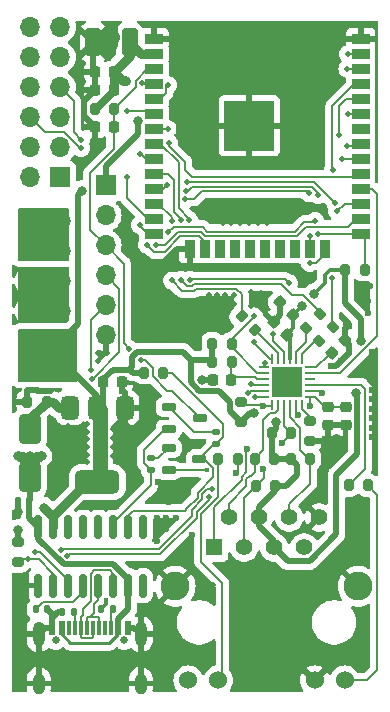
<source format=gbr>
%TF.GenerationSoftware,KiCad,Pcbnew,8.0.3*%
%TF.CreationDate,2024-11-02T12:13:14+01:00*%
%TF.ProjectId,ESP-Now-Gateway,4553502d-4e6f-4772-9d47-617465776179,rev?*%
%TF.SameCoordinates,Original*%
%TF.FileFunction,Copper,L1,Top*%
%TF.FilePolarity,Positive*%
%FSLAX46Y46*%
G04 Gerber Fmt 4.6, Leading zero omitted, Abs format (unit mm)*
G04 Created by KiCad (PCBNEW 8.0.3) date 2024-11-02 12:13:14*
%MOMM*%
%LPD*%
G01*
G04 APERTURE LIST*
G04 Aperture macros list*
%AMRoundRect*
0 Rectangle with rounded corners*
0 $1 Rounding radius*
0 $2 $3 $4 $5 $6 $7 $8 $9 X,Y pos of 4 corners*
0 Add a 4 corners polygon primitive as box body*
4,1,4,$2,$3,$4,$5,$6,$7,$8,$9,$2,$3,0*
0 Add four circle primitives for the rounded corners*
1,1,$1+$1,$2,$3*
1,1,$1+$1,$4,$5*
1,1,$1+$1,$6,$7*
1,1,$1+$1,$8,$9*
0 Add four rect primitives between the rounded corners*
20,1,$1+$1,$2,$3,$4,$5,0*
20,1,$1+$1,$4,$5,$6,$7,0*
20,1,$1+$1,$6,$7,$8,$9,0*
20,1,$1+$1,$8,$9,$2,$3,0*%
G04 Aperture macros list end*
%TA.AperFunction,ComponentPad*%
%ADD10R,1.700000X1.700000*%
%TD*%
%TA.AperFunction,ComponentPad*%
%ADD11O,1.700000X1.700000*%
%TD*%
%TA.AperFunction,SMDPad,CuDef*%
%ADD12RoundRect,0.200000X0.275000X-0.200000X0.275000X0.200000X-0.275000X0.200000X-0.275000X-0.200000X0*%
%TD*%
%TA.AperFunction,SMDPad,CuDef*%
%ADD13RoundRect,0.200000X0.200000X0.275000X-0.200000X0.275000X-0.200000X-0.275000X0.200000X-0.275000X0*%
%TD*%
%TA.AperFunction,ComponentPad*%
%ADD14R,1.398000X1.398000*%
%TD*%
%TA.AperFunction,ComponentPad*%
%ADD15C,1.398000*%
%TD*%
%TA.AperFunction,ComponentPad*%
%ADD16C,1.530000*%
%TD*%
%TA.AperFunction,ComponentPad*%
%ADD17C,2.445000*%
%TD*%
%TA.AperFunction,ComponentPad*%
%ADD18C,0.650000*%
%TD*%
%TA.AperFunction,ComponentPad*%
%ADD19O,1.000000X2.100000*%
%TD*%
%TA.AperFunction,ComponentPad*%
%ADD20O,1.000000X1.800000*%
%TD*%
%TA.AperFunction,SMDPad,CuDef*%
%ADD21R,0.600000X1.150000*%
%TD*%
%TA.AperFunction,SMDPad,CuDef*%
%ADD22R,0.300000X1.150000*%
%TD*%
%TA.AperFunction,SMDPad,CuDef*%
%ADD23R,1.500000X0.900000*%
%TD*%
%TA.AperFunction,SMDPad,CuDef*%
%ADD24R,0.900000X1.500000*%
%TD*%
%TA.AperFunction,SMDPad,CuDef*%
%ADD25R,1.050000X1.050000*%
%TD*%
%TA.AperFunction,HeatsinkPad*%
%ADD26C,0.600000*%
%TD*%
%TA.AperFunction,SMDPad,CuDef*%
%ADD27R,4.200000X4.200000*%
%TD*%
%TA.AperFunction,SMDPad,CuDef*%
%ADD28RoundRect,0.062500X0.350000X0.062500X-0.350000X0.062500X-0.350000X-0.062500X0.350000X-0.062500X0*%
%TD*%
%TA.AperFunction,SMDPad,CuDef*%
%ADD29RoundRect,0.062500X0.062500X0.350000X-0.062500X0.350000X-0.062500X-0.350000X0.062500X-0.350000X0*%
%TD*%
%TA.AperFunction,HeatsinkPad*%
%ADD30R,2.600000X2.600000*%
%TD*%
%TA.AperFunction,SMDPad,CuDef*%
%ADD31RoundRect,0.200000X-0.200000X-0.275000X0.200000X-0.275000X0.200000X0.275000X-0.200000X0.275000X0*%
%TD*%
%TA.AperFunction,SMDPad,CuDef*%
%ADD32RoundRect,0.200000X-0.275000X0.200000X-0.275000X-0.200000X0.275000X-0.200000X0.275000X0.200000X0*%
%TD*%
%TA.AperFunction,SMDPad,CuDef*%
%ADD33RoundRect,0.200000X-0.053033X0.335876X-0.335876X0.053033X0.053033X-0.335876X0.335876X-0.053033X0*%
%TD*%
%TA.AperFunction,SMDPad,CuDef*%
%ADD34RoundRect,0.250000X0.412500X0.925000X-0.412500X0.925000X-0.412500X-0.925000X0.412500X-0.925000X0*%
%TD*%
%TA.AperFunction,SMDPad,CuDef*%
%ADD35RoundRect,0.140000X-0.140000X-0.170000X0.140000X-0.170000X0.140000X0.170000X-0.140000X0.170000X0*%
%TD*%
%TA.AperFunction,SMDPad,CuDef*%
%ADD36RoundRect,0.225000X-0.225000X-0.250000X0.225000X-0.250000X0.225000X0.250000X-0.225000X0.250000X0*%
%TD*%
%TA.AperFunction,SMDPad,CuDef*%
%ADD37RoundRect,0.225000X-0.250000X0.225000X-0.250000X-0.225000X0.250000X-0.225000X0.250000X0.225000X0*%
%TD*%
%TA.AperFunction,SMDPad,CuDef*%
%ADD38RoundRect,0.225000X-0.335876X-0.017678X-0.017678X-0.335876X0.335876X0.017678X0.017678X0.335876X0*%
%TD*%
%TA.AperFunction,SMDPad,CuDef*%
%ADD39RoundRect,0.135000X0.185000X-0.135000X0.185000X0.135000X-0.185000X0.135000X-0.185000X-0.135000X0*%
%TD*%
%TA.AperFunction,SMDPad,CuDef*%
%ADD40RoundRect,0.162500X-0.447500X-0.162500X0.447500X-0.162500X0.447500X0.162500X-0.447500X0.162500X0*%
%TD*%
%TA.AperFunction,SMDPad,CuDef*%
%ADD41RoundRect,0.135000X-0.135000X-0.185000X0.135000X-0.185000X0.135000X0.185000X-0.135000X0.185000X0*%
%TD*%
%TA.AperFunction,SMDPad,CuDef*%
%ADD42RoundRect,0.140000X0.140000X0.170000X-0.140000X0.170000X-0.140000X-0.170000X0.140000X-0.170000X0*%
%TD*%
%TA.AperFunction,SMDPad,CuDef*%
%ADD43RoundRect,0.135000X0.135000X0.185000X-0.135000X0.185000X-0.135000X-0.185000X0.135000X-0.185000X0*%
%TD*%
%TA.AperFunction,SMDPad,CuDef*%
%ADD44RoundRect,0.225000X0.225000X0.250000X-0.225000X0.250000X-0.225000X-0.250000X0.225000X-0.250000X0*%
%TD*%
%TA.AperFunction,SMDPad,CuDef*%
%ADD45RoundRect,0.150000X0.150000X-0.825000X0.150000X0.825000X-0.150000X0.825000X-0.150000X-0.825000X0*%
%TD*%
%TA.AperFunction,SMDPad,CuDef*%
%ADD46RoundRect,0.250000X-0.650000X1.000000X-0.650000X-1.000000X0.650000X-1.000000X0.650000X1.000000X0*%
%TD*%
%TA.AperFunction,SMDPad,CuDef*%
%ADD47RoundRect,0.200000X-0.335876X-0.053033X-0.053033X-0.335876X0.335876X0.053033X0.053033X0.335876X0*%
%TD*%
%TA.AperFunction,SMDPad,CuDef*%
%ADD48RoundRect,0.225000X0.017678X-0.335876X0.335876X-0.017678X-0.017678X0.335876X-0.335876X0.017678X0*%
%TD*%
%TA.AperFunction,SMDPad,CuDef*%
%ADD49RoundRect,0.375000X-0.375000X0.625000X-0.375000X-0.625000X0.375000X-0.625000X0.375000X0.625000X0*%
%TD*%
%TA.AperFunction,SMDPad,CuDef*%
%ADD50RoundRect,0.500000X-1.400000X0.500000X-1.400000X-0.500000X1.400000X-0.500000X1.400000X0.500000X0*%
%TD*%
%TA.AperFunction,ViaPad*%
%ADD51C,0.600000*%
%TD*%
%TA.AperFunction,ViaPad*%
%ADD52C,0.800000*%
%TD*%
%TA.AperFunction,ViaPad*%
%ADD53C,0.400000*%
%TD*%
%TA.AperFunction,ViaPad*%
%ADD54C,0.500000*%
%TD*%
%TA.AperFunction,Conductor*%
%ADD55C,0.200000*%
%TD*%
%TA.AperFunction,Conductor*%
%ADD56C,0.500000*%
%TD*%
%TA.AperFunction,Conductor*%
%ADD57C,0.750000*%
%TD*%
%TA.AperFunction,Conductor*%
%ADD58C,0.300000*%
%TD*%
%TA.AperFunction,Conductor*%
%ADD59C,0.160000*%
%TD*%
%TA.AperFunction,Conductor*%
%ADD60C,1.000000*%
%TD*%
%TA.AperFunction,Conductor*%
%ADD61C,1.250000*%
%TD*%
%TA.AperFunction,Conductor*%
%ADD62C,0.700000*%
%TD*%
%TA.AperFunction,Conductor*%
%ADD63C,0.350000*%
%TD*%
%TA.AperFunction,Conductor*%
%ADD64C,0.800000*%
%TD*%
%TA.AperFunction,Conductor*%
%ADD65C,0.280000*%
%TD*%
%TA.AperFunction,Conductor*%
%ADD66C,0.250000*%
%TD*%
G04 APERTURE END LIST*
D10*
%TO.P,J5,1,Pin_1*%
%TO.N,VBUS*%
X104300000Y-81600000D03*
D11*
%TO.P,J5,2,Pin_2*%
X106840000Y-81600000D03*
%TO.P,J5,3,Pin_3*%
X104300000Y-84140000D03*
%TO.P,J5,4,Pin_4*%
X106840000Y-84140000D03*
%TO.P,J5,5,Pin_5*%
%TO.N,GND*%
X104300000Y-86680000D03*
%TO.P,J5,6,Pin_6*%
X106840000Y-86680000D03*
%TO.P,J5,7,Pin_7*%
X104300000Y-89220000D03*
%TO.P,J5,8,Pin_8*%
X106840000Y-89220000D03*
%TO.P,J5,9,Pin_9*%
%TO.N,+3V3*%
X104300000Y-91760000D03*
%TO.P,J5,10,Pin_10*%
X106840000Y-91760000D03*
%TO.P,J5,11,Pin_11*%
X104300000Y-94300000D03*
%TO.P,J5,12,Pin_12*%
X106840000Y-94300000D03*
%TD*%
D10*
%TO.P,J4,1,Pin_1*%
%TO.N,/ESP_IO14*%
X106800000Y-77900000D03*
D11*
%TO.P,J4,2,Pin_2*%
%TO.N,/ESP_IO4*%
X104260000Y-77900000D03*
%TO.P,J4,3,Pin_3*%
%TO.N,/ESP_IO12*%
X106800000Y-75360000D03*
%TO.P,J4,4,Pin_4*%
%TO.N,/ESP_IO13*%
X104260000Y-75360000D03*
%TO.P,J4,5,Pin_5*%
%TO.N,/ESP_IO5*%
X106800000Y-72820000D03*
%TO.P,J4,6,Pin_6*%
%TO.N,/ESP_IO33*%
X104260000Y-72820000D03*
%TO.P,J4,7,Pin_7*%
%TO.N,/ESP_IO2*%
X106800000Y-70280000D03*
%TO.P,J4,8,Pin_8*%
%TO.N,/ESP_IO15*%
X104260000Y-70280000D03*
%TO.P,J4,9,Pin_9*%
%TO.N,/ESP_SENSOR_VP_IO36*%
X106800000Y-67740000D03*
%TO.P,J4,10,Pin_10*%
%TO.N,/ESP_IO34*%
X104260000Y-67740000D03*
%TO.P,J4,11,Pin_11*%
%TO.N,/ESP_SENSOR_VN_IO39*%
X106800000Y-65200000D03*
%TO.P,J4,12,Pin_12*%
%TO.N,/ESP_IO35*%
X104260000Y-65200000D03*
%TD*%
D10*
%TO.P,J2,1,Pin_1*%
%TO.N,+3V3*%
X110650000Y-78600000D03*
D11*
%TO.P,J2,2,Pin_2*%
%TO.N,/BOOT0*%
X110650000Y-81140000D03*
%TO.P,J2,3,Pin_3*%
%TO.N,/EN*%
X110650000Y-83680000D03*
%TO.P,J2,4,Pin_4*%
%TO.N,/TX*%
X110650000Y-86220000D03*
%TO.P,J2,5,Pin_5*%
%TO.N,/RX*%
X110650000Y-88760000D03*
%TO.P,J2,6,Pin_6*%
%TO.N,GND*%
X110650000Y-91300000D03*
%TD*%
D12*
%TO.P,R20,1*%
%TO.N,/RX*%
X103250000Y-110475000D03*
%TO.P,R20,2*%
%TO.N,+3V3*%
X103250000Y-108825000D03*
%TD*%
D13*
%TO.P,R19,1*%
%TO.N,/DTR*%
X115525000Y-94450000D03*
%TO.P,R19,2*%
%TO.N,+3V3*%
X113875000Y-94450000D03*
%TD*%
D14*
%TO.P,J1,1*%
%TO.N,/TX+*%
X119835000Y-109250000D03*
D15*
%TO.P,J1,2*%
%TO.N,/TX-*%
X121105000Y-106710000D03*
%TO.P,J1,3*%
%TO.N,/RX+*%
X122375000Y-109250000D03*
%TO.P,J1,4*%
%TO.N,+3V3*%
X123645000Y-106710000D03*
%TO.P,J1,5*%
X124915000Y-109250000D03*
%TO.P,J1,6*%
%TO.N,/RX-*%
X126185000Y-106710000D03*
%TO.P,J1,7*%
%TO.N,N/C*%
X127455000Y-109250000D03*
%TO.P,J1,8*%
%TO.N,GND*%
X128725000Y-106710000D03*
D16*
%TO.P,J1,9*%
%TO.N,+3V3*%
X117660000Y-120500000D03*
%TO.P,J1,10*%
%TO.N,Net-(J1-Pad10)*%
X120200000Y-120500000D03*
%TO.P,J1,11*%
%TO.N,GND*%
X128370000Y-120500000D03*
%TO.P,J1,12*%
%TO.N,Net-(J1-Pad12)*%
X130910000Y-120500000D03*
D17*
%TO.P,J1,15,SHIELD*%
%TO.N,GND*%
X116540000Y-112550000D03*
%TO.P,J1,16,SHIELD*%
X132030000Y-112550000D03*
%TD*%
D18*
%TO.P,USBC1,*%
%TO.N,*%
X106430000Y-117092500D03*
X112210000Y-117092500D03*
D19*
%TO.P,USBC1,1,SHIELD*%
%TO.N,GND*%
X105000000Y-116592500D03*
D20*
%TO.P,USBC1,2,SHIELD*%
X105000000Y-120772500D03*
%TO.P,USBC1,3,SHIELD*%
X113640000Y-120772500D03*
D19*
%TO.P,USBC1,4,SHIELD*%
X113640000Y-116592500D03*
D21*
%TO.P,USBC1,A1-B12,GND*%
X106120000Y-116032500D03*
%TO.P,USBC1,A4-B9,VBUS*%
%TO.N,VBUS*%
X106920000Y-116032500D03*
D22*
%TO.P,USBC1,A5,CC1*%
%TO.N,Net-(USBC1-CC1)*%
X108070000Y-116032500D03*
%TO.P,USBC1,A6,DP1*%
%TO.N,/USB_DP*%
X109070000Y-116032500D03*
%TO.P,USBC1,A7,DN1*%
%TO.N,/USB_DN*%
X109570000Y-116032500D03*
%TO.P,USBC1,A8,SBU1*%
%TO.N,unconnected-(USBC1-SBU1-PadA8)*%
X110570000Y-116032500D03*
D21*
%TO.P,USBC1,B1-A12,GND*%
%TO.N,GND*%
X112520000Y-116032500D03*
%TO.P,USBC1,B4-A9,VBUS*%
%TO.N,VBUS*%
X111720000Y-116032500D03*
D22*
%TO.P,USBC1,B5,CC2*%
%TO.N,Net-(USBC1-CC2)*%
X111070000Y-116032500D03*
%TO.P,USBC1,B6,DP2*%
%TO.N,/USB_DP*%
X110070000Y-116032500D03*
%TO.P,USBC1,B7,DN2*%
%TO.N,/USB_DN*%
X108570000Y-116032500D03*
%TO.P,USBC1,B8,SBU2*%
%TO.N,unconnected-(USBC1-SBU2-PadB8)*%
X107570000Y-116032500D03*
%TD*%
D23*
%TO.P,U2,1,GND*%
%TO.N,GND*%
X114750000Y-66195000D03*
%TO.P,U2,2,VDD*%
%TO.N,+3V3*%
X114750000Y-67465000D03*
%TO.P,U2,3,EN*%
%TO.N,/EN*%
X114750000Y-68735000D03*
%TO.P,U2,4,SENSOR_VP*%
%TO.N,/ESP_SENSOR_VP_IO36*%
X114750000Y-70005000D03*
%TO.P,U2,5,SENSOR_VN*%
%TO.N,/ESP_SENSOR_VN_IO39*%
X114750000Y-71275000D03*
%TO.P,U2,6,IO34*%
%TO.N,/ESP_IO34*%
X114750000Y-72545000D03*
%TO.P,U2,7,IO35*%
%TO.N,/ESP_IO35*%
X114750000Y-73815000D03*
%TO.P,U2,8,IO32*%
%TO.N,/PHY_INT*%
X114750000Y-75085000D03*
%TO.P,U2,9,IO33*%
%TO.N,/ESP_IO33*%
X114750000Y-76355000D03*
%TO.P,U2,10,IO25*%
%TO.N,/ETH_RXD0*%
X114750000Y-77625000D03*
%TO.P,U2,11,IO26*%
%TO.N,/ETH_RXD1*%
X114750000Y-78895000D03*
%TO.P,U2,12,IO27*%
%TO.N,/ETH_CRS_DV*%
X114750000Y-80165000D03*
%TO.P,U2,13,IO14*%
%TO.N,/ESP_IO14*%
X114750000Y-81435000D03*
%TO.P,U2,14,IO12*%
%TO.N,/ESP_IO12*%
X114750000Y-82705000D03*
D24*
%TO.P,U2,15,GND*%
%TO.N,GND*%
X117790000Y-83955000D03*
%TO.P,U2,16,IO13*%
%TO.N,/ESP_IO13*%
X119060000Y-83955000D03*
%TO.P,U2,17,SHD/SD2*%
%TO.N,unconnected-(U2-SHD{slash}SD2-Pad17)*%
X120330000Y-83955000D03*
%TO.P,U2,18,SWP/SD3*%
%TO.N,unconnected-(U2-SWP{slash}SD3-Pad18)*%
X121600000Y-83955000D03*
%TO.P,U2,19,SCS/CMD*%
%TO.N,unconnected-(U2-SCS{slash}CMD-Pad19)*%
X122870000Y-83955000D03*
%TO.P,U2,20,SCK/CLK*%
%TO.N,unconnected-(U2-SCK{slash}CLK-Pad20)*%
X124140000Y-83955000D03*
%TO.P,U2,21,SDO/SD0*%
%TO.N,unconnected-(U2-SDO{slash}SD0-Pad21)*%
X125410000Y-83955000D03*
%TO.P,U2,22,SDI/SD1*%
%TO.N,unconnected-(U2-SDI{slash}SD1-Pad22)*%
X126680000Y-83955000D03*
%TO.P,U2,23,IO15*%
%TO.N,/ESP_IO15*%
X127950000Y-83955000D03*
%TO.P,U2,24,IO2*%
%TO.N,/ESP_IO2*%
X129220000Y-83955000D03*
D23*
%TO.P,U2,25,IO0*%
%TO.N,/BOOT0*%
X132250000Y-82705000D03*
%TO.P,U2,26,IO4*%
%TO.N,/ESP_IO4*%
X132250000Y-81435000D03*
%TO.P,U2,27,IO16*%
%TO.N,/PHY_RXER*%
X132250000Y-80165000D03*
%TO.P,U2,28,IO17*%
%TO.N,/ETH_CLK*%
X132250000Y-78895000D03*
%TO.P,U2,29,IO5*%
%TO.N,/ESP_IO5*%
X132250000Y-77625000D03*
%TO.P,U2,30,IO18*%
%TO.N,/ETH_MDIO*%
X132250000Y-76355000D03*
%TO.P,U2,31,IO19*%
%TO.N,/ETH_TXD0*%
X132250000Y-75085000D03*
%TO.P,U2,32,NC*%
%TO.N,unconnected-(U2-NC-Pad32)*%
X132250000Y-73815000D03*
%TO.P,U2,33,IO21*%
%TO.N,/ETH_TXEN*%
X132250000Y-72545000D03*
%TO.P,U2,34,RXD0/IO3*%
%TO.N,/RX*%
X132250000Y-71275000D03*
%TO.P,U2,35,TXD0/IO1*%
%TO.N,/TX*%
X132250000Y-70005000D03*
%TO.P,U2,36,IO22*%
%TO.N,/ETH_TXD1*%
X132250000Y-68735000D03*
%TO.P,U2,37,IO23*%
%TO.N,/ETH_MDC*%
X132250000Y-67465000D03*
%TO.P,U2,38,GND*%
%TO.N,GND*%
X132250000Y-66195000D03*
D25*
%TO.P,U2,39,GND*%
X121295000Y-72010000D03*
D26*
X121295000Y-72772500D03*
D25*
X121295000Y-73535000D03*
D26*
X121295000Y-74297500D03*
D25*
X121295000Y-75060000D03*
D26*
X122057500Y-72010000D03*
X122057500Y-73535000D03*
X122057500Y-75060000D03*
D25*
X122820000Y-72010000D03*
D26*
X122820000Y-72772500D03*
D25*
X122820000Y-73535000D03*
D27*
X122820000Y-73535000D03*
D26*
X122820000Y-74297500D03*
D25*
X122820000Y-75060000D03*
D26*
X123582500Y-72010000D03*
X123582500Y-73535000D03*
X123582500Y-75060000D03*
D25*
X124345000Y-72010000D03*
D26*
X124345000Y-72772500D03*
D25*
X124345000Y-73535000D03*
D26*
X124345000Y-74297500D03*
D25*
X124345000Y-75060000D03*
%TD*%
D28*
%TO.P,U3,1,VDD2A*%
%TO.N,Net-(U3-VDD1A)*%
X127937500Y-96500000D03*
%TO.P,U3,2,LED2/nINTSEL*%
%TO.N,/PHY_L2*%
X127937500Y-96000000D03*
%TO.P,U3,3,LED1/REGOFF*%
%TO.N,/PHY_L1*%
X127937500Y-95500000D03*
%TO.P,U3,4,XTAL2*%
%TO.N,unconnected-(U3-XTAL2-Pad4)*%
X127937500Y-95000000D03*
%TO.P,U3,5,XTAL1/CLKIN*%
%TO.N,/ETH_CLK*%
X127937500Y-94500000D03*
%TO.P,U3,6,VDDCR*%
%TO.N,/VDDCR*%
X127937500Y-94000000D03*
D29*
%TO.P,U3,7,RXD1/MODE1*%
%TO.N,Net-(U3-RXD1{slash}MODE1)*%
X127250000Y-93312500D03*
%TO.P,U3,8,RXD0/MODE0*%
%TO.N,Net-(U3-RXD0{slash}MODE0)*%
X126750000Y-93312500D03*
%TO.P,U3,9,VDDIO*%
%TO.N,+3V3*%
X126250000Y-93312500D03*
%TO.P,U3,10,RXER/PHYAD0*%
%TO.N,/PHY_RXER*%
X125750000Y-93312500D03*
%TO.P,U3,11,CRS_DV/MODE2*%
%TO.N,Net-(U3-CRS_DV{slash}MODE2)*%
X125250000Y-93312500D03*
%TO.P,U3,12,MDIO*%
%TO.N,/ETH_MDIO*%
X124750000Y-93312500D03*
D28*
%TO.P,U3,13,MDC*%
%TO.N,/ETH_MDC*%
X124062500Y-94000000D03*
%TO.P,U3,14,INT/REFCLKO*%
%TO.N,/PHY_INT*%
X124062500Y-94500000D03*
%TO.P,U3,15,RST*%
%TO.N,/PHY_RST*%
X124062500Y-95000000D03*
%TO.P,U3,16,TXEN*%
%TO.N,/ETH_TXEN*%
X124062500Y-95500000D03*
%TO.P,U3,17,TXD0*%
%TO.N,/ETH_TXD0*%
X124062500Y-96000000D03*
%TO.P,U3,18,TXD1*%
%TO.N,/ETH_TXD1*%
X124062500Y-96500000D03*
D29*
%TO.P,U3,19,VDD1A*%
%TO.N,Net-(U3-VDD1A)*%
X124750000Y-97187500D03*
%TO.P,U3,20,TXN*%
%TO.N,/TX-*%
X125250000Y-97187500D03*
%TO.P,U3,21,TXP*%
%TO.N,/TX+*%
X125750000Y-97187500D03*
%TO.P,U3,22,RXN*%
%TO.N,/RX-*%
X126250000Y-97187500D03*
%TO.P,U3,23,RXP*%
%TO.N,/RX+*%
X126750000Y-97187500D03*
%TO.P,U3,24,RBIAS*%
%TO.N,Net-(U3-RBIAS)*%
X127250000Y-97187500D03*
D30*
%TO.P,U3,25,VSS*%
%TO.N,GND*%
X126000000Y-95250000D03*
%TD*%
D31*
%TO.P,R14,1*%
%TO.N,/PHY_L1*%
X131225000Y-104000000D03*
%TO.P,R14,2*%
%TO.N,Net-(J1-Pad12)*%
X132875000Y-104000000D03*
%TD*%
D12*
%TO.P,L1,1*%
%TO.N,+3V3*%
X122100000Y-98625000D03*
%TO.P,L1,2*%
%TO.N,Net-(U3-VDD1A)*%
X122100000Y-96975000D03*
%TD*%
D32*
%TO.P,R11,1*%
%TO.N,Net-(U3-RBIAS)*%
X127950000Y-98575000D03*
%TO.P,R11,2*%
%TO.N,GND*%
X127950000Y-100225000D03*
%TD*%
D33*
%TO.P,R9,1*%
%TO.N,/ETH_RXD1*%
X129883363Y-90566637D03*
%TO.P,R9,2*%
%TO.N,Net-(U3-RXD1{slash}MODE1)*%
X128716637Y-91733363D03*
%TD*%
D34*
%TO.P,C4,1*%
%TO.N,+3V3*%
X112687500Y-66500000D03*
%TO.P,C4,2*%
%TO.N,GND*%
X109612500Y-66500000D03*
%TD*%
D35*
%TO.P,C5,1*%
%TO.N,GND*%
X103250000Y-105290000D03*
%TO.P,C5,2*%
%TO.N,VBUS*%
X104210000Y-105290000D03*
%TD*%
D36*
%TO.P,C2,1*%
%TO.N,+3V3*%
X110475000Y-95250000D03*
%TO.P,C2,2*%
%TO.N,GND*%
X112025000Y-95250000D03*
%TD*%
D37*
%TO.P,C8,1*%
%TO.N,Net-(U3-VDD1A)*%
X131000000Y-97325000D03*
%TO.P,C8,2*%
%TO.N,GND*%
X131000000Y-98875000D03*
%TD*%
D38*
%TO.P,C7,1*%
%TO.N,GND*%
X124901992Y-90151992D03*
%TO.P,C7,2*%
%TO.N,+3V3*%
X125998008Y-91248008D03*
%TD*%
D13*
%TO.P,R6,1*%
%TO.N,/BOOT0*%
X132575000Y-85750000D03*
%TO.P,R6,2*%
%TO.N,+3V3*%
X130925000Y-85750000D03*
%TD*%
D31*
%TO.P,R3,1*%
%TO.N,/RX+*%
X123350000Y-104075000D03*
%TO.P,R3,2*%
%TO.N,+3V3*%
X125000000Y-104075000D03*
%TD*%
D13*
%TO.P,R5,2*%
%TO.N,Net-(J1-Pad10)*%
X120175000Y-101750000D03*
%TO.P,R5,1*%
%TO.N,/PHY_L2*%
X121825000Y-101750000D03*
%TD*%
D36*
%TO.P,C14,1*%
%TO.N,GND*%
X109775000Y-73650000D03*
%TO.P,C14,2*%
%TO.N,/EN*%
X111325000Y-73650000D03*
%TD*%
D39*
%TO.P,R15,2*%
%TO.N,Net-(Q1-B)*%
X120000000Y-99490000D03*
%TO.P,R15,1*%
%TO.N,/DTR*%
X120000000Y-100510000D03*
%TD*%
D36*
%TO.P,C12,1*%
%TO.N,GND*%
X109775000Y-70550000D03*
%TO.P,C12,2*%
%TO.N,+3V3*%
X111325000Y-70550000D03*
%TD*%
D40*
%TO.P,Q2,1,B*%
%TO.N,Net-(Q2-B)*%
X115980000Y-100820000D03*
%TO.P,Q2,2,E*%
%TO.N,/BOOT0*%
X115980000Y-102720000D03*
%TO.P,Q2,3,C*%
%TO.N,/DTR*%
X118600000Y-101770000D03*
%TD*%
D41*
%TO.P,R18,1*%
%TO.N,GND*%
X110240000Y-114500000D03*
%TO.P,R18,2*%
%TO.N,Net-(USBC1-CC2)*%
X111260000Y-114500000D03*
%TD*%
D33*
%TO.P,R8,1*%
%TO.N,/ETH_RXD0*%
X128783363Y-89516637D03*
%TO.P,R8,2*%
%TO.N,Net-(U3-RXD0{slash}MODE0)*%
X127616637Y-90683363D03*
%TD*%
D42*
%TO.P,C13,1*%
%TO.N,GND*%
X105730000Y-114500000D03*
%TO.P,C13,2*%
%TO.N,Net-(U4-V3)*%
X104770000Y-114500000D03*
%TD*%
D43*
%TO.P,R17,1*%
%TO.N,Net-(USBC1-CC1)*%
X108010000Y-114750000D03*
%TO.P,R17,2*%
%TO.N,GND*%
X106990000Y-114750000D03*
%TD*%
D39*
%TO.P,R16,1*%
%TO.N,/RTS*%
X114500000Y-102710000D03*
%TO.P,R16,2*%
%TO.N,Net-(Q2-B)*%
X114500000Y-101690000D03*
%TD*%
D44*
%TO.P,C3,1*%
%TO.N,+3V3*%
X111325000Y-69000000D03*
%TO.P,C3,2*%
%TO.N,GND*%
X109775000Y-69000000D03*
%TD*%
D13*
%TO.P,C1,1*%
%TO.N,Net-(D1-K)*%
X105655000Y-96920000D03*
%TO.P,C1,2*%
%TO.N,GND*%
X104005000Y-96920000D03*
%TD*%
D45*
%TO.P,U4,1,GND*%
%TO.N,GND*%
X104955000Y-112475000D03*
%TO.P,U4,2,TXD*%
%TO.N,/RX*%
X106225000Y-112475000D03*
%TO.P,U4,3,RXD*%
%TO.N,/TX*%
X107495000Y-112475000D03*
%TO.P,U4,4,V3*%
%TO.N,Net-(U4-V3)*%
X108765000Y-112475000D03*
%TO.P,U4,5,UD+*%
%TO.N,/USB_DP*%
X110035000Y-112475000D03*
%TO.P,U4,6,UD-*%
%TO.N,/USB_DN*%
X111305000Y-112475000D03*
%TO.P,U4,7,VBUS*%
%TO.N,VBUS*%
X112575000Y-112475000D03*
%TO.P,U4,8,~{ACT}*%
%TO.N,unconnected-(U4-~{ACT}-Pad8)*%
X113845000Y-112475000D03*
%TO.P,U4,9,~{DCD}*%
%TO.N,unconnected-(U4-~{DCD}-Pad9)*%
X113845000Y-107525000D03*
%TO.P,U4,10,~{DTR}/TNOW*%
%TO.N,/DTR*%
X112575000Y-107525000D03*
%TO.P,U4,11,~{RTS}*%
%TO.N,/RTS*%
X111305000Y-107525000D03*
%TO.P,U4,12,~{DSR}*%
%TO.N,unconnected-(U4-~{DSR}-Pad12)*%
X110035000Y-107525000D03*
%TO.P,U4,13,~{CTS}*%
%TO.N,unconnected-(U4-~{CTS}-Pad13)*%
X108765000Y-107525000D03*
%TO.P,U4,14,~{RI}*%
%TO.N,unconnected-(U4-~{RI}-Pad14)*%
X107495000Y-107525000D03*
%TO.P,U4,15,VIO*%
%TO.N,+3V3*%
X106225000Y-107525000D03*
%TO.P,U4,16,VDD5*%
%TO.N,VBUS*%
X104955000Y-107525000D03*
%TD*%
D38*
%TO.P,C6,1*%
%TO.N,GND*%
X125451992Y-88451992D03*
%TO.P,C6,2*%
%TO.N,+3V3*%
X126548008Y-89548008D03*
%TD*%
D46*
%TO.P,D1,1,K*%
%TO.N,Net-(D1-K)*%
X104250000Y-99250000D03*
%TO.P,D1,2,A*%
%TO.N,VBUS*%
X104250000Y-103250000D03*
%TD*%
D13*
%TO.P,R7,1*%
%TO.N,/EN*%
X111375000Y-72100000D03*
%TO.P,R7,2*%
%TO.N,+3V3*%
X109725000Y-72100000D03*
%TD*%
D47*
%TO.P,R10,1*%
%TO.N,/ETH_CRS_DV*%
X122166637Y-89666637D03*
%TO.P,R10,2*%
%TO.N,Net-(U3-CRS_DV{slash}MODE2)*%
X123333363Y-90833363D03*
%TD*%
D13*
%TO.P,R1,1*%
%TO.N,/TX+*%
X126350000Y-99550000D03*
%TO.P,R1,2*%
%TO.N,+3V3*%
X124700000Y-99550000D03*
%TD*%
D31*
%TO.P,R2,1*%
%TO.N,/TX-*%
X123275000Y-101750000D03*
%TO.P,R2,2*%
%TO.N,+3V3*%
X124925000Y-101750000D03*
%TD*%
D37*
%TO.P,C10,1*%
%TO.N,Net-(U3-VDD1A)*%
X129450000Y-97325000D03*
%TO.P,C10,2*%
%TO.N,GND*%
X129450000Y-98875000D03*
%TD*%
D13*
%TO.P,R4,1*%
%TO.N,/RX-*%
X127975000Y-101750000D03*
%TO.P,R4,2*%
%TO.N,+3V3*%
X126325000Y-101750000D03*
%TD*%
D40*
%TO.P,Q1,1,B*%
%TO.N,Net-(Q1-B)*%
X115990000Y-97350000D03*
%TO.P,Q1,2,E*%
%TO.N,/RTS*%
X115990000Y-99250000D03*
%TO.P,Q1,3,C*%
%TO.N,/EN*%
X118610000Y-98300000D03*
%TD*%
D13*
%TO.P,R13,1*%
%TO.N,/PHY_INT*%
X121325000Y-92000000D03*
%TO.P,R13,2*%
%TO.N,+3V3*%
X119675000Y-92000000D03*
%TD*%
D48*
%TO.P,C9,1*%
%TO.N,/VDDCR*%
X129851992Y-92798008D03*
%TO.P,C9,2*%
%TO.N,GND*%
X130948008Y-91701992D03*
%TD*%
D49*
%TO.P,U1,1,GND*%
%TO.N,GND*%
X112260000Y-97420000D03*
%TO.P,U1,2,VO*%
%TO.N,+3V3*%
X109960000Y-97420000D03*
D50*
X109960000Y-103720000D03*
D49*
%TO.P,U1,3,VI*%
%TO.N,Net-(D1-K)*%
X107660000Y-97420000D03*
%TD*%
D31*
%TO.P,R12,1*%
%TO.N,+3V3*%
X119675000Y-93525000D03*
%TO.P,R12,2*%
%TO.N,/PHY_RST*%
X121325000Y-93525000D03*
%TD*%
D44*
%TO.P,C11,1*%
%TO.N,/PHY_RST*%
X121275000Y-95050000D03*
%TO.P,C11,2*%
%TO.N,GND*%
X119725000Y-95050000D03*
%TD*%
D51*
%TO.N,GND*%
X129000000Y-104600000D03*
X129000000Y-103800000D03*
X129000000Y-103000000D03*
D52*
%TO.N,+3V3*%
X131895502Y-96200000D03*
D51*
%TO.N,GND*%
X131300000Y-92800000D03*
X130600000Y-93500000D03*
X129700000Y-93900000D03*
X114300000Y-98400000D03*
X114300000Y-97600000D03*
X114300000Y-96800000D03*
X114300000Y-96000000D03*
X118700000Y-100400000D03*
X117200000Y-101700000D03*
X117600000Y-100900000D03*
X117400000Y-100000000D03*
X115100000Y-103700000D03*
X116200000Y-103800000D03*
X117000000Y-104300000D03*
X115300000Y-104500000D03*
X116200000Y-104600000D03*
X116000000Y-105375735D03*
X115200000Y-105300000D03*
X118000000Y-108200000D03*
X116600000Y-106800000D03*
X115800000Y-106800000D03*
X115800000Y-107700000D03*
X114992892Y-108692892D03*
X115000000Y-107700000D03*
X115000000Y-106750735D03*
D53*
%TO.N,/BOOT0*%
X119230760Y-102737868D03*
D52*
%TO.N,+3V3*%
X112400000Y-69800000D03*
D54*
%TO.N,GND*%
X116600000Y-90700000D03*
X116600000Y-89300000D03*
X117300000Y-90000000D03*
X117300000Y-88600000D03*
X115700000Y-85700000D03*
X119100000Y-85550000D03*
X120350000Y-85550000D03*
X121600000Y-85550000D03*
X122900000Y-85550000D03*
X124150000Y-85550000D03*
X125450000Y-85500000D03*
X126750000Y-85650000D03*
%TO.N,/ESP_IO2*%
X127913917Y-79285308D03*
X117400000Y-79782718D03*
%TO.N,/ESP_IO15*%
X117423845Y-79083122D03*
X128625396Y-79431101D03*
%TO.N,GND*%
X107200000Y-103900000D03*
X106700000Y-104400000D03*
X106100000Y-104850000D03*
X109050000Y-102050000D03*
X109050000Y-101400000D03*
X109050000Y-100750000D03*
X109050000Y-100100000D03*
X109050000Y-99450000D03*
X109050000Y-98800000D03*
%TO.N,/RX*%
X119397088Y-104996368D03*
%TO.N,/TX*%
X119645001Y-104341738D03*
%TO.N,/RX*%
X107422473Y-109950000D03*
%TO.N,/TX*%
X106913927Y-109468976D03*
X109500000Y-94950000D03*
%TO.N,GND*%
X115650000Y-85000000D03*
%TO.N,/PHY_INT*%
X117779465Y-86570535D03*
%TO.N,/ETH_RXD0*%
X117017313Y-86586784D03*
X117049489Y-81555000D03*
%TO.N,/PHY_INT*%
X117749492Y-81555000D03*
%TO.N,/ETH_CRS_DV*%
X116250000Y-86650000D03*
X116264316Y-81576670D03*
%TO.N,GND*%
X126500000Y-76100000D03*
X126000001Y-73600000D03*
X126000000Y-74600000D03*
X126000000Y-72600000D03*
X126500000Y-74099999D03*
X126500000Y-75100000D03*
X126500000Y-73100000D03*
X126000000Y-75600000D03*
X126000000Y-71600000D03*
X126500000Y-72100000D03*
%TO.N,/RX*%
X130400000Y-74300000D03*
%TO.N,/TX*%
X129900000Y-77300000D03*
%TO.N,GND*%
X116600000Y-90000000D03*
X117300000Y-90700000D03*
X119400000Y-90700000D03*
X120800000Y-90700000D03*
X118700000Y-90700000D03*
X120100000Y-90700000D03*
X118000000Y-90700000D03*
X119400000Y-90000000D03*
X120800000Y-90000000D03*
X118700000Y-90000000D03*
X120100000Y-90000000D03*
X118000000Y-90000000D03*
X117300000Y-89300000D03*
X119400000Y-89300000D03*
X120800000Y-89300000D03*
X118700000Y-89300000D03*
X120100000Y-89300000D03*
X118000000Y-89300000D03*
X113200000Y-87900000D03*
X113200000Y-90700000D03*
X113200000Y-86500000D03*
X113200000Y-89300000D03*
X113800000Y-87200000D03*
X113800000Y-90000000D03*
X113800000Y-88600000D03*
X113800000Y-91400000D03*
X114500000Y-87900000D03*
X114500000Y-90700000D03*
X114500000Y-86500000D03*
X114500000Y-89300000D03*
X115200000Y-87200000D03*
X115200000Y-90000000D03*
X115200000Y-88600000D03*
X115200000Y-91400000D03*
X115900000Y-87900000D03*
X115900000Y-90700000D03*
X115900000Y-89300000D03*
X120100000Y-88600000D03*
X120800000Y-88600000D03*
X118000000Y-88600000D03*
X119400000Y-88600000D03*
X121500000Y-88600000D03*
X116600000Y-88600000D03*
X118700000Y-88600000D03*
X120100000Y-87900000D03*
X120800000Y-87900000D03*
X119400000Y-87900000D03*
X121500000Y-87900000D03*
X123000000Y-88800000D03*
X123250000Y-88200000D03*
X123000000Y-87600000D03*
X123800000Y-87700000D03*
X124100000Y-88350000D03*
%TO.N,/BOOT0*%
X128392603Y-81575001D03*
%TO.N,/ETH_RXD1*%
X130093413Y-80121300D03*
X117542272Y-78300000D03*
%TO.N,/BOOT0*%
X115950000Y-82572182D03*
%TO.N,/EN*%
X113650123Y-93400000D03*
X112645707Y-92414343D03*
%TO.N,/PHY_INT*%
X123206007Y-89684802D03*
X126201013Y-86873195D03*
%TO.N,/TX*%
X104633633Y-109623583D03*
%TO.N,/RX*%
X109393560Y-94258138D03*
X104083634Y-110250000D03*
%TO.N,GND*%
X116950000Y-109750000D03*
X117150000Y-110400000D03*
X117850000Y-110650000D03*
X118150000Y-111250000D03*
X118750000Y-111550000D03*
X119100000Y-112150000D03*
X119750000Y-112450000D03*
D51*
X121600000Y-118200000D03*
X121600000Y-119000000D03*
X121600000Y-117400000D03*
X121600000Y-116600000D03*
X121600000Y-115000000D03*
X121600000Y-115800000D03*
X132000000Y-109000000D03*
X132000000Y-109800000D03*
X132000000Y-108200000D03*
X132000000Y-107400000D03*
X132000000Y-105800000D03*
X132000000Y-106600000D03*
X133200000Y-99100000D03*
X133200000Y-99900000D03*
X133200000Y-98300000D03*
X133200000Y-97500000D03*
X133200000Y-95900000D03*
X133200000Y-96700000D03*
D54*
X131000000Y-90050000D03*
D51*
X130885823Y-90843779D03*
X133000000Y-87150000D03*
X132850000Y-89418628D03*
X133200000Y-95100000D03*
X133200000Y-94300000D03*
X133200000Y-93500000D03*
X133200000Y-92700000D03*
D54*
X111250000Y-105750000D03*
X120600000Y-81800000D03*
D51*
X111200000Y-66750000D03*
X111200000Y-66000000D03*
X111200000Y-65200000D03*
X118270000Y-118730000D03*
X119250000Y-118090000D03*
D52*
%TO.N,+3V3*%
X123195013Y-97875000D03*
X125050000Y-98594744D03*
D54*
%TO.N,GND*%
X118500000Y-75500000D03*
X107500000Y-99750000D03*
X121250000Y-69750000D03*
X112750000Y-100000000D03*
X106750000Y-99000000D03*
X120250000Y-69750000D03*
X119000000Y-76000000D03*
X107500000Y-99000000D03*
X119750000Y-80300000D03*
X122250000Y-69750000D03*
X122750000Y-70250000D03*
X124300000Y-81800000D03*
X127000000Y-95250000D03*
X120500000Y-80300000D03*
X123250000Y-69750000D03*
X122750000Y-80300000D03*
X119000000Y-72000000D03*
X118500000Y-74500000D03*
X127000000Y-94250000D03*
X122050000Y-81050000D03*
X118500000Y-72500000D03*
X112750000Y-100750000D03*
X103980000Y-95960000D03*
X123550000Y-81800000D03*
X125000000Y-96250000D03*
X112750000Y-99250000D03*
X110750000Y-92750000D03*
X126000000Y-96250000D03*
D52*
X103250000Y-106250000D03*
D54*
X126000000Y-95250000D03*
X125500000Y-95750000D03*
X122000000Y-80300000D03*
X126000000Y-94250000D03*
X107500000Y-102000000D03*
X106750000Y-102000000D03*
X124250000Y-80300000D03*
X118500000Y-73500001D03*
X112750000Y-102250000D03*
X111250000Y-101500000D03*
X112750000Y-101500000D03*
X120550000Y-81050000D03*
X105000000Y-96000000D03*
X123550000Y-81050000D03*
X122800000Y-81050000D03*
X124300000Y-81050000D03*
X119800000Y-81050000D03*
X112000000Y-102250000D03*
X119000000Y-75000000D03*
X112000000Y-101500000D03*
X125000000Y-94250000D03*
X112000000Y-100750000D03*
X122050000Y-81800000D03*
X121300000Y-81050000D03*
X119000000Y-73000000D03*
X126500000Y-94750000D03*
X111250000Y-100750000D03*
X110000000Y-92750000D03*
X112000000Y-100000000D03*
X107500000Y-101250000D03*
X123500000Y-80300000D03*
X110000000Y-93500000D03*
X106000000Y-96000000D03*
X124250000Y-69750000D03*
X111250000Y-99250000D03*
X121300000Y-81800000D03*
X124750000Y-70250000D03*
X106750000Y-101250000D03*
X121250000Y-80300000D03*
X123750000Y-70250000D03*
D52*
X118850000Y-95050000D03*
D54*
X118999999Y-74000000D03*
X126500000Y-95750000D03*
X121750000Y-70250000D03*
X106750000Y-99750000D03*
X107500000Y-100500000D03*
X127000000Y-96250000D03*
X122800000Y-81800000D03*
X125000000Y-95250000D03*
X106750000Y-100500000D03*
X118500000Y-71500000D03*
X125500000Y-94750000D03*
X110250000Y-105750000D03*
X109250000Y-105750000D03*
X111250000Y-100000000D03*
X112000000Y-99250000D03*
X120750000Y-70250000D03*
D52*
%TO.N,+3V3*%
X113421594Y-73154527D03*
X132255025Y-91755025D03*
X105405000Y-105884052D03*
X108650000Y-79050000D03*
X128279289Y-87799389D03*
X103250000Y-107750000D03*
X127289339Y-88789339D03*
D51*
%TO.N,Net-(U3-VDD1A)*%
X124000000Y-97250000D03*
X128000000Y-97250000D03*
D52*
%TO.N,VBUS*%
X104250000Y-101500000D03*
X105250000Y-101500000D03*
X103250000Y-101500000D03*
D51*
%TO.N,/TX+*%
X125612500Y-100412500D03*
X122650001Y-100917109D03*
%TO.N,/RX+*%
X126925041Y-98073571D03*
X124000000Y-102600000D03*
%TO.N,/PHY_L2*%
X121686568Y-102936568D03*
X128959221Y-96209221D03*
D54*
%TO.N,/BOOT0*%
X128650000Y-82705000D03*
%TO.N,/ETH_RXD1*%
X115892299Y-78548795D03*
X129845404Y-86445405D03*
%TO.N,/ESP_IO34*%
X112500000Y-72273176D03*
%TO.N,/ESP_IO15*%
X127974441Y-82888366D03*
%TO.N,/ESP_IO13*%
X114148503Y-83604999D03*
%TO.N,/ESP_IO5*%
X116007092Y-75034274D03*
%TO.N,/ESP_IO4*%
X114960661Y-83639339D03*
%TO.N,/ESP_IO35*%
X115900000Y-73810000D03*
%TO.N,/ESP_IO33*%
X108600000Y-75430000D03*
X113575000Y-75975000D03*
%TO.N,/ESP_SENSOR_VP_IO36*%
X113750000Y-69950000D03*
%TO.N,/ESP_IO2*%
X108571522Y-74727357D03*
X127919209Y-85154999D03*
%TO.N,/ESP_IO12*%
X113554977Y-81951753D03*
%TO.N,/ESP_IO14*%
X112454977Y-77850000D03*
%TO.N,/ESP_SENSOR_VN_IO39*%
X115950002Y-70100000D03*
%TO.N,/PHY_RXER*%
X124812776Y-91200000D03*
X130250000Y-80803564D03*
%TO.N,/ETH_MDIO*%
X130650000Y-76350000D03*
X123211740Y-91817900D03*
%TO.N,/ETH_TXD0*%
X131050000Y-75250000D03*
X122733883Y-96138278D03*
%TO.N,/ETH_TXEN*%
X123000001Y-95450000D03*
X131150000Y-72540000D03*
%TO.N,/ETH_TXD1*%
X131125000Y-68730000D03*
X123300000Y-96550000D03*
%TO.N,/ETH_MDC*%
X124124024Y-93624024D03*
X131150000Y-67500000D03*
D51*
%TO.N,GND*%
X132900000Y-88350000D03*
D53*
X110700000Y-113700000D03*
%TD*%
D55*
%TO.N,/PHY_L2*%
X121686568Y-102936568D02*
X121825000Y-102798136D01*
X121825000Y-102798136D02*
X121825000Y-101750000D01*
%TO.N,/DTR*%
X112575000Y-107525000D02*
X112575000Y-106550001D01*
X112575000Y-106550001D02*
X112974266Y-106150735D01*
X119730760Y-103319192D02*
X119730760Y-102530760D01*
X112974266Y-106150735D02*
X117349265Y-106150735D01*
X118447088Y-104602864D02*
X119730760Y-103319192D01*
X117349265Y-106150735D02*
X117570000Y-105930000D01*
X117570000Y-105904216D02*
X118447088Y-105027128D01*
X118447088Y-105027128D02*
X118447088Y-104602864D01*
X117570000Y-105930000D02*
X117570000Y-105904216D01*
X119730760Y-102530760D02*
X118970000Y-101770000D01*
X118970000Y-101770000D02*
X118600000Y-101770000D01*
%TO.N,/TX*%
X119645001Y-104341738D02*
X119273900Y-104341738D01*
X118847088Y-104768550D02*
X118847088Y-105192814D01*
X117970000Y-106069902D02*
X117970000Y-106564314D01*
X106982903Y-109400000D02*
X106913927Y-109468976D01*
X119273900Y-104341738D02*
X118847088Y-104768550D01*
X118847088Y-105192814D02*
X117970000Y-106069902D01*
X117970000Y-106564314D02*
X115134314Y-109400000D01*
X115134314Y-109400000D02*
X106982903Y-109400000D01*
%TO.N,/RX*%
X118370000Y-106730000D02*
X115300000Y-109800000D01*
X119397088Y-105208500D02*
X118370000Y-106235588D01*
X119397088Y-104996368D02*
X119397088Y-105208500D01*
X118370000Y-106235588D02*
X118370000Y-106730000D01*
X107572473Y-109800000D02*
X107422473Y-109950000D01*
X115300000Y-109800000D02*
X107572473Y-109800000D01*
%TO.N,/TX+*%
X122650001Y-100917109D02*
X122575000Y-100992110D01*
X122575000Y-102896666D02*
X122175000Y-103296666D01*
X122175000Y-103296666D02*
X122175000Y-103505392D01*
X122175000Y-103505392D02*
X119835000Y-105845392D01*
X122575000Y-100992110D02*
X122575000Y-102896666D01*
X119835000Y-105845392D02*
X119835000Y-109250000D01*
X126350000Y-99550000D02*
X125750000Y-98950000D01*
X125612500Y-100412500D02*
X126350000Y-99675000D01*
D56*
%TO.N,+3V3*%
X124700000Y-99550000D02*
X124700000Y-101525000D01*
D55*
%TO.N,/TX+*%
X126350000Y-99675000D02*
X126350000Y-99550000D01*
X125750000Y-98950000D02*
X125750000Y-97187500D01*
D56*
%TO.N,+3V3*%
X124700000Y-101525000D02*
X124925000Y-101750000D01*
X125050000Y-98594744D02*
X125050000Y-99200000D01*
X125050000Y-99200000D02*
X124700000Y-99550000D01*
D55*
%TO.N,/RX+*%
X124000000Y-102600000D02*
X124050000Y-102650000D01*
D56*
%TO.N,+3V3*%
X125000000Y-104500000D02*
X123645000Y-105855000D01*
D55*
%TO.N,/RX+*%
X124050000Y-102650000D02*
X124050000Y-103375000D01*
X124050000Y-103375000D02*
X123350000Y-104075000D01*
X123350000Y-104075000D02*
X122375000Y-105050000D01*
D56*
%TO.N,+3V3*%
X125925000Y-104075000D02*
X126876472Y-103123528D01*
X125000000Y-104075000D02*
X125925000Y-104075000D01*
X126876472Y-103123528D02*
X126876472Y-102301472D01*
X126876472Y-102301472D02*
X126325000Y-101750000D01*
D55*
%TO.N,/RX+*%
X122375000Y-105050000D02*
X122375000Y-109250000D01*
D56*
%TO.N,+3V3*%
X123645000Y-105855000D02*
X123645000Y-106710000D01*
X125000000Y-104075000D02*
X125000000Y-104500000D01*
D55*
%TO.N,/RTS*%
X114500000Y-102710000D02*
X114500000Y-104000000D01*
X112250000Y-106250000D02*
X112234448Y-106250000D01*
X111305000Y-107179448D02*
X111305000Y-107525000D01*
X114500000Y-104000000D02*
X112250000Y-106250000D01*
X112234448Y-106250000D02*
X111305000Y-107179448D01*
X115990000Y-99250000D02*
X115650000Y-99250000D01*
X115650000Y-99250000D02*
X113880000Y-101020000D01*
X113880000Y-101020000D02*
X113880000Y-102090000D01*
X113880000Y-102090000D02*
X114500000Y-102710000D01*
%TO.N,Net-(Q2-B)*%
X115110000Y-101690000D02*
X114500000Y-101690000D01*
X115980000Y-100820000D02*
X115110000Y-101690000D01*
D57*
%TO.N,+3V3*%
X106225000Y-107525000D02*
X106225000Y-106704052D01*
X106225000Y-106704052D02*
X105405000Y-105884052D01*
X106225000Y-107525000D02*
X106225000Y-106550001D01*
X106225000Y-106550001D02*
X109055001Y-103720000D01*
X109055001Y-103720000D02*
X109960000Y-103720000D01*
D58*
%TO.N,GND*%
X110700000Y-113700000D02*
X110700000Y-114040000D01*
X110700000Y-114040000D02*
X110240000Y-114500000D01*
D55*
%TO.N,/EN*%
X112645707Y-92414343D02*
X112200000Y-91968636D01*
X112200000Y-91968636D02*
X112200000Y-85230000D01*
X112200000Y-85230000D02*
X110650000Y-83680000D01*
D56*
%TO.N,VBUS*%
X104955000Y-107525000D02*
X104955000Y-108499999D01*
X104955000Y-108499999D02*
X107105001Y-110650000D01*
X107105001Y-110650000D02*
X111307684Y-110650000D01*
X112575000Y-111917316D02*
X112575000Y-112475000D01*
X111307684Y-110650000D02*
X112575000Y-111917316D01*
D55*
%TO.N,/TX-*%
X123275000Y-101750000D02*
X123275000Y-102825000D01*
X123275000Y-102825000D02*
X122925000Y-103175000D01*
X122925000Y-103175000D02*
X122862352Y-103175000D01*
X122575000Y-103462352D02*
X122575000Y-104084314D01*
X121105000Y-105554314D02*
X121105000Y-106710000D01*
X122862352Y-103175000D02*
X122575000Y-103462352D01*
X122575000Y-104084314D02*
X121105000Y-105554314D01*
%TO.N,/RX-*%
X127975000Y-101750000D02*
X127950000Y-101775000D01*
X127950000Y-101775000D02*
X127950000Y-103850000D01*
X127950000Y-103850000D02*
X126185000Y-105615000D01*
X126185000Y-105615000D02*
X126185000Y-106710000D01*
D56*
%TO.N,+3V3*%
X130200000Y-108129932D02*
X127930932Y-110399000D01*
X126064000Y-110399000D02*
X124915000Y-109250000D01*
X131925000Y-96229498D02*
X131925000Y-101375000D01*
X131925000Y-101375000D02*
X130200000Y-103100000D01*
X131895502Y-96200000D02*
X131925000Y-96229498D01*
X130200000Y-103100000D02*
X130200000Y-108129932D01*
X127930932Y-110399000D02*
X126064000Y-110399000D01*
D55*
%TO.N,/PHY_L1*%
X131225000Y-104000000D02*
X132600000Y-102625000D01*
X132600000Y-102625000D02*
X132600000Y-95800000D01*
X132600000Y-95800000D02*
X132300000Y-95500000D01*
X132300000Y-95500000D02*
X127937500Y-95500000D01*
D56*
%TO.N,GND*%
X130600000Y-93500000D02*
X130200000Y-93900000D01*
X130200000Y-93900000D02*
X129700000Y-93900000D01*
X131300000Y-92800000D02*
X130600000Y-93500000D01*
X131300000Y-92800000D02*
X131300000Y-92053984D01*
X131300000Y-92053984D02*
X130948008Y-91701992D01*
%TO.N,+3V3*%
X132255025Y-91755025D02*
X132255025Y-89884314D01*
X130925000Y-88554289D02*
X130925000Y-85750000D01*
X132255025Y-89884314D02*
X130925000Y-88554289D01*
D55*
%TO.N,/ETH_CLK*%
X132000000Y-78890000D02*
X133200000Y-78890000D01*
X133200000Y-78890000D02*
X133650000Y-79340000D01*
X133650000Y-79340000D02*
X133650000Y-91350000D01*
X133650000Y-91350000D02*
X130500000Y-94500000D01*
X130500000Y-94500000D02*
X127937499Y-94500000D01*
%TO.N,/BOOT0*%
X119212892Y-102720000D02*
X115980000Y-102720000D01*
X119230760Y-102737868D02*
X119212892Y-102720000D01*
%TO.N,Net-(U4-V3)*%
X108765000Y-112475000D02*
X108765000Y-113056076D01*
X105380000Y-113890000D02*
X104770000Y-114500000D01*
X108765000Y-113056076D02*
X107931076Y-113890000D01*
X107931076Y-113890000D02*
X105380000Y-113890000D01*
%TO.N,/TX*%
X107495000Y-112475000D02*
X107495000Y-112045000D01*
X107495000Y-112045000D02*
X105073583Y-109623583D01*
X105073583Y-109623583D02*
X104633633Y-109623583D01*
%TO.N,/DTR*%
X115525000Y-94450000D02*
X116270100Y-94450000D01*
X116270100Y-94450000D02*
X120620000Y-98799900D01*
X120620000Y-98799900D02*
X120620000Y-99890000D01*
X120620000Y-99890000D02*
X120000000Y-100510000D01*
%TO.N,/EN*%
X113650123Y-93400000D02*
X114012648Y-93400000D01*
X114012648Y-93400000D02*
X114650000Y-94037352D01*
X115852352Y-95965000D02*
X116275000Y-95965000D01*
X114650000Y-94037352D02*
X114650000Y-94762648D01*
X114650000Y-94762648D02*
X115852352Y-95965000D01*
X116275000Y-95965000D02*
X118610000Y-98300000D01*
%TO.N,Net-(Q1-B)*%
X120000000Y-99490000D02*
X118130000Y-99490000D01*
X118130000Y-99490000D02*
X115990000Y-97350000D01*
%TO.N,/DTR*%
X119860000Y-100510000D02*
X118600000Y-101770000D01*
D59*
%TO.N,Net-(J1-Pad10)*%
X120550000Y-120150000D02*
X120550000Y-112300000D01*
X118750000Y-110500000D02*
X118750000Y-106392990D01*
X120200000Y-120500000D02*
X120550000Y-120150000D01*
X118750000Y-106392990D02*
X120175000Y-104967990D01*
X120550000Y-112300000D02*
X118750000Y-110500000D01*
X120175000Y-104967990D02*
X120175000Y-101750000D01*
X120175000Y-101750000D02*
X120125000Y-101750000D01*
D56*
%TO.N,VBUS*%
X104955000Y-107525000D02*
X104210000Y-106780000D01*
X104210000Y-106780000D02*
X104210000Y-105290000D01*
D55*
%TO.N,/RX*%
X106225000Y-112475000D02*
X106225000Y-111500001D01*
X106225000Y-111500001D02*
X104974999Y-110250000D01*
X104974999Y-110250000D02*
X104083634Y-110250000D01*
%TO.N,/USB_DN*%
X111004999Y-111200000D02*
X109694448Y-111200000D01*
X109694448Y-111200000D02*
X109400000Y-111494448D01*
X108750000Y-114961814D02*
X108570000Y-115141814D01*
X109400000Y-111494448D02*
X109400000Y-113784314D01*
X111305000Y-111500001D02*
X111004999Y-111200000D01*
X111305000Y-112475000D02*
X111305000Y-111500001D01*
X109400000Y-113784314D02*
X108750000Y-114434314D01*
X108750000Y-114434314D02*
X108750000Y-114961814D01*
X108570000Y-115141814D02*
X108570000Y-116032500D01*
%TO.N,/USB_DP*%
X110035000Y-112475000D02*
X110035000Y-113715000D01*
X110035000Y-113715000D02*
X109670000Y-114080000D01*
X109670000Y-114080000D02*
X109670000Y-114787500D01*
X109670000Y-114787500D02*
X109300000Y-115157500D01*
X109300000Y-115157500D02*
X109120000Y-115157500D01*
X110070000Y-116032500D02*
X110070000Y-115207500D01*
X110070000Y-115207500D02*
X110020000Y-115157500D01*
X110020000Y-115157500D02*
X109120000Y-115157500D01*
X109070000Y-115207500D02*
X109070000Y-116032500D01*
X109120000Y-115157500D02*
X109070000Y-115207500D01*
%TO.N,/USB_DN*%
X108570000Y-116032500D02*
X108570000Y-116857500D01*
X108570000Y-116857500D02*
X108620000Y-116907500D01*
X108620000Y-116907500D02*
X109492500Y-116907500D01*
X109492500Y-116907500D02*
X109570000Y-116830000D01*
X109570000Y-116830000D02*
X109570000Y-116032500D01*
D56*
%TO.N,GND*%
X103250000Y-105290000D02*
X103250000Y-106250000D01*
%TO.N,+3V3*%
X112950000Y-94450000D02*
X112750000Y-94250000D01*
X113875000Y-94450000D02*
X112950000Y-94450000D01*
X112750000Y-94250000D02*
X112650000Y-94250000D01*
X112650000Y-94250000D02*
X112910295Y-93989705D01*
X113350000Y-92700000D02*
X117206102Y-92700000D01*
X117206102Y-92700000D02*
X117850000Y-93343898D01*
X112910295Y-93989705D02*
X112910295Y-93139705D01*
X112910295Y-93139705D02*
X113350000Y-92700000D01*
X103250000Y-107750000D02*
X103250000Y-108825000D01*
D59*
%TO.N,/RX*%
X103475000Y-110250000D02*
X103250000Y-110475000D01*
X104083634Y-110250000D02*
X103475000Y-110250000D01*
D60*
%TO.N,GND*%
X111200000Y-65200000D02*
X111200000Y-66750000D01*
D61*
X111200000Y-66000000D02*
X110650000Y-66550000D01*
X110650000Y-66550000D02*
X109662500Y-66550000D01*
X109662500Y-66550000D02*
X109612500Y-66500000D01*
D56*
X109775000Y-70550000D02*
X108850000Y-71475000D01*
X108850000Y-72725000D02*
X109775000Y-73650000D01*
X108850000Y-71475000D02*
X108850000Y-72725000D01*
D57*
%TO.N,+3V3*%
X112400000Y-69800000D02*
X112125000Y-69800000D01*
X112125000Y-69800000D02*
X111325000Y-69000000D01*
D55*
%TO.N,/EN*%
X115000000Y-68730000D02*
X114192182Y-68730000D01*
X114192182Y-68730000D02*
X113200000Y-69722182D01*
X113200000Y-69722182D02*
X113200000Y-70275000D01*
X113200000Y-70275000D02*
X111375000Y-72100000D01*
%TO.N,/ESP_SENSOR_VP_IO36*%
X113750000Y-69950000D02*
X113800000Y-70000000D01*
X113800000Y-70000000D02*
X115000000Y-70000000D01*
%TO.N,/ESP_IO34*%
X112500000Y-72273176D02*
X114733176Y-72273176D01*
X114733176Y-72273176D02*
X115000000Y-72540000D01*
D56*
%TO.N,+3V3*%
X113421594Y-74216274D02*
X110650000Y-76987868D01*
X113421594Y-73154527D02*
X113421594Y-74216274D01*
X110650000Y-76987868D02*
X110650000Y-78600000D01*
D62*
X109725000Y-72100000D02*
X109831589Y-72100000D01*
X109831589Y-72100000D02*
X111275000Y-70656589D01*
X111275000Y-70656589D02*
X111275000Y-70550000D01*
D55*
%TO.N,/ETH_CRS_DV*%
X117120535Y-87520535D02*
X118172968Y-87520535D01*
X118343503Y-87350000D02*
X121727818Y-87350000D01*
X118172968Y-87520535D02*
X118343503Y-87350000D01*
X121727818Y-87350000D02*
X122166637Y-87788819D01*
X116250000Y-86650000D02*
X117120535Y-87520535D01*
X122166637Y-87788819D02*
X122166637Y-89666637D01*
%TO.N,/ETH_RXD0*%
X117017313Y-86586784D02*
X117551064Y-87120535D01*
X125500000Y-86950000D02*
X126450000Y-87900000D01*
X117551064Y-87120535D02*
X118007283Y-87120535D01*
X118177818Y-86950000D02*
X125500000Y-86950000D01*
X128783363Y-89293413D02*
X128783363Y-89516637D01*
X118007283Y-87120535D02*
X118177818Y-86950000D01*
X126450000Y-87900000D02*
X127389950Y-87900000D01*
X127389950Y-87900000D02*
X128783363Y-89293413D01*
%TO.N,/PHY_INT*%
X117779465Y-86570535D02*
X117800000Y-86550000D01*
X117800000Y-86550000D02*
X125877818Y-86550000D01*
X125877818Y-86550000D02*
X126201013Y-86873195D01*
D63*
%TO.N,+3V3*%
X128279289Y-87799389D02*
X129208363Y-86870315D01*
X129208363Y-86870315D02*
X129208363Y-86198562D01*
X129208363Y-86198562D02*
X129656925Y-85750000D01*
X129656925Y-85750000D02*
X130925000Y-85750000D01*
D55*
%TO.N,/ETH_RXD1*%
X129845404Y-86445405D02*
X129850000Y-86450001D01*
X129850000Y-86450001D02*
X129850000Y-90533274D01*
X129850000Y-90533274D02*
X129883363Y-90566637D01*
D63*
%TO.N,+3V3*%
X127289339Y-88789339D02*
X127289339Y-88806677D01*
X127289339Y-88806677D02*
X126548008Y-89548008D01*
D56*
%TO.N,GND*%
X115650000Y-85000000D02*
X116695000Y-83955000D01*
X116695000Y-83955000D02*
X117790000Y-83955000D01*
D55*
%TO.N,/ESP_IO2*%
X127919209Y-85154999D02*
X128455051Y-85154999D01*
X128455051Y-85154999D02*
X129215000Y-84395050D01*
X129215000Y-84395050D02*
X129215000Y-83700000D01*
%TO.N,/RX-*%
X127975000Y-101750000D02*
X127900000Y-101750000D01*
X126250000Y-98250000D02*
X126250000Y-97187500D01*
X127900000Y-101750000D02*
X127150000Y-101000000D01*
X127150000Y-101000000D02*
X127150000Y-99150000D01*
X127150000Y-99150000D02*
X126250000Y-98250000D01*
D56*
%TO.N,+3V3*%
X124915000Y-109250000D02*
X124915000Y-108665000D01*
X124915000Y-108665000D02*
X123645000Y-107395000D01*
X123645000Y-107395000D02*
X123645000Y-106710000D01*
D64*
%TO.N,Net-(D1-K)*%
X107660000Y-97420000D02*
X106670000Y-97420000D01*
X106670000Y-97420000D02*
X106170000Y-96920000D01*
X106170000Y-96920000D02*
X105655000Y-96920000D01*
D65*
%TO.N,VBUS*%
X106920000Y-116032500D02*
X106920000Y-116592551D01*
X106920000Y-116592551D02*
X107677449Y-117350000D01*
X111720000Y-116592551D02*
X111720000Y-116032500D01*
X107677449Y-117350000D02*
X110962551Y-117350000D01*
X110962551Y-117350000D02*
X111720000Y-116592551D01*
D56*
%TO.N,+3V3*%
X118572918Y-95975000D02*
X117850000Y-95252082D01*
X121175000Y-96925000D02*
X120225000Y-95975000D01*
X122100000Y-98625000D02*
X121175000Y-97700000D01*
X120225000Y-95975000D02*
X118572918Y-95975000D01*
X121175000Y-97700000D02*
X121175000Y-96925000D01*
X117850000Y-95252082D02*
X117850000Y-93343898D01*
X123195013Y-97875000D02*
X122850000Y-97875000D01*
D55*
%TO.N,Net-(U3-VDD1A)*%
X122100000Y-96975000D02*
X122300000Y-97175000D01*
D56*
%TO.N,+3V3*%
X122850000Y-97875000D02*
X122100000Y-98625000D01*
D55*
%TO.N,Net-(U3-VDD1A)*%
X122300000Y-97175000D02*
X123925000Y-97175000D01*
X123925000Y-97175000D02*
X124000000Y-97250000D01*
D56*
%TO.N,GND*%
X131000000Y-90050000D02*
X131000000Y-90729602D01*
X131000000Y-90729602D02*
X130885823Y-90843779D01*
X130885823Y-90843779D02*
X130948008Y-90905964D01*
X130948008Y-90905964D02*
X130948008Y-91701992D01*
X125451992Y-88451992D02*
X125451992Y-89601992D01*
D58*
%TO.N,+3V3*%
X126250000Y-91500000D02*
X125998008Y-91248008D01*
D56*
%TO.N,GND*%
X125451992Y-89601992D02*
X124901992Y-90151992D01*
D58*
%TO.N,+3V3*%
X126250000Y-93312500D02*
X126250000Y-91500000D01*
D63*
X126548008Y-89548008D02*
X126548008Y-90698008D01*
X126548008Y-90698008D02*
X125998008Y-91248008D01*
D55*
%TO.N,/PHY_RXER*%
X125750000Y-92684314D02*
X125750000Y-93312500D01*
X124812776Y-91200000D02*
X124812776Y-91747090D01*
X124812776Y-91747090D02*
X125750000Y-92684314D01*
%TO.N,Net-(U3-RXD0{slash}MODE0)*%
X126750000Y-93312501D02*
X126750000Y-92700000D01*
X126750000Y-92700000D02*
X127616637Y-91833363D01*
X127616637Y-91833363D02*
X127616637Y-90683363D01*
%TO.N,Net-(U3-RXD1{slash}MODE1)*%
X127250000Y-93312500D02*
X127250000Y-92900000D01*
X127250000Y-92900000D02*
X128416637Y-91733363D01*
X128416637Y-91733363D02*
X128716637Y-91733363D01*
%TO.N,/VDDCR*%
X129851992Y-92798008D02*
X129676992Y-92973008D01*
X129676992Y-92973008D02*
X129526992Y-92973008D01*
X129526992Y-92973008D02*
X128500000Y-94000000D01*
X128500000Y-94000000D02*
X127937500Y-94000000D01*
%TO.N,/ETH_MDIO*%
X124590318Y-93312500D02*
X124750000Y-93312500D01*
X123211740Y-91817900D02*
X123211740Y-91933922D01*
X123211740Y-91933922D02*
X124590318Y-93312500D01*
%TO.N,/ETH_MDC*%
X124124024Y-93624024D02*
X124062500Y-93685548D01*
X124062500Y-93685548D02*
X124062500Y-94000000D01*
%TO.N,/ETH_TXEN*%
X123000001Y-95450000D02*
X123050001Y-95500000D01*
X123050001Y-95500000D02*
X124062500Y-95500000D01*
%TO.N,/ETH_TXD0*%
X122872161Y-96000000D02*
X124062501Y-96000000D01*
X122733883Y-96138278D02*
X122872161Y-96000000D01*
%TO.N,/ESP_IO2*%
X127913917Y-79285308D02*
X127728609Y-79100000D01*
X118117282Y-79782718D02*
X117400000Y-79782718D01*
X127728609Y-79100000D02*
X118800000Y-79100000D01*
X118800000Y-79100000D02*
X118117282Y-79782718D01*
%TO.N,/ESP_IO15*%
X128625396Y-79431101D02*
X128625396Y-79218969D01*
X128106427Y-78700000D02*
X118000000Y-78700000D01*
X128625396Y-79218969D02*
X128106427Y-78700000D01*
X118000000Y-78700000D02*
X117616878Y-79083122D01*
X117616878Y-79083122D02*
X117423845Y-79083122D01*
X127950000Y-82912807D02*
X127950000Y-83955000D01*
X127974441Y-82888366D02*
X127950000Y-82912807D01*
%TO.N,/BOOT0*%
X118871372Y-82105000D02*
X116417182Y-82105000D01*
X119271372Y-82505000D02*
X118871372Y-82105000D01*
X126678156Y-82505000D02*
X119271372Y-82505000D01*
X128392603Y-81575001D02*
X128242604Y-81725000D01*
X128242604Y-81725000D02*
X127458156Y-81725000D01*
X127458156Y-81725000D02*
X126678156Y-82505000D01*
X116417182Y-82105000D02*
X115950000Y-82572182D01*
X128650000Y-82705000D02*
X132250000Y-82705000D01*
%TO.N,/ETH_RXD1*%
X130093413Y-80121300D02*
X128272113Y-78300000D01*
X128272113Y-78300000D02*
X117542272Y-78300000D01*
%TO.N,/PHY_RXER*%
X130893564Y-80160000D02*
X132000000Y-80160000D01*
X130250000Y-80803564D02*
X130893564Y-80160000D01*
%TO.N,/ETH_MDIO*%
X130650000Y-76350000D02*
X132000000Y-76350000D01*
%TO.N,/ETH_TXD0*%
X131050000Y-75250000D02*
X131830000Y-75250000D01*
X131830000Y-75250000D02*
X132000000Y-75080000D01*
%TO.N,/PHY_INT*%
X117749492Y-81555000D02*
X117749492Y-81449492D01*
X117749492Y-81449492D02*
X116850000Y-80550000D01*
X116850000Y-80550000D02*
X116850000Y-76655000D01*
X116850000Y-76655000D02*
X115280000Y-75085000D01*
X115280000Y-75085000D02*
X114750000Y-75085000D01*
%TO.N,/ETH_RXD0*%
X117049489Y-81555000D02*
X117049489Y-81449489D01*
X115945090Y-77625000D02*
X114750000Y-77625000D01*
X117049489Y-81449489D02*
X116450000Y-80850000D01*
X116450000Y-80850000D02*
X116450000Y-78129910D01*
X116450000Y-78129910D02*
X115945090Y-77625000D01*
%TO.N,/ETH_RXD1*%
X115551094Y-78890000D02*
X115000000Y-78890000D01*
X115892299Y-78548795D02*
X115551094Y-78890000D01*
D61*
%TO.N,+3V3*%
X109960000Y-97420000D02*
X110175000Y-97635000D01*
X110175000Y-97635000D02*
X110175000Y-103505000D01*
X110175000Y-103505000D02*
X109960000Y-103720000D01*
D55*
%TO.N,/RX*%
X109400000Y-94251698D02*
X109400000Y-90010000D01*
X109393560Y-94258138D02*
X109400000Y-94251698D01*
X109400000Y-90010000D02*
X110650000Y-88760000D01*
%TO.N,/TX*%
X110650000Y-86220000D02*
X111800000Y-87370000D01*
X111800000Y-87370000D02*
X111800000Y-92701304D01*
X111800000Y-92701304D02*
X109551304Y-94950000D01*
X109551304Y-94950000D02*
X109500000Y-94950000D01*
%TO.N,/ESP_IO5*%
X116007092Y-75034274D02*
X116007092Y-75246406D01*
X117392272Y-77292272D02*
X118000000Y-77900000D01*
X118000000Y-77900000D02*
X131720000Y-77900000D01*
X116007092Y-75246406D02*
X117392272Y-76631586D01*
X117392272Y-76631586D02*
X117392272Y-77292272D01*
X131720000Y-77900000D02*
X132000000Y-77620000D01*
%TO.N,/ETH_CRS_DV*%
X114750000Y-80165000D02*
X115115000Y-80165000D01*
X115115000Y-80165000D02*
X116264316Y-81314316D01*
X116264316Y-81314316D02*
X116264316Y-81576670D01*
%TO.N,/ESP_IO13*%
X116960686Y-82905000D02*
X118540000Y-82905000D01*
X118540000Y-82905000D02*
X119055000Y-83420000D01*
X114743504Y-84200000D02*
X115665686Y-84200000D01*
X114148503Y-83604999D02*
X114743504Y-84200000D01*
X115665686Y-84200000D02*
X116960686Y-82905000D01*
X119055000Y-83420000D02*
X119055000Y-83700000D01*
%TO.N,/RX*%
X131015686Y-71275000D02*
X132250000Y-71275000D01*
X130400000Y-74300000D02*
X130400000Y-71890686D01*
X130400000Y-71890686D02*
X131015686Y-71275000D01*
%TO.N,/TX*%
X132250000Y-70005000D02*
X131720000Y-70005000D01*
X131720000Y-70005000D02*
X129850000Y-71875000D01*
X129850000Y-77250000D02*
X129900000Y-77300000D01*
X129850000Y-71875000D02*
X129850000Y-77250000D01*
%TO.N,/PHY_INT*%
X123206007Y-89743993D02*
X121325000Y-91625000D01*
X123206007Y-89684802D02*
X123206007Y-89743993D01*
X121325000Y-91625000D02*
X121325000Y-92000000D01*
%TO.N,/ESP_IO4*%
X132250000Y-81435000D02*
X132245000Y-81430000D01*
X132245000Y-81430000D02*
X132000000Y-81430000D01*
%TO.N,/ESP_IO14*%
X112454977Y-77850000D02*
X112454977Y-79664977D01*
X114220000Y-81430000D02*
X115000000Y-81430000D01*
X112454977Y-79664977D02*
X114220000Y-81430000D01*
%TO.N,/ESP_IO33*%
X113575000Y-75975000D02*
X113675000Y-75975000D01*
X113675000Y-75975000D02*
X114050000Y-76350000D01*
X114050000Y-76350000D02*
X115000000Y-76350000D01*
%TO.N,/ETH_TXEN*%
X131150000Y-72540000D02*
X132000000Y-72540000D01*
%TO.N,/ETH_TXD1*%
X131125000Y-68730000D02*
X132000000Y-68730000D01*
D56*
%TO.N,+3V3*%
X117850000Y-93343898D02*
X119493898Y-93343898D01*
X119675000Y-92000000D02*
X119675000Y-93525000D01*
X119493898Y-93343898D02*
X119675000Y-93525000D01*
X111237500Y-94250000D02*
X112650000Y-94250000D01*
D55*
%TO.N,/PHY_RST*%
X121275000Y-95050000D02*
X121475000Y-94850000D01*
X121475000Y-94850000D02*
X123293501Y-94850000D01*
X123293501Y-94850000D02*
X123443501Y-95000000D01*
X123443501Y-95000000D02*
X124062500Y-95000000D01*
X121275000Y-95050000D02*
X121275000Y-93575000D01*
X121275000Y-93575000D02*
X121325000Y-93525000D01*
D56*
%TO.N,GND*%
X118850000Y-95050000D02*
X119725000Y-95050000D01*
D55*
%TO.N,/ESP_IO12*%
X114220000Y-82700000D02*
X115000000Y-82700000D01*
X113554977Y-82034977D02*
X114220000Y-82700000D01*
X113554977Y-81951753D02*
X113554977Y-82034977D01*
D56*
%TO.N,+3V3*%
X108650000Y-79050000D02*
X108300000Y-79400000D01*
X108300000Y-90300000D02*
X106840000Y-91760000D01*
X108300000Y-79400000D02*
X108300000Y-90300000D01*
D55*
%TO.N,/TX-*%
X125250000Y-97187500D02*
X125250000Y-97614386D01*
X125250000Y-97614386D02*
X124964386Y-97900000D01*
X124964386Y-97900000D02*
X124550000Y-97900000D01*
X124550000Y-97900000D02*
X124000000Y-98450000D01*
X124000000Y-98450000D02*
X124000000Y-101025000D01*
X124000000Y-101025000D02*
X123275000Y-101750000D01*
%TO.N,/RX+*%
X126925041Y-98073571D02*
X126750000Y-97898530D01*
X126750000Y-97898530D02*
X126750000Y-97187499D01*
%TO.N,Net-(U3-RBIAS)*%
X127250000Y-97187500D02*
X127250000Y-97550000D01*
X127950000Y-98250000D02*
X127950000Y-98575000D01*
X127250000Y-97550000D02*
X127950000Y-98250000D01*
D56*
%TO.N,+3V3*%
X125050001Y-101624999D02*
X124925000Y-101750000D01*
X124925000Y-101750000D02*
X126325000Y-101750000D01*
D55*
%TO.N,Net-(J1-Pad12)*%
X132875000Y-104000000D02*
X133650000Y-104775000D01*
X133650000Y-104775000D02*
X133650000Y-119600000D01*
%TO.N,/ETH_TXD1*%
X123300000Y-96550000D02*
X124012500Y-96550000D01*
X124012500Y-96550000D02*
X124062500Y-96500000D01*
%TO.N,/PHY_INT*%
X124062501Y-94500000D02*
X123509187Y-94500000D01*
X123509187Y-94500000D02*
X121325000Y-92315813D01*
X121325000Y-92315813D02*
X121325000Y-92000000D01*
%TO.N,/PHY_L2*%
X128750000Y-96000000D02*
X127937499Y-96000000D01*
X128959221Y-96209221D02*
X128750000Y-96000000D01*
%TO.N,Net-(U3-VDD1A)*%
X129450000Y-97325000D02*
X129226471Y-97325000D01*
X129226471Y-97325000D02*
X128401471Y-96500000D01*
X128401471Y-96500000D02*
X127937500Y-96500000D01*
X131000000Y-97325000D02*
X129450000Y-97325000D01*
%TO.N,/ESP_SENSOR_VN_IO39*%
X115800000Y-70755000D02*
X115285000Y-71270000D01*
X115950002Y-70100000D02*
X115800000Y-70250002D01*
X115800000Y-70250002D02*
X115800000Y-70755000D01*
X115285000Y-71270000D02*
X115000000Y-71270000D01*
%TO.N,/ESP_IO35*%
X115900000Y-73810000D02*
X115000000Y-73810000D01*
%TO.N,/EN*%
X111325000Y-73650000D02*
X111325000Y-75535050D01*
X111325000Y-75535050D02*
X109350000Y-77510050D01*
X109350000Y-77510050D02*
X109350000Y-82380000D01*
X109350000Y-82380000D02*
X110650000Y-83680000D01*
D56*
%TO.N,GND*%
X112260000Y-97420000D02*
X112260000Y-98680000D01*
X112000000Y-98940000D02*
X112000000Y-99250000D01*
X112260000Y-98680000D02*
X112000000Y-98940000D01*
X112260000Y-98240000D02*
X111250000Y-99250000D01*
%TO.N,+3V3*%
X110475000Y-95250000D02*
X110475000Y-96905000D01*
%TO.N,GND*%
X112260000Y-97420000D02*
X112260000Y-98760000D01*
X112260000Y-97420000D02*
X112260000Y-98240000D01*
%TO.N,+3V3*%
X109960000Y-97420000D02*
X109960000Y-96460000D01*
%TO.N,GND*%
X112260000Y-98760000D02*
X112750000Y-99250000D01*
%TO.N,+3V3*%
X109960000Y-96460000D02*
X107800000Y-94300000D01*
X107800000Y-94300000D02*
X106840000Y-94300000D01*
X110475000Y-96905000D02*
X109960000Y-97420000D01*
%TO.N,GND*%
X105000000Y-96000000D02*
X105175220Y-96000000D01*
X105180220Y-95995000D02*
X106000000Y-95995000D01*
X105175220Y-96000000D02*
X105180220Y-95995000D01*
X103980000Y-95960000D02*
X104960000Y-95960000D01*
X104960000Y-95960000D02*
X105000000Y-96000000D01*
X104005000Y-96920000D02*
X104005000Y-95985000D01*
X104005000Y-95985000D02*
X103980000Y-95960000D01*
D55*
%TO.N,/ETH_MDC*%
X131960000Y-67500000D02*
X132000000Y-67460000D01*
X131150000Y-67500000D02*
X131960000Y-67500000D01*
%TO.N,/BOOT0*%
X132575000Y-85750000D02*
X132575000Y-83030000D01*
X132575000Y-83030000D02*
X132250000Y-82705000D01*
D56*
%TO.N,VBUS*%
X104250000Y-105250000D02*
X104210000Y-105290000D01*
X104250000Y-103250000D02*
X104250000Y-105250000D01*
D55*
%TO.N,/ESP_IO2*%
X108571522Y-74727357D02*
X107950000Y-74105835D01*
X107950000Y-71430000D02*
X106800000Y-70280000D01*
X107950000Y-74105835D02*
X107950000Y-71430000D01*
D57*
%TO.N,+3V3*%
X111325000Y-70550000D02*
X111325000Y-69000000D01*
X111325000Y-69000000D02*
X112687500Y-67637500D01*
X112687500Y-67637500D02*
X112687500Y-66500000D01*
D56*
%TO.N,GND*%
X109775000Y-69000000D02*
X109775000Y-70550000D01*
X109612500Y-66500000D02*
X109612500Y-68837500D01*
X109612500Y-68837500D02*
X109775000Y-69000000D01*
D57*
%TO.N,+3V3*%
X111275000Y-70550000D02*
X111325000Y-70550000D01*
D55*
%TO.N,/EN*%
X111375000Y-72100000D02*
X111325000Y-72150000D01*
X111325000Y-72150000D02*
X111325000Y-73650000D01*
%TO.N,/ESP_IO33*%
X108600000Y-75430000D02*
X108496346Y-75430000D01*
X107116346Y-74050000D02*
X105490000Y-74050000D01*
X108496346Y-75430000D02*
X107116346Y-74050000D01*
X105490000Y-74050000D02*
X104260000Y-72820000D01*
D57*
%TO.N,+3V3*%
X112687500Y-66500000D02*
X113647500Y-67460000D01*
X113647500Y-67460000D02*
X115000000Y-67460000D01*
D55*
%TO.N,Net-(J1-Pad12)*%
X133650000Y-119600000D02*
X132750000Y-120500000D01*
X132750000Y-120500000D02*
X130910000Y-120500000D01*
D56*
%TO.N,GND*%
X106120000Y-116032500D02*
X105560000Y-116032500D01*
X106120000Y-116032500D02*
X106120000Y-115250000D01*
X105560000Y-116032500D02*
X105000000Y-116592500D01*
X106990000Y-114750000D02*
X106620000Y-114750000D01*
X113080000Y-116032500D02*
X113640000Y-116592500D01*
X106620000Y-114750000D02*
X106120000Y-115250000D01*
X112520000Y-116032500D02*
X113080000Y-116032500D01*
X106120000Y-115250000D02*
X106120000Y-114890000D01*
X106120000Y-114890000D02*
X105730000Y-114500000D01*
%TO.N,+3V3*%
X110475000Y-95012500D02*
X111237500Y-94250000D01*
X110475000Y-95250000D02*
X110475000Y-95012500D01*
D55*
%TO.N,Net-(U3-VDD1A)*%
X124000000Y-97250000D02*
X124687500Y-97250000D01*
X124687500Y-97250000D02*
X124750000Y-97187500D01*
X127937500Y-97187500D02*
X128000000Y-97250000D01*
X127937500Y-96500000D02*
X127937500Y-97187500D01*
D56*
%TO.N,VBUS*%
X105250000Y-101500000D02*
X103250000Y-101500000D01*
X104250000Y-102500000D02*
X105250000Y-101500000D01*
X104250000Y-103250000D02*
X104250000Y-102500000D01*
X104250000Y-101500000D02*
X104250000Y-103250000D01*
X104250000Y-102500000D02*
X103250000Y-101500000D01*
D55*
%TO.N,Net-(U3-CRS_DV{slash}MODE2)*%
X125250000Y-93312501D02*
X125250000Y-92750000D01*
X125250000Y-92750000D02*
X123333363Y-90833363D01*
%TO.N,Net-(USBC1-CC1)*%
X108010000Y-114750000D02*
X108070000Y-114810000D01*
X108070000Y-114810000D02*
X108070000Y-116032500D01*
%TO.N,Net-(USBC1-CC2)*%
X111260000Y-114500000D02*
X111070000Y-114690000D01*
X111070000Y-114690000D02*
X111070000Y-116032500D01*
D66*
%TO.N,unconnected-(USBC1-SBU2-PadB8)*%
X107570000Y-116032500D02*
X107545000Y-116032500D01*
X107545000Y-116032500D02*
X107545000Y-116000000D01*
D55*
%TO.N,/ESP_IO4*%
X114960661Y-83639339D02*
X115660661Y-83639339D01*
X115660661Y-83639339D02*
X116795000Y-82505000D01*
X118705686Y-82505000D02*
X119105686Y-82905000D01*
X119105686Y-82905000D02*
X126843842Y-82905000D01*
X116795000Y-82505000D02*
X118705686Y-82505000D01*
X126843842Y-82905000D02*
X127623842Y-82125000D01*
X127623842Y-82125000D02*
X131200000Y-82125000D01*
X131200000Y-82125000D02*
X131890000Y-81435000D01*
X131890000Y-81435000D02*
X132250000Y-81435000D01*
D64*
%TO.N,Net-(D1-K)*%
X104250000Y-99250000D02*
X104250000Y-98325000D01*
X104250000Y-98325000D02*
X105655000Y-96920000D01*
D56*
%TO.N,VBUS*%
X111720000Y-115280000D02*
X112575000Y-114425000D01*
X112575000Y-114425000D02*
X112575000Y-112475000D01*
X111720000Y-116032500D02*
X111720000Y-115280000D01*
%TD*%
%TA.AperFunction,Conductor*%
%TO.N,VBUS*%
G36*
X107492539Y-80519685D02*
G01*
X107538294Y-80572489D01*
X107549500Y-80624000D01*
X107549500Y-84870500D01*
X107529815Y-84937539D01*
X107477011Y-84983294D01*
X107425500Y-84994500D01*
X103374000Y-84994500D01*
X103306961Y-84974815D01*
X103261206Y-84922011D01*
X103250000Y-84870500D01*
X103250000Y-80624000D01*
X103269685Y-80556961D01*
X103322489Y-80511206D01*
X103374000Y-80500000D01*
X107425500Y-80500000D01*
X107492539Y-80519685D01*
G37*
%TD.AperFunction*%
%TD*%
%TA.AperFunction,Conductor*%
%TO.N,+3V3*%
G36*
X108193039Y-90519685D02*
G01*
X108238794Y-90572489D01*
X108250000Y-90624000D01*
X108250000Y-95126000D01*
X108230315Y-95193039D01*
X108177511Y-95238794D01*
X108126000Y-95250000D01*
X106113781Y-95250000D01*
X106089588Y-95247617D01*
X106073919Y-95244500D01*
X106073918Y-95244500D01*
X105217606Y-95244500D01*
X105181606Y-95239159D01*
X105178910Y-95238341D01*
X105033920Y-95209500D01*
X105033918Y-95209500D01*
X104029110Y-95209500D01*
X104015226Y-95208720D01*
X103980002Y-95204751D01*
X103979998Y-95204751D01*
X103944774Y-95208720D01*
X103930890Y-95209500D01*
X103906082Y-95209500D01*
X103869685Y-95216739D01*
X103859382Y-95218341D01*
X103811940Y-95223687D01*
X103811939Y-95223687D01*
X103790097Y-95231330D01*
X103773341Y-95235903D01*
X103761097Y-95238339D01*
X103761088Y-95238341D01*
X103755725Y-95240563D01*
X103708277Y-95250000D01*
X103374000Y-95250000D01*
X103306961Y-95230315D01*
X103261206Y-95177511D01*
X103250000Y-95126000D01*
X103250000Y-90879500D01*
X103269685Y-90812461D01*
X103322489Y-90766706D01*
X103374000Y-90755500D01*
X107288632Y-90755500D01*
X107288648Y-90755499D01*
X107336625Y-90750340D01*
X107396084Y-90743948D01*
X107396088Y-90743946D01*
X107396090Y-90743946D01*
X107448585Y-90724365D01*
X107530892Y-90693667D01*
X107646074Y-90607442D01*
X107717198Y-90536317D01*
X107778519Y-90502834D01*
X107804878Y-90500000D01*
X108126000Y-90500000D01*
X108193039Y-90519685D01*
G37*
%TD.AperFunction*%
%TD*%
%TA.AperFunction,Conductor*%
%TO.N,GND*%
G36*
X104303933Y-111000235D02*
G01*
X104355313Y-111047583D01*
X104372938Y-111115193D01*
X104351212Y-111181600D01*
X104336678Y-111199081D01*
X104287322Y-111248437D01*
X104287314Y-111248447D01*
X104203717Y-111389803D01*
X104203716Y-111389806D01*
X104157900Y-111547504D01*
X104157899Y-111547510D01*
X104155000Y-111584350D01*
X104155000Y-112225000D01*
X105081000Y-112225000D01*
X105148039Y-112244685D01*
X105193794Y-112297489D01*
X105205000Y-112349000D01*
X105205000Y-112601000D01*
X105185315Y-112668039D01*
X105132511Y-112713794D01*
X105081000Y-112725000D01*
X104155000Y-112725000D01*
X104155000Y-113365649D01*
X104157899Y-113402489D01*
X104157900Y-113402495D01*
X104203716Y-113560193D01*
X104203717Y-113560196D01*
X104262971Y-113660390D01*
X104280154Y-113728114D01*
X104257994Y-113794377D01*
X104239408Y-113813945D01*
X104239829Y-113814366D01*
X104119887Y-113934307D01*
X104119881Y-113934315D01*
X104037505Y-114073606D01*
X104037504Y-114073609D01*
X103992357Y-114229002D01*
X103992356Y-114229008D01*
X103989500Y-114265302D01*
X103989500Y-114734697D01*
X103992356Y-114770991D01*
X103992357Y-114770997D01*
X104037504Y-114926390D01*
X104037505Y-114926393D01*
X104119881Y-115065684D01*
X104119887Y-115065692D01*
X104234307Y-115180112D01*
X104240476Y-115184897D01*
X104239051Y-115186733D01*
X104278783Y-115229291D01*
X104291283Y-115298033D01*
X104264633Y-115362621D01*
X104255657Y-115372627D01*
X104223252Y-115405032D01*
X104223248Y-115405037D01*
X104113814Y-115568815D01*
X104113807Y-115568828D01*
X104038430Y-115750806D01*
X104038427Y-115750818D01*
X104000000Y-115944004D01*
X104000000Y-116342500D01*
X104700000Y-116342500D01*
X104700000Y-116842500D01*
X104000000Y-116842500D01*
X104000000Y-117240995D01*
X104038427Y-117434181D01*
X104038430Y-117434193D01*
X104113807Y-117616171D01*
X104113814Y-117616184D01*
X104223248Y-117779962D01*
X104223251Y-117779966D01*
X104362533Y-117919248D01*
X104362537Y-117919251D01*
X104526315Y-118028685D01*
X104526328Y-118028692D01*
X104708308Y-118104069D01*
X104750000Y-118112362D01*
X104750000Y-117309499D01*
X104759940Y-117326716D01*
X104815795Y-117382571D01*
X104884204Y-117422067D01*
X104960504Y-117442511D01*
X105039496Y-117442511D01*
X105115796Y-117422067D01*
X105184205Y-117382571D01*
X105240060Y-117326716D01*
X105250000Y-117309499D01*
X105250000Y-118112362D01*
X105291690Y-118104069D01*
X105291692Y-118104069D01*
X105473671Y-118028692D01*
X105473684Y-118028685D01*
X105637462Y-117919251D01*
X105637466Y-117919248D01*
X105781059Y-117775656D01*
X105782455Y-117777052D01*
X105832658Y-117742829D01*
X105902501Y-117740932D01*
X105939695Y-117757709D01*
X105955878Y-117768521D01*
X105959842Y-117771284D01*
X106014976Y-117811342D01*
X106020248Y-117813689D01*
X106020259Y-117813694D01*
X106038714Y-117823871D01*
X106038763Y-117823903D01*
X106038979Y-117824048D01*
X106102630Y-117850412D01*
X106105514Y-117851651D01*
X106173501Y-117881922D01*
X106177813Y-117883323D01*
X106183225Y-117885020D01*
X106183381Y-117884507D01*
X106189208Y-117886274D01*
X106189211Y-117886276D01*
X106262931Y-117900939D01*
X106264390Y-117901240D01*
X106343236Y-117918000D01*
X106516763Y-117918000D01*
X106516764Y-117918000D01*
X106595626Y-117901236D01*
X106597051Y-117900943D01*
X106670789Y-117886276D01*
X106670794Y-117886273D01*
X106670798Y-117886273D01*
X106676627Y-117884505D01*
X106676782Y-117885016D01*
X106682255Y-117883300D01*
X106686495Y-117881923D01*
X106686495Y-117881922D01*
X106686499Y-117881922D01*
X106754494Y-117851647D01*
X106757358Y-117850417D01*
X106821021Y-117824048D01*
X106821274Y-117823878D01*
X106839742Y-117813693D01*
X106845024Y-117811342D01*
X106900163Y-117771279D01*
X106904127Y-117768518D01*
X106951546Y-117736834D01*
X106956225Y-117733708D01*
X106960870Y-117729062D01*
X106975665Y-117716424D01*
X106984054Y-117710329D01*
X107049857Y-117686853D01*
X107117911Y-117702680D01*
X107144615Y-117722970D01*
X107179940Y-117758295D01*
X107269154Y-117847509D01*
X107269157Y-117847511D01*
X107269158Y-117847512D01*
X107374056Y-117917603D01*
X107374060Y-117917605D01*
X107490617Y-117965884D01*
X107490622Y-117965886D01*
X107614360Y-117990499D01*
X107614363Y-117990500D01*
X107614365Y-117990500D01*
X111025636Y-117990500D01*
X111025637Y-117990499D01*
X111149379Y-117965886D01*
X111265942Y-117917604D01*
X111370846Y-117847509D01*
X111495385Y-117722969D01*
X111556706Y-117689486D01*
X111626398Y-117694470D01*
X111655948Y-117710332D01*
X111664325Y-117716418D01*
X111679123Y-117729057D01*
X111683770Y-117733704D01*
X111683773Y-117733706D01*
X111683775Y-117733708D01*
X111735878Y-117768521D01*
X111739843Y-117771284D01*
X111794976Y-117811342D01*
X111800248Y-117813689D01*
X111800259Y-117813694D01*
X111818714Y-117823871D01*
X111818763Y-117823903D01*
X111818979Y-117824048D01*
X111882630Y-117850412D01*
X111885514Y-117851651D01*
X111953501Y-117881922D01*
X111957813Y-117883323D01*
X111963225Y-117885020D01*
X111963381Y-117884507D01*
X111969208Y-117886274D01*
X111969211Y-117886276D01*
X112042931Y-117900939D01*
X112044390Y-117901240D01*
X112123236Y-117918000D01*
X112296763Y-117918000D01*
X112296764Y-117918000D01*
X112375626Y-117901236D01*
X112377051Y-117900943D01*
X112450789Y-117886276D01*
X112450794Y-117886273D01*
X112450798Y-117886273D01*
X112456627Y-117884505D01*
X112456782Y-117885016D01*
X112462255Y-117883300D01*
X112466495Y-117881923D01*
X112466495Y-117881922D01*
X112466499Y-117881922D01*
X112534494Y-117851647D01*
X112537358Y-117850417D01*
X112601021Y-117824048D01*
X112601274Y-117823878D01*
X112619742Y-117813693D01*
X112625024Y-117811342D01*
X112680163Y-117771279D01*
X112684126Y-117768518D01*
X112700300Y-117757711D01*
X112766977Y-117736834D01*
X112834357Y-117755319D01*
X112858321Y-117776275D01*
X112858941Y-117775656D01*
X113002533Y-117919248D01*
X113002537Y-117919251D01*
X113166315Y-118028685D01*
X113166328Y-118028692D01*
X113348308Y-118104069D01*
X113390000Y-118112362D01*
X113390000Y-117309487D01*
X113399940Y-117326704D01*
X113455795Y-117382559D01*
X113524204Y-117422055D01*
X113600504Y-117442499D01*
X113679496Y-117442499D01*
X113755796Y-117422055D01*
X113824205Y-117382559D01*
X113880060Y-117326704D01*
X113890000Y-117309487D01*
X113890000Y-118112362D01*
X113931690Y-118104069D01*
X113931692Y-118104069D01*
X114113671Y-118028692D01*
X114113684Y-118028685D01*
X114277462Y-117919251D01*
X114277466Y-117919248D01*
X114416748Y-117779966D01*
X114416751Y-117779962D01*
X114526185Y-117616184D01*
X114526192Y-117616171D01*
X114601569Y-117434193D01*
X114601572Y-117434181D01*
X114639999Y-117240995D01*
X114640000Y-117240992D01*
X114640000Y-116842500D01*
X113940000Y-116842500D01*
X113940000Y-116342500D01*
X114640000Y-116342500D01*
X114640000Y-115944008D01*
X114639999Y-115944004D01*
X114601572Y-115750818D01*
X114601569Y-115750806D01*
X114526192Y-115568828D01*
X114526185Y-115568815D01*
X114416751Y-115405037D01*
X114416748Y-115405033D01*
X114277466Y-115265751D01*
X114277462Y-115265748D01*
X114113684Y-115156314D01*
X114113671Y-115156307D01*
X113931691Y-115080929D01*
X113931683Y-115080927D01*
X113890000Y-115072635D01*
X113890000Y-115875512D01*
X113880060Y-115858296D01*
X113824205Y-115802441D01*
X113755796Y-115762945D01*
X113679496Y-115742501D01*
X113600504Y-115742501D01*
X113524204Y-115762945D01*
X113455795Y-115802441D01*
X113399940Y-115858296D01*
X113390000Y-115875512D01*
X113390000Y-115072636D01*
X113389999Y-115072635D01*
X113348316Y-115080927D01*
X113348313Y-115080928D01*
X113296249Y-115102493D01*
X113226779Y-115109960D01*
X113164301Y-115078684D01*
X113128649Y-115018595D01*
X113131144Y-114948770D01*
X113155527Y-114909315D01*
X113154083Y-114908130D01*
X113157950Y-114903417D01*
X113157952Y-114903415D01*
X113185205Y-114862627D01*
X113240084Y-114780495D01*
X113269929Y-114708443D01*
X113296659Y-114643912D01*
X113322625Y-114513371D01*
X113325500Y-114498918D01*
X113325500Y-114035199D01*
X113345185Y-113968160D01*
X113397989Y-113922405D01*
X113467147Y-113912461D01*
X113484089Y-113916121D01*
X113592431Y-113947598D01*
X113629306Y-113950500D01*
X113629314Y-113950500D01*
X114060686Y-113950500D01*
X114060694Y-113950500D01*
X114097569Y-113947598D01*
X114097571Y-113947597D01*
X114097573Y-113947597D01*
X114148056Y-113932930D01*
X114255398Y-113901744D01*
X114396865Y-113818081D01*
X114513081Y-113701865D01*
X114596744Y-113560398D01*
X114642598Y-113402569D01*
X114645500Y-113365694D01*
X114645500Y-113091031D01*
X114665185Y-113023992D01*
X114717989Y-112978237D01*
X114787147Y-112968293D01*
X114850703Y-112997318D01*
X114887652Y-113054813D01*
X114888039Y-113054694D01*
X114888466Y-113056079D01*
X114888477Y-113056096D01*
X114888506Y-113056208D01*
X114889412Y-113059144D01*
X114983729Y-113299460D01*
X114983728Y-113299460D01*
X115112815Y-113523043D01*
X115157441Y-113579003D01*
X115157442Y-113579003D01*
X115812672Y-112923772D01*
X115817757Y-112936047D01*
X115906949Y-113069532D01*
X116020468Y-113183051D01*
X116153953Y-113272243D01*
X116166225Y-113277326D01*
X115510621Y-113932930D01*
X115676334Y-114045911D01*
X115676342Y-114045916D01*
X115908932Y-114157924D01*
X115908930Y-114157924D01*
X116155624Y-114234019D01*
X116155630Y-114234020D01*
X116410910Y-114272499D01*
X116410917Y-114272500D01*
X116669083Y-114272500D01*
X116669089Y-114272499D01*
X116924369Y-114234020D01*
X116924370Y-114234020D01*
X116984628Y-114215433D01*
X117054491Y-114214482D01*
X117113778Y-114251453D01*
X117143665Y-114314608D01*
X117134664Y-114383895D01*
X117119555Y-114409410D01*
X117007236Y-114555787D01*
X116884307Y-114768705D01*
X116884303Y-114768714D01*
X116790225Y-114995837D01*
X116790222Y-114995847D01*
X116727672Y-115229291D01*
X116726592Y-115233320D01*
X116726590Y-115233331D01*
X116694500Y-115477065D01*
X116694500Y-115722934D01*
X116704968Y-115802441D01*
X116726591Y-115966677D01*
X116726592Y-115966679D01*
X116790222Y-116204152D01*
X116790225Y-116204162D01*
X116857677Y-116367004D01*
X116884306Y-116431292D01*
X117007233Y-116644208D01*
X117007235Y-116644211D01*
X117007236Y-116644212D01*
X117156897Y-116839254D01*
X117156903Y-116839261D01*
X117330738Y-117013096D01*
X117330745Y-117013102D01*
X117445335Y-117101030D01*
X117525792Y-117162767D01*
X117738708Y-117285694D01*
X117965847Y-117379778D01*
X118203323Y-117443409D01*
X118447073Y-117475500D01*
X118447080Y-117475500D01*
X118692920Y-117475500D01*
X118692927Y-117475500D01*
X118936677Y-117443409D01*
X119174153Y-117379778D01*
X119401292Y-117285694D01*
X119614208Y-117162767D01*
X119720937Y-117080871D01*
X119770014Y-117043213D01*
X119835183Y-117018019D01*
X119903628Y-117032057D01*
X119953617Y-117080871D01*
X119969500Y-117141589D01*
X119969500Y-119156471D01*
X119949815Y-119223510D01*
X119897011Y-119269265D01*
X119877595Y-119276245D01*
X119765518Y-119306277D01*
X119564836Y-119399856D01*
X119564834Y-119399857D01*
X119383444Y-119526868D01*
X119226868Y-119683444D01*
X119099857Y-119864834D01*
X119099856Y-119864836D01*
X119042382Y-119988091D01*
X118996210Y-120040531D01*
X118929017Y-120059683D01*
X118862135Y-120039467D01*
X118817618Y-119988091D01*
X118767128Y-119879815D01*
X118760142Y-119864833D01*
X118633132Y-119683445D01*
X118476555Y-119526868D01*
X118295167Y-119399858D01*
X118295163Y-119399856D01*
X118094486Y-119306279D01*
X118094475Y-119306275D01*
X117880592Y-119248965D01*
X117880585Y-119248964D01*
X117660002Y-119229666D01*
X117659998Y-119229666D01*
X117439414Y-119248964D01*
X117439407Y-119248965D01*
X117225524Y-119306275D01*
X117225513Y-119306279D01*
X117024836Y-119399856D01*
X117024834Y-119399857D01*
X116843444Y-119526868D01*
X116686868Y-119683444D01*
X116559857Y-119864834D01*
X116559856Y-119864836D01*
X116466279Y-120065513D01*
X116466275Y-120065524D01*
X116408965Y-120279407D01*
X116408964Y-120279414D01*
X116389666Y-120499998D01*
X116389666Y-120500001D01*
X116408964Y-120720585D01*
X116408965Y-120720592D01*
X116466275Y-120934475D01*
X116466279Y-120934486D01*
X116543693Y-121100501D01*
X116559858Y-121135167D01*
X116678341Y-121304378D01*
X116700668Y-121370582D01*
X116683658Y-121438349D01*
X116632710Y-121486163D01*
X116576766Y-121499500D01*
X114745641Y-121499500D01*
X114678602Y-121479815D01*
X114632847Y-121427011D01*
X114622903Y-121357853D01*
X114624024Y-121351308D01*
X114639999Y-121270992D01*
X114640000Y-121270992D01*
X114640000Y-121022500D01*
X113940000Y-121022500D01*
X113940000Y-120522500D01*
X114640000Y-120522500D01*
X114640000Y-120274008D01*
X114639999Y-120274004D01*
X114601572Y-120080818D01*
X114601569Y-120080806D01*
X114526192Y-119898828D01*
X114526185Y-119898815D01*
X114416751Y-119735037D01*
X114416748Y-119735033D01*
X114277466Y-119595751D01*
X114277462Y-119595748D01*
X114113684Y-119486314D01*
X114113671Y-119486307D01*
X113931691Y-119410929D01*
X113931683Y-119410927D01*
X113890000Y-119402635D01*
X113890000Y-120205512D01*
X113880060Y-120188296D01*
X113824205Y-120132441D01*
X113755796Y-120092945D01*
X113679496Y-120072501D01*
X113600504Y-120072501D01*
X113524204Y-120092945D01*
X113455795Y-120132441D01*
X113399940Y-120188296D01*
X113390000Y-120205512D01*
X113390000Y-119402636D01*
X113389999Y-119402635D01*
X113348316Y-119410927D01*
X113348308Y-119410929D01*
X113166328Y-119486307D01*
X113166315Y-119486314D01*
X113002537Y-119595748D01*
X113002533Y-119595751D01*
X112863251Y-119735033D01*
X112863248Y-119735037D01*
X112753814Y-119898815D01*
X112753807Y-119898828D01*
X112678430Y-120080806D01*
X112678427Y-120080818D01*
X112640000Y-120274004D01*
X112640000Y-120522500D01*
X113340000Y-120522500D01*
X113340000Y-121022500D01*
X112640000Y-121022500D01*
X112640000Y-121270992D01*
X112655976Y-121351308D01*
X112649749Y-121420900D01*
X112606886Y-121476077D01*
X112540996Y-121499322D01*
X112534359Y-121499500D01*
X106105641Y-121499500D01*
X106038602Y-121479815D01*
X105992847Y-121427011D01*
X105982903Y-121357853D01*
X105984024Y-121351308D01*
X105999999Y-121270992D01*
X106000000Y-121270992D01*
X106000000Y-121022500D01*
X105300000Y-121022500D01*
X105300000Y-120522500D01*
X106000000Y-120522500D01*
X106000000Y-120274008D01*
X105999999Y-120274004D01*
X105961572Y-120080818D01*
X105961569Y-120080806D01*
X105886192Y-119898828D01*
X105886185Y-119898815D01*
X105776751Y-119735037D01*
X105776748Y-119735033D01*
X105637466Y-119595751D01*
X105637462Y-119595748D01*
X105473684Y-119486314D01*
X105473671Y-119486307D01*
X105291691Y-119410929D01*
X105291683Y-119410927D01*
X105250000Y-119402635D01*
X105250000Y-120205512D01*
X105240060Y-120188296D01*
X105184205Y-120132441D01*
X105115796Y-120092945D01*
X105039496Y-120072501D01*
X104960504Y-120072501D01*
X104884204Y-120092945D01*
X104815795Y-120132441D01*
X104759940Y-120188296D01*
X104750000Y-120205512D01*
X104750000Y-119402636D01*
X104749999Y-119402635D01*
X104708316Y-119410927D01*
X104708308Y-119410929D01*
X104526328Y-119486307D01*
X104526315Y-119486314D01*
X104362537Y-119595748D01*
X104362533Y-119595751D01*
X104223251Y-119735033D01*
X104223248Y-119735037D01*
X104113814Y-119898815D01*
X104113807Y-119898828D01*
X104038430Y-120080806D01*
X104038427Y-120080818D01*
X104000000Y-120274004D01*
X104000000Y-120522500D01*
X104700000Y-120522500D01*
X104700000Y-121022500D01*
X104000000Y-121022500D01*
X104000000Y-121270992D01*
X104015976Y-121351308D01*
X104009749Y-121420900D01*
X103966886Y-121476077D01*
X103900996Y-121499322D01*
X103894359Y-121499500D01*
X102874500Y-121499500D01*
X102807461Y-121479815D01*
X102761706Y-121427011D01*
X102750500Y-121375500D01*
X102750500Y-111496022D01*
X102770185Y-111428983D01*
X102822989Y-111383228D01*
X102885720Y-111372531D01*
X102918384Y-111375500D01*
X102918389Y-111375500D01*
X103581613Y-111375500D01*
X103581616Y-111375500D01*
X103652196Y-111369086D01*
X103814606Y-111318478D01*
X103960185Y-111230472D01*
X104080472Y-111110185D01*
X104116735Y-111050198D01*
X104168262Y-111003010D01*
X104208967Y-110991127D01*
X104235112Y-110988181D01*
X104303933Y-111000235D01*
G37*
%TD.AperFunction*%
%TA.AperFunction,Conductor*%
G36*
X132093334Y-104699838D02*
G01*
X132137681Y-104728339D01*
X132239811Y-104830469D01*
X132239813Y-104830470D01*
X132239815Y-104830472D01*
X132385394Y-104918478D01*
X132547804Y-104969086D01*
X132618384Y-104975500D01*
X132925500Y-104975500D01*
X132992539Y-104995185D01*
X133038294Y-105047989D01*
X133049500Y-105099500D01*
X133049500Y-110931789D01*
X133029815Y-110998828D01*
X132977011Y-111044583D01*
X132907853Y-111054527D01*
X132871699Y-111043509D01*
X132661067Y-110942075D01*
X132661069Y-110942075D01*
X132414375Y-110865980D01*
X132414369Y-110865979D01*
X132159089Y-110827500D01*
X131900910Y-110827500D01*
X131645630Y-110865979D01*
X131645624Y-110865980D01*
X131398931Y-110942075D01*
X131166340Y-111054085D01*
X131166327Y-111054092D01*
X131000621Y-111167067D01*
X131656226Y-111822672D01*
X131643953Y-111827757D01*
X131510468Y-111916949D01*
X131396949Y-112030468D01*
X131307757Y-112163953D01*
X131302672Y-112176226D01*
X130647442Y-111520996D01*
X130602812Y-111576960D01*
X130473729Y-111800539D01*
X130379412Y-112040855D01*
X130379406Y-112040874D01*
X130321962Y-112292554D01*
X130321962Y-112292556D01*
X130302670Y-112549995D01*
X130302670Y-112550004D01*
X130321962Y-112807443D01*
X130321962Y-112807445D01*
X130379406Y-113059125D01*
X130379412Y-113059144D01*
X130473729Y-113299460D01*
X130473728Y-113299460D01*
X130602813Y-113523039D01*
X130668897Y-113605906D01*
X130695305Y-113670593D01*
X130682550Y-113739288D01*
X130634679Y-113790182D01*
X130566893Y-113807116D01*
X130539857Y-113802994D01*
X130492041Y-113790182D01*
X130366677Y-113756591D01*
X130325939Y-113751227D01*
X130122934Y-113724500D01*
X130122927Y-113724500D01*
X129877073Y-113724500D01*
X129877065Y-113724500D01*
X129645059Y-113755045D01*
X129633323Y-113756591D01*
X129585351Y-113769445D01*
X129395847Y-113820222D01*
X129395837Y-113820225D01*
X129168714Y-113914303D01*
X129168705Y-113914307D01*
X128955787Y-114037236D01*
X128760745Y-114186897D01*
X128760738Y-114186903D01*
X128586903Y-114360738D01*
X128586897Y-114360745D01*
X128437236Y-114555787D01*
X128314307Y-114768705D01*
X128314303Y-114768714D01*
X128220225Y-114995837D01*
X128220222Y-114995847D01*
X128157672Y-115229291D01*
X128156592Y-115233320D01*
X128156590Y-115233331D01*
X128124500Y-115477065D01*
X128124500Y-115722934D01*
X128134968Y-115802441D01*
X128156591Y-115966677D01*
X128156592Y-115966679D01*
X128220222Y-116204152D01*
X128220225Y-116204162D01*
X128287677Y-116367004D01*
X128314306Y-116431292D01*
X128437233Y-116644208D01*
X128437235Y-116644211D01*
X128437236Y-116644212D01*
X128586897Y-116839254D01*
X128586903Y-116839261D01*
X128760738Y-117013096D01*
X128760745Y-117013102D01*
X128875335Y-117101030D01*
X128955792Y-117162767D01*
X129168708Y-117285694D01*
X129395847Y-117379778D01*
X129633323Y-117443409D01*
X129877073Y-117475500D01*
X129877080Y-117475500D01*
X130122920Y-117475500D01*
X130122927Y-117475500D01*
X130366677Y-117443409D01*
X130604153Y-117379778D01*
X130831292Y-117285694D01*
X131044208Y-117162767D01*
X131239256Y-117013101D01*
X131413101Y-116839256D01*
X131562767Y-116644208D01*
X131685694Y-116431292D01*
X131779778Y-116204153D01*
X131843409Y-115966677D01*
X131875500Y-115722927D01*
X131875500Y-115477073D01*
X131843409Y-115233323D01*
X131779778Y-114995847D01*
X131763687Y-114957001D01*
X131741491Y-114903415D01*
X131685694Y-114768708D01*
X131562767Y-114555792D01*
X131450443Y-114409409D01*
X131425250Y-114344241D01*
X131439288Y-114275797D01*
X131488102Y-114225807D01*
X131556193Y-114210143D01*
X131585371Y-114215433D01*
X131645629Y-114234020D01*
X131900910Y-114272499D01*
X131900917Y-114272500D01*
X132159083Y-114272500D01*
X132159089Y-114272499D01*
X132414369Y-114234020D01*
X132414375Y-114234019D01*
X132661065Y-114157925D01*
X132871698Y-114056490D01*
X132940640Y-114045138D01*
X133004774Y-114072860D01*
X133043740Y-114130855D01*
X133049500Y-114168210D01*
X133049500Y-119299903D01*
X133029815Y-119366942D01*
X133013181Y-119387584D01*
X132537584Y-119863181D01*
X132476261Y-119896666D01*
X132449903Y-119899500D01*
X132098966Y-119899500D01*
X132031927Y-119879815D01*
X131997393Y-119846626D01*
X131883132Y-119683445D01*
X131726555Y-119526868D01*
X131545167Y-119399858D01*
X131545163Y-119399856D01*
X131344486Y-119306279D01*
X131344475Y-119306275D01*
X131130592Y-119248965D01*
X131130585Y-119248964D01*
X130910002Y-119229666D01*
X130909998Y-119229666D01*
X130689414Y-119248964D01*
X130689407Y-119248965D01*
X130475524Y-119306275D01*
X130475513Y-119306279D01*
X130274836Y-119399856D01*
X130274834Y-119399857D01*
X130093444Y-119526868D01*
X129936868Y-119683444D01*
X129809857Y-119864833D01*
X129752106Y-119988683D01*
X129705934Y-120041122D01*
X129638740Y-120060274D01*
X129571859Y-120040058D01*
X129527342Y-119988683D01*
X129469707Y-119865085D01*
X129469706Y-119865083D01*
X129423894Y-119799657D01*
X129423894Y-119799656D01*
X128861127Y-120362422D01*
X128845245Y-120303147D01*
X128778102Y-120186853D01*
X128683147Y-120091898D01*
X128566853Y-120024755D01*
X128507575Y-120008872D01*
X129070342Y-119446105D01*
X129070341Y-119446103D01*
X129004919Y-119400295D01*
X128804309Y-119306749D01*
X128804300Y-119306745D01*
X128590509Y-119249461D01*
X128590499Y-119249459D01*
X128370001Y-119230168D01*
X128369999Y-119230168D01*
X128149500Y-119249459D01*
X128149490Y-119249461D01*
X127935699Y-119306745D01*
X127935690Y-119306749D01*
X127735084Y-119400293D01*
X127669657Y-119446104D01*
X128232424Y-120008871D01*
X128173147Y-120024755D01*
X128056853Y-120091898D01*
X127961898Y-120186853D01*
X127894755Y-120303147D01*
X127878871Y-120362424D01*
X127316104Y-119799657D01*
X127270293Y-119865084D01*
X127176749Y-120065690D01*
X127176745Y-120065699D01*
X127119461Y-120279490D01*
X127119459Y-120279500D01*
X127100168Y-120499999D01*
X127100168Y-120500000D01*
X127119459Y-120720499D01*
X127119461Y-120720509D01*
X127176745Y-120934300D01*
X127176749Y-120934309D01*
X127270293Y-121134916D01*
X127270297Y-121134922D01*
X127388951Y-121304376D01*
X127411279Y-121370582D01*
X127394269Y-121438349D01*
X127343322Y-121486163D01*
X127287377Y-121499500D01*
X121283234Y-121499500D01*
X121216195Y-121479815D01*
X121170440Y-121427011D01*
X121160496Y-121357853D01*
X121181657Y-121304378D01*
X121300142Y-121135167D01*
X121393723Y-120934480D01*
X121451035Y-120720591D01*
X121470334Y-120500000D01*
X121451035Y-120279409D01*
X121393723Y-120065520D01*
X121381574Y-120039467D01*
X121307128Y-119879815D01*
X121300142Y-119864833D01*
X121173132Y-119683445D01*
X121166819Y-119677132D01*
X121133334Y-119615809D01*
X121130500Y-119589451D01*
X121130500Y-112223578D01*
X121130500Y-112223576D01*
X121103834Y-112124058D01*
X121090940Y-112075935D01*
X121078290Y-112054025D01*
X121014516Y-111943565D01*
X120906435Y-111835484D01*
X119732131Y-110661180D01*
X119698646Y-110599857D01*
X119703630Y-110530165D01*
X119745502Y-110474232D01*
X119810966Y-110449815D01*
X119819812Y-110449499D01*
X120581871Y-110449499D01*
X120581872Y-110449499D01*
X120641483Y-110443091D01*
X120776331Y-110392796D01*
X120891546Y-110306546D01*
X120977796Y-110191331D01*
X121028091Y-110056483D01*
X121034500Y-109996873D01*
X121034499Y-109776168D01*
X121054183Y-109709131D01*
X121106987Y-109663376D01*
X121176145Y-109653432D01*
X121239701Y-109682457D01*
X121269499Y-109720898D01*
X121350795Y-109884161D01*
X121484762Y-110061562D01*
X121591100Y-110158501D01*
X121649043Y-110211323D01*
X121838046Y-110328349D01*
X121838047Y-110328349D01*
X121838048Y-110328350D01*
X121907142Y-110355117D01*
X122045335Y-110408653D01*
X122263850Y-110449500D01*
X122263853Y-110449500D01*
X122486147Y-110449500D01*
X122486150Y-110449500D01*
X122704665Y-110408653D01*
X122911954Y-110328349D01*
X123100957Y-110211323D01*
X123265239Y-110061560D01*
X123399205Y-109884161D01*
X123498292Y-109685166D01*
X123525734Y-109588715D01*
X123563013Y-109529624D01*
X123626323Y-109500067D01*
X123695563Y-109509429D01*
X123748749Y-109554739D01*
X123764266Y-109588717D01*
X123791707Y-109685163D01*
X123791712Y-109685176D01*
X123890795Y-109884161D01*
X124024762Y-110061562D01*
X124131100Y-110158501D01*
X124189043Y-110211323D01*
X124378046Y-110328349D01*
X124378047Y-110328349D01*
X124378048Y-110328350D01*
X124447142Y-110355117D01*
X124585335Y-110408653D01*
X124803850Y-110449500D01*
X124803853Y-110449500D01*
X125001771Y-110449500D01*
X125068810Y-110469185D01*
X125089452Y-110485819D01*
X125481048Y-110877415D01*
X125481049Y-110877416D01*
X125534089Y-110930456D01*
X125585585Y-110981952D01*
X125708498Y-111064080D01*
X125708511Y-111064087D01*
X125819793Y-111110181D01*
X125845087Y-111120658D01*
X125845091Y-111120658D01*
X125845092Y-111120659D01*
X125990079Y-111149500D01*
X125990082Y-111149500D01*
X128004852Y-111149500D01*
X128102394Y-111130096D01*
X128149845Y-111120658D01*
X128286427Y-111064084D01*
X128335661Y-111031186D01*
X128409348Y-110981952D01*
X130782952Y-108608348D01*
X130844935Y-108515582D01*
X130865084Y-108485427D01*
X130915921Y-108362696D01*
X130921659Y-108348844D01*
X130950500Y-108203849D01*
X130950500Y-108056014D01*
X130950500Y-105099500D01*
X130970185Y-105032461D01*
X131022989Y-104986706D01*
X131074500Y-104975500D01*
X131481613Y-104975500D01*
X131481616Y-104975500D01*
X131552196Y-104969086D01*
X131714606Y-104918478D01*
X131860185Y-104830472D01*
X131901208Y-104789449D01*
X131962319Y-104728339D01*
X132023642Y-104694854D01*
X132093334Y-104699838D01*
G37*
%TD.AperFunction*%
%TA.AperFunction,Conductor*%
G36*
X118088834Y-107962914D02*
G01*
X118144767Y-108004786D01*
X118169184Y-108070250D01*
X118169500Y-108079096D01*
X118169500Y-110576425D01*
X118180617Y-110617913D01*
X118209060Y-110724066D01*
X118209061Y-110724067D01*
X118285484Y-110856435D01*
X118285485Y-110856436D01*
X118285486Y-110856437D01*
X119933181Y-112504132D01*
X119966666Y-112565455D01*
X119969500Y-112591813D01*
X119969500Y-114058410D01*
X119949815Y-114125449D01*
X119897011Y-114171204D01*
X119827853Y-114181148D01*
X119770014Y-114156786D01*
X119614212Y-114037236D01*
X119614211Y-114037235D01*
X119614208Y-114037233D01*
X119401292Y-113914306D01*
X119370965Y-113901744D01*
X119174162Y-113820225D01*
X119174155Y-113820223D01*
X119174153Y-113820222D01*
X118936677Y-113756591D01*
X118895939Y-113751227D01*
X118692934Y-113724500D01*
X118692927Y-113724500D01*
X118447073Y-113724500D01*
X118447065Y-113724500D01*
X118215059Y-113755045D01*
X118203323Y-113756591D01*
X118155351Y-113769445D01*
X118030142Y-113802994D01*
X117960292Y-113801331D01*
X117902430Y-113762168D01*
X117874926Y-113697939D01*
X117886513Y-113629037D01*
X117901103Y-113605905D01*
X117967186Y-113523040D01*
X118096270Y-113299460D01*
X118190587Y-113059144D01*
X118190593Y-113059125D01*
X118248037Y-112807445D01*
X118248037Y-112807443D01*
X118267330Y-112550004D01*
X118267330Y-112549995D01*
X118248037Y-112292556D01*
X118248037Y-112292554D01*
X118190593Y-112040874D01*
X118190587Y-112040855D01*
X118096270Y-111800539D01*
X118096271Y-111800539D01*
X117967186Y-111576960D01*
X117922557Y-111520995D01*
X117267326Y-112176225D01*
X117262243Y-112163953D01*
X117173051Y-112030468D01*
X117059532Y-111916949D01*
X116926047Y-111827757D01*
X116913773Y-111822672D01*
X117569377Y-111167068D01*
X117403665Y-111054088D01*
X117403657Y-111054083D01*
X117171067Y-110942075D01*
X117171069Y-110942075D01*
X116924375Y-110865980D01*
X116924369Y-110865979D01*
X116669089Y-110827500D01*
X116410910Y-110827500D01*
X116155630Y-110865979D01*
X116155624Y-110865980D01*
X115908931Y-110942075D01*
X115676340Y-111054085D01*
X115676327Y-111054092D01*
X115510621Y-111167067D01*
X116166226Y-111822672D01*
X116153953Y-111827757D01*
X116020468Y-111916949D01*
X115906949Y-112030468D01*
X115817757Y-112163953D01*
X115812672Y-112176226D01*
X115157442Y-111520996D01*
X115112812Y-111576960D01*
X114983729Y-111800539D01*
X114889412Y-112040855D01*
X114888039Y-112045306D01*
X114885883Y-112044641D01*
X114856244Y-112097577D01*
X114794568Y-112130408D01*
X114724934Y-112124682D01*
X114669448Y-112082219D01*
X114645729Y-112016498D01*
X114645500Y-112008968D01*
X114645500Y-111584313D01*
X114645499Y-111584298D01*
X114642598Y-111547432D01*
X114642597Y-111547426D01*
X114596745Y-111389606D01*
X114596744Y-111389603D01*
X114596744Y-111389602D01*
X114513081Y-111248135D01*
X114513079Y-111248133D01*
X114513076Y-111248129D01*
X114396870Y-111131923D01*
X114396862Y-111131917D01*
X114282155Y-111064080D01*
X114255398Y-111048256D01*
X114255397Y-111048255D01*
X114255396Y-111048255D01*
X114255393Y-111048254D01*
X114097573Y-111002402D01*
X114097567Y-111002401D01*
X114060701Y-110999500D01*
X114060694Y-110999500D01*
X113629306Y-110999500D01*
X113629298Y-110999500D01*
X113592432Y-111002401D01*
X113592426Y-111002402D01*
X113434606Y-111048254D01*
X113434603Y-111048255D01*
X113293137Y-111131917D01*
X113286969Y-111136702D01*
X113285072Y-111134256D01*
X113236358Y-111160857D01*
X113166666Y-111155873D01*
X113134296Y-111135069D01*
X113133031Y-111136702D01*
X113126862Y-111131917D01*
X113012155Y-111064080D01*
X112985398Y-111048256D01*
X112985397Y-111048255D01*
X112985396Y-111048255D01*
X112985393Y-111048254D01*
X112827573Y-111002402D01*
X112827567Y-111002401D01*
X112790701Y-110999500D01*
X112790694Y-110999500D01*
X112769913Y-110999500D01*
X112702874Y-110979815D01*
X112682232Y-110963181D01*
X112331233Y-110612181D01*
X112297748Y-110550858D01*
X112302732Y-110481166D01*
X112344604Y-110425233D01*
X112410068Y-110400816D01*
X112418914Y-110400500D01*
X115213331Y-110400500D01*
X115213347Y-110400501D01*
X115220943Y-110400501D01*
X115379054Y-110400501D01*
X115379057Y-110400501D01*
X115531785Y-110359577D01*
X115591530Y-110325083D01*
X115668716Y-110280520D01*
X115780520Y-110168716D01*
X115780520Y-110168714D01*
X115790724Y-110158511D01*
X115790727Y-110158506D01*
X117957821Y-107991413D01*
X118019142Y-107957930D01*
X118088834Y-107962914D01*
G37*
%TD.AperFunction*%
%TA.AperFunction,Conductor*%
G36*
X128310326Y-106881764D02*
G01*
X128368911Y-106983236D01*
X128451764Y-107066089D01*
X128553236Y-107124674D01*
X128640495Y-107148054D01*
X128072397Y-107716153D01*
X128188268Y-107787898D01*
X128188270Y-107787899D01*
X128395473Y-107868169D01*
X128613899Y-107909000D01*
X128836101Y-107909000D01*
X129054525Y-107868169D01*
X129054531Y-107868168D01*
X129070987Y-107861793D01*
X129140610Y-107855930D01*
X129202350Y-107888639D01*
X129236606Y-107949535D01*
X129232501Y-108019284D01*
X129203463Y-108065100D01*
X128654623Y-108613939D01*
X128593300Y-108647424D01*
X128523608Y-108642440D01*
X128467988Y-108600985D01*
X128345237Y-108438437D01*
X128180958Y-108288678D01*
X128180957Y-108288677D01*
X127991954Y-108171651D01*
X127991952Y-108171650D01*
X127991951Y-108171649D01*
X127784668Y-108091348D01*
X127784667Y-108091347D01*
X127784665Y-108091347D01*
X127566150Y-108050500D01*
X127343850Y-108050500D01*
X127125335Y-108091347D01*
X127125333Y-108091347D01*
X127125331Y-108091348D01*
X126918048Y-108171649D01*
X126918047Y-108171650D01*
X126729041Y-108288678D01*
X126564762Y-108438437D01*
X126430795Y-108615838D01*
X126331712Y-108814823D01*
X126331707Y-108814836D01*
X126304266Y-108911282D01*
X126266987Y-108970375D01*
X126203677Y-108999932D01*
X126134437Y-108990570D01*
X126081251Y-108945260D01*
X126065734Y-108911282D01*
X126049861Y-108855494D01*
X126038292Y-108814834D01*
X126029245Y-108796666D01*
X125954932Y-108647424D01*
X125939205Y-108615839D01*
X125805239Y-108438440D01*
X125805237Y-108438437D01*
X125640958Y-108288678D01*
X125640957Y-108288677D01*
X125536266Y-108223855D01*
X125502218Y-108190965D01*
X125501817Y-108191295D01*
X125498978Y-108187835D01*
X125498441Y-108187317D01*
X125497953Y-108186587D01*
X125497949Y-108186582D01*
X124727745Y-107416378D01*
X124694260Y-107355055D01*
X124699244Y-107285363D01*
X124704418Y-107273441D01*
X124768292Y-107145166D01*
X124795734Y-107048715D01*
X124833013Y-106989624D01*
X124896323Y-106960067D01*
X124965563Y-106969429D01*
X125018749Y-107014739D01*
X125034264Y-107048714D01*
X125054480Y-107119765D01*
X125061707Y-107145163D01*
X125061712Y-107145176D01*
X125160795Y-107344161D01*
X125294762Y-107521562D01*
X125436088Y-107650397D01*
X125459043Y-107671323D01*
X125648046Y-107788349D01*
X125648047Y-107788349D01*
X125648048Y-107788350D01*
X125669161Y-107796529D01*
X125855335Y-107868653D01*
X126073850Y-107909500D01*
X126073853Y-107909500D01*
X126296147Y-107909500D01*
X126296150Y-107909500D01*
X126514665Y-107868653D01*
X126721954Y-107788349D01*
X126910957Y-107671323D01*
X127075239Y-107521560D01*
X127209205Y-107344161D01*
X127308292Y-107145166D01*
X127335995Y-107047799D01*
X127373271Y-106988711D01*
X127436581Y-106959153D01*
X127505820Y-106968515D01*
X127559007Y-107013824D01*
X127574525Y-107047803D01*
X127602175Y-107144981D01*
X127602180Y-107144994D01*
X127701224Y-107343900D01*
X127716851Y-107364594D01*
X128286944Y-106794502D01*
X128310326Y-106881764D01*
G37*
%TD.AperFunction*%
%TA.AperFunction,Conductor*%
G36*
X116701520Y-106770920D02*
G01*
X116747275Y-106823724D01*
X116757219Y-106892882D01*
X116728194Y-106956438D01*
X116722162Y-106962916D01*
X114921898Y-108763181D01*
X114860575Y-108796666D01*
X114834217Y-108799500D01*
X114702304Y-108799500D01*
X114635265Y-108779815D01*
X114589510Y-108727011D01*
X114579566Y-108657853D01*
X114593737Y-108617592D01*
X114593647Y-108617554D01*
X114594202Y-108616269D01*
X114595572Y-108612379D01*
X114596744Y-108610398D01*
X114642598Y-108452569D01*
X114645500Y-108415694D01*
X114645500Y-106875235D01*
X114665185Y-106808196D01*
X114717989Y-106762441D01*
X114769500Y-106751235D01*
X116634481Y-106751235D01*
X116701520Y-106770920D01*
G37*
%TD.AperFunction*%
%TA.AperFunction,Conductor*%
G36*
X103372539Y-105059685D02*
G01*
X103418294Y-105112489D01*
X103429500Y-105164000D01*
X103429500Y-105524697D01*
X103432356Y-105560991D01*
X103432357Y-105560994D01*
X103454576Y-105637469D01*
X103459500Y-105672065D01*
X103459500Y-106725500D01*
X103439815Y-106792539D01*
X103387011Y-106838294D01*
X103335500Y-106849500D01*
X103155354Y-106849500D01*
X103134569Y-106853918D01*
X102970197Y-106888855D01*
X102970192Y-106888857D01*
X102924936Y-106909007D01*
X102855686Y-106918292D01*
X102792409Y-106888664D01*
X102755196Y-106829529D01*
X102750500Y-106795728D01*
X102750500Y-106187171D01*
X102770185Y-106120132D01*
X102822989Y-106074377D01*
X102892147Y-106064433D01*
X102909094Y-106068094D01*
X103000000Y-106094504D01*
X103000000Y-105164000D01*
X103019685Y-105096961D01*
X103072489Y-105051206D01*
X103124000Y-105040000D01*
X103305500Y-105040000D01*
X103372539Y-105059685D01*
G37*
%TD.AperFunction*%
%TA.AperFunction,Conductor*%
G36*
X131117539Y-98644685D02*
G01*
X131163294Y-98697489D01*
X131174500Y-98749000D01*
X131174500Y-101012770D01*
X131154815Y-101079809D01*
X131138181Y-101100451D01*
X129617048Y-102621583D01*
X129597784Y-102650415D01*
X129578647Y-102679057D01*
X129534919Y-102744499D01*
X129534912Y-102744511D01*
X129478343Y-102881082D01*
X129478340Y-102881092D01*
X129449500Y-103026079D01*
X129449500Y-105525740D01*
X129429815Y-105592779D01*
X129377011Y-105638534D01*
X129307853Y-105648478D01*
X129267308Y-105633746D01*
X129266856Y-105634654D01*
X129261727Y-105632099D01*
X129054526Y-105551830D01*
X128836101Y-105511000D01*
X128613899Y-105511000D01*
X128395474Y-105551830D01*
X128395473Y-105551830D01*
X128188272Y-105632099D01*
X128188266Y-105632103D01*
X128072398Y-105703844D01*
X128072397Y-105703845D01*
X128640497Y-106271944D01*
X128553236Y-106295326D01*
X128451764Y-106353911D01*
X128368911Y-106436764D01*
X128310326Y-106538236D01*
X128286944Y-106625496D01*
X127716852Y-106055404D01*
X127701223Y-106076101D01*
X127602180Y-106275005D01*
X127602176Y-106275015D01*
X127574525Y-106372197D01*
X127537245Y-106431290D01*
X127473935Y-106460847D01*
X127404695Y-106451483D01*
X127351510Y-106406173D01*
X127335997Y-106372206D01*
X127308292Y-106274834D01*
X127303422Y-106265054D01*
X127220367Y-106098256D01*
X127209205Y-106075839D01*
X127075239Y-105898440D01*
X127001487Y-105831206D01*
X126965206Y-105771494D01*
X126966967Y-105701647D01*
X126997343Y-105651890D01*
X128308506Y-104340728D01*
X128308511Y-104340724D01*
X128318714Y-104330520D01*
X128318716Y-104330520D01*
X128430520Y-104218716D01*
X128493313Y-104109954D01*
X128509577Y-104081785D01*
X128550501Y-103929057D01*
X128550501Y-103770943D01*
X128550501Y-103763348D01*
X128550500Y-103763330D01*
X128550500Y-102686488D01*
X128570185Y-102619449D01*
X128604809Y-102585763D01*
X128604285Y-102585094D01*
X128610180Y-102580474D01*
X128610185Y-102580472D01*
X128730472Y-102460185D01*
X128818478Y-102314606D01*
X128869086Y-102152196D01*
X128875500Y-102081616D01*
X128875500Y-101418384D01*
X128869086Y-101347804D01*
X128818478Y-101185394D01*
X128731623Y-101041719D01*
X128713787Y-100974167D01*
X128735304Y-100907693D01*
X128750060Y-100889889D01*
X128780072Y-100859877D01*
X128868019Y-100714395D01*
X128918590Y-100552106D01*
X128925000Y-100481572D01*
X128925000Y-100475000D01*
X127874500Y-100475000D01*
X127807461Y-100455315D01*
X127761706Y-100402511D01*
X127750500Y-100351000D01*
X127750500Y-100099000D01*
X127770185Y-100031961D01*
X127822989Y-99986206D01*
X127874500Y-99975000D01*
X128924999Y-99975000D01*
X128924999Y-99968421D01*
X128923339Y-99950156D01*
X128936875Y-99881610D01*
X128985321Y-99831264D01*
X129053296Y-99815102D01*
X129059433Y-99815575D01*
X129151683Y-99824999D01*
X129700000Y-99824999D01*
X129748308Y-99824999D01*
X129748322Y-99824998D01*
X129847607Y-99814855D01*
X130008481Y-99761547D01*
X130008492Y-99761542D01*
X130158879Y-99668782D01*
X130160416Y-99671275D01*
X130212863Y-99650105D01*
X130281507Y-99663133D01*
X130290886Y-99669161D01*
X130291121Y-99668782D01*
X130441507Y-99761542D01*
X130441518Y-99761547D01*
X130602393Y-99814855D01*
X130701683Y-99824999D01*
X130749999Y-99824998D01*
X130750000Y-99824998D01*
X130750000Y-99125000D01*
X129700000Y-99125000D01*
X129700000Y-99824999D01*
X129151683Y-99824999D01*
X129199999Y-99824998D01*
X129200000Y-99824998D01*
X129200000Y-98749000D01*
X129219685Y-98681961D01*
X129272489Y-98636206D01*
X129324000Y-98625000D01*
X131050500Y-98625000D01*
X131117539Y-98644685D01*
G37*
%TD.AperFunction*%
%TA.AperFunction,Conductor*%
G36*
X112454808Y-95020185D02*
G01*
X112466463Y-95029577D01*
X112466869Y-95029083D01*
X112471585Y-95032953D01*
X112537711Y-95077136D01*
X112537713Y-95077137D01*
X112537716Y-95077139D01*
X112594505Y-95115084D01*
X112594506Y-95115084D01*
X112594507Y-95115085D01*
X112651079Y-95138518D01*
X112651080Y-95138518D01*
X112731088Y-95171659D01*
X112847241Y-95194763D01*
X112866468Y-95198587D01*
X112876081Y-95200500D01*
X112876082Y-95200500D01*
X112876083Y-95200500D01*
X113023918Y-95200500D01*
X113108481Y-95200500D01*
X113175520Y-95220185D01*
X113196163Y-95236820D01*
X113239811Y-95280468D01*
X113239811Y-95280469D01*
X113239813Y-95280470D01*
X113239815Y-95280472D01*
X113385394Y-95368478D01*
X113547804Y-95419086D01*
X113618384Y-95425500D01*
X113618387Y-95425500D01*
X114131613Y-95425500D01*
X114131616Y-95425500D01*
X114202196Y-95419086D01*
X114325056Y-95380801D01*
X114394913Y-95379652D01*
X114449624Y-95411507D01*
X115388820Y-96350704D01*
X115422305Y-96412027D01*
X115417321Y-96481719D01*
X115375449Y-96537652D01*
X115338030Y-96556770D01*
X115268400Y-96578468D01*
X115130608Y-96661766D01*
X115016766Y-96775608D01*
X114933469Y-96913397D01*
X114885569Y-97067116D01*
X114879500Y-97133911D01*
X114879500Y-97566098D01*
X114885568Y-97632882D01*
X114885571Y-97632893D01*
X114933467Y-97786598D01*
X114933468Y-97786600D01*
X114933469Y-97786602D01*
X114992027Y-97883468D01*
X115016766Y-97924391D01*
X115130608Y-98038233D01*
X115130610Y-98038234D01*
X115130612Y-98038236D01*
X115268398Y-98121531D01*
X115422113Y-98169430D01*
X115488909Y-98175500D01*
X115914902Y-98175499D01*
X115981941Y-98195183D01*
X116002583Y-98211818D01*
X116003584Y-98212819D01*
X116037069Y-98274142D01*
X116032085Y-98343834D01*
X115990213Y-98399767D01*
X115924749Y-98424184D01*
X115915903Y-98424500D01*
X115488901Y-98424500D01*
X115422117Y-98430568D01*
X115422106Y-98430571D01*
X115268401Y-98478467D01*
X115130608Y-98561766D01*
X115016766Y-98675608D01*
X114933469Y-98813397D01*
X114885569Y-98967116D01*
X114879500Y-99033911D01*
X114879500Y-99119902D01*
X114859815Y-99186941D01*
X114843181Y-99207583D01*
X113399481Y-100651282D01*
X113399479Y-100651285D01*
X113382554Y-100680600D01*
X113365629Y-100709916D01*
X113320423Y-100788215D01*
X113279499Y-100940943D01*
X113279499Y-100940945D01*
X113279499Y-101109046D01*
X113279500Y-101109059D01*
X113279500Y-102003330D01*
X113279499Y-102003348D01*
X113279499Y-102169054D01*
X113279498Y-102169054D01*
X113320423Y-102321785D01*
X113349358Y-102371900D01*
X113349359Y-102371904D01*
X113349360Y-102371904D01*
X113354208Y-102380302D01*
X113399479Y-102458714D01*
X113399481Y-102458717D01*
X113518349Y-102577585D01*
X113518355Y-102577590D01*
X113643181Y-102702416D01*
X113676666Y-102763739D01*
X113679500Y-102790096D01*
X113679500Y-102909168D01*
X113679501Y-102909192D01*
X113682335Y-102945205D01*
X113727129Y-103099388D01*
X113727131Y-103099393D01*
X113805268Y-103231517D01*
X113808865Y-103237598D01*
X113863182Y-103291915D01*
X113896666Y-103353236D01*
X113899500Y-103379595D01*
X113899500Y-103699902D01*
X113879815Y-103766941D01*
X113863181Y-103787583D01*
X111914073Y-105736690D01*
X111888394Y-105756395D01*
X111865734Y-105769478D01*
X111865732Y-105769479D01*
X111809830Y-105825381D01*
X111753928Y-105881284D01*
X111753926Y-105881286D01*
X111664022Y-105971190D01*
X111621390Y-106013822D01*
X111560067Y-106047306D01*
X111523995Y-106049759D01*
X111520711Y-106049500D01*
X111520694Y-106049500D01*
X111089306Y-106049500D01*
X111089298Y-106049500D01*
X111052432Y-106052401D01*
X111052426Y-106052402D01*
X110894606Y-106098254D01*
X110894603Y-106098255D01*
X110753137Y-106181917D01*
X110746969Y-106186702D01*
X110745072Y-106184256D01*
X110696358Y-106210857D01*
X110626666Y-106205873D01*
X110594296Y-106185069D01*
X110593031Y-106186702D01*
X110586862Y-106181917D01*
X110445396Y-106098255D01*
X110445393Y-106098254D01*
X110287573Y-106052402D01*
X110287567Y-106052401D01*
X110250701Y-106049500D01*
X110250694Y-106049500D01*
X109819306Y-106049500D01*
X109819298Y-106049500D01*
X109782432Y-106052401D01*
X109782426Y-106052402D01*
X109624606Y-106098254D01*
X109624603Y-106098255D01*
X109483137Y-106181917D01*
X109476969Y-106186702D01*
X109475072Y-106184256D01*
X109426358Y-106210857D01*
X109356666Y-106205873D01*
X109324296Y-106185069D01*
X109323031Y-106186702D01*
X109316862Y-106181917D01*
X109175396Y-106098255D01*
X109175393Y-106098254D01*
X109017573Y-106052402D01*
X109017567Y-106052401D01*
X108980701Y-106049500D01*
X108980694Y-106049500D01*
X108549306Y-106049500D01*
X108549298Y-106049500D01*
X108512432Y-106052401D01*
X108512426Y-106052402D01*
X108354606Y-106098254D01*
X108354603Y-106098255D01*
X108213137Y-106181917D01*
X108206969Y-106186702D01*
X108205072Y-106184256D01*
X108156358Y-106210857D01*
X108086666Y-106205873D01*
X108054296Y-106185069D01*
X108053031Y-106186702D01*
X108040702Y-106177139D01*
X108041898Y-106175596D01*
X108001274Y-106132085D01*
X107988772Y-106063343D01*
X108015419Y-105998755D01*
X108024390Y-105988753D01*
X108756326Y-105256818D01*
X108817649Y-105223333D01*
X108844007Y-105220499D01*
X111418028Y-105220499D01*
X111418036Y-105220499D01*
X111537418Y-105209886D01*
X111733049Y-105153909D01*
X111913407Y-105059698D01*
X112071109Y-104931109D01*
X112199698Y-104773407D01*
X112293909Y-104593049D01*
X112349886Y-104397418D01*
X112360500Y-104278037D01*
X112360499Y-103161964D01*
X112349886Y-103042582D01*
X112293909Y-102846951D01*
X112199698Y-102666593D01*
X112129476Y-102580472D01*
X112071109Y-102508890D01*
X111955933Y-102414977D01*
X111913407Y-102380302D01*
X111733049Y-102286091D01*
X111733048Y-102286090D01*
X111733045Y-102286089D01*
X111615829Y-102252550D01*
X111537418Y-102230114D01*
X111537415Y-102230113D01*
X111537413Y-102230113D01*
X111468708Y-102224005D01*
X111418037Y-102219500D01*
X111418032Y-102219500D01*
X111415299Y-102219257D01*
X111415382Y-102218320D01*
X111352845Y-102196864D01*
X111309507Y-102142059D01*
X111300500Y-102095664D01*
X111300500Y-98931727D01*
X111320185Y-98864688D01*
X111372989Y-98818933D01*
X111442147Y-98808989D01*
X111479595Y-98820639D01*
X111581478Y-98871169D01*
X111766175Y-98917102D01*
X111808903Y-98920000D01*
X112010000Y-98920000D01*
X112510000Y-98920000D01*
X112711097Y-98920000D01*
X112753824Y-98917102D01*
X112938523Y-98871168D01*
X113109022Y-98786609D01*
X113109025Y-98786607D01*
X113257366Y-98667367D01*
X113257367Y-98667366D01*
X113376607Y-98519025D01*
X113376609Y-98519022D01*
X113461168Y-98348523D01*
X113507102Y-98163824D01*
X113510000Y-98121096D01*
X113510000Y-97670000D01*
X112510000Y-97670000D01*
X112510000Y-98920000D01*
X112010000Y-98920000D01*
X112010000Y-96268000D01*
X111899000Y-96268000D01*
X111831961Y-96248315D01*
X111786206Y-96195511D01*
X111775000Y-96144000D01*
X111775000Y-95877000D01*
X112275000Y-95877000D01*
X112386000Y-95877000D01*
X112453039Y-95896685D01*
X112498794Y-95949489D01*
X112510000Y-96001000D01*
X112510000Y-97170000D01*
X113510000Y-97170000D01*
X113510000Y-96718903D01*
X113507102Y-96676175D01*
X113461168Y-96491476D01*
X113376609Y-96320977D01*
X113376607Y-96320974D01*
X113257367Y-96172633D01*
X113257366Y-96172632D01*
X113109025Y-96053392D01*
X113109022Y-96053390D01*
X112963975Y-95981454D01*
X112912662Y-95934033D01*
X112895133Y-95866398D01*
X112910333Y-95815895D01*
X112908492Y-95815037D01*
X112911544Y-95808489D01*
X112964855Y-95647606D01*
X112974999Y-95548322D01*
X112975000Y-95548309D01*
X112975000Y-95500000D01*
X112275000Y-95500000D01*
X112275000Y-95877000D01*
X111775000Y-95877000D01*
X111775000Y-95124500D01*
X111794685Y-95057461D01*
X111847489Y-95011706D01*
X111899000Y-95000500D01*
X112387769Y-95000500D01*
X112454808Y-95020185D01*
G37*
%TD.AperFunction*%
%TA.AperFunction,Conductor*%
G36*
X118647893Y-103340185D02*
G01*
X118693648Y-103392989D01*
X118703592Y-103462147D01*
X118674567Y-103525703D01*
X118668535Y-103532181D01*
X117966569Y-104234146D01*
X117966565Y-104234151D01*
X117922839Y-104309889D01*
X117922839Y-104309890D01*
X117887511Y-104371078D01*
X117879012Y-104402797D01*
X117846587Y-104523807D01*
X117846587Y-104523809D01*
X117846587Y-104691910D01*
X117846588Y-104691923D01*
X117846588Y-104727030D01*
X117826903Y-104794069D01*
X117810269Y-104814711D01*
X117111064Y-105513916D01*
X117049741Y-105547401D01*
X117023383Y-105550235D01*
X114098362Y-105550235D01*
X114031323Y-105530550D01*
X113985568Y-105477746D01*
X113975624Y-105408588D01*
X114004649Y-105345032D01*
X114010681Y-105338554D01*
X114382088Y-104967147D01*
X114980520Y-104368716D01*
X115059577Y-104231784D01*
X115100501Y-104079057D01*
X115100501Y-103920942D01*
X115100501Y-103913347D01*
X115100500Y-103913329D01*
X115100500Y-103610848D01*
X115120185Y-103543809D01*
X115172989Y-103498054D01*
X115242147Y-103488110D01*
X115261386Y-103492462D01*
X115412113Y-103539430D01*
X115478909Y-103545500D01*
X116481090Y-103545499D01*
X116481097Y-103545499D01*
X116547882Y-103539431D01*
X116547885Y-103539430D01*
X116547887Y-103539430D01*
X116701602Y-103491531D01*
X116839388Y-103408236D01*
X116890804Y-103356820D01*
X116952127Y-103323334D01*
X116978486Y-103320500D01*
X118580854Y-103320500D01*
X118647893Y-103340185D01*
G37*
%TD.AperFunction*%
%TA.AperFunction,Conductor*%
G36*
X105955833Y-97995179D02*
G01*
X106000180Y-98023680D01*
X106095961Y-98119461D01*
X106095965Y-98119464D01*
X106243449Y-98218011D01*
X106243451Y-98218012D01*
X106243453Y-98218013D01*
X106273330Y-98230388D01*
X106273331Y-98230389D01*
X106273332Y-98230389D01*
X106390104Y-98278758D01*
X106444506Y-98322598D01*
X106455031Y-98342839D01*
X106455372Y-98342671D01*
X106542967Y-98519292D01*
X106542969Y-98519295D01*
X106662277Y-98667721D01*
X106662278Y-98667722D01*
X106810704Y-98787030D01*
X106810707Y-98787032D01*
X106981302Y-98871639D01*
X106981303Y-98871639D01*
X106981307Y-98871641D01*
X107166111Y-98917600D01*
X107208877Y-98920500D01*
X108111122Y-98920499D01*
X108153889Y-98917600D01*
X108338693Y-98871641D01*
X108509296Y-98787030D01*
X108657722Y-98667722D01*
X108713353Y-98598514D01*
X108770696Y-98558595D01*
X108840518Y-98556015D01*
X108900651Y-98591594D01*
X108906647Y-98598514D01*
X108962275Y-98667719D01*
X108962284Y-98667727D01*
X109003186Y-98700605D01*
X109043106Y-98757948D01*
X109049500Y-98797253D01*
X109049500Y-102095500D01*
X109029815Y-102162539D01*
X108977011Y-102208294D01*
X108925500Y-102219500D01*
X108501971Y-102219500D01*
X108501965Y-102219500D01*
X108501964Y-102219501D01*
X108490316Y-102220536D01*
X108382584Y-102230113D01*
X108186954Y-102286089D01*
X108125405Y-102318240D01*
X108006593Y-102380302D01*
X108006591Y-102380303D01*
X108006590Y-102380304D01*
X107848890Y-102508890D01*
X107720304Y-102666590D01*
X107720302Y-102666593D01*
X107697241Y-102710742D01*
X107626089Y-102846954D01*
X107594358Y-102957853D01*
X107574570Y-103027011D01*
X107570114Y-103042583D01*
X107570113Y-103042586D01*
X107559500Y-103161966D01*
X107559500Y-103925994D01*
X107539815Y-103993033D01*
X107523181Y-104013675D01*
X106252428Y-105284427D01*
X106191105Y-105317912D01*
X106121413Y-105312928D01*
X106072597Y-105279718D01*
X106010870Y-105211163D01*
X105857734Y-105099903D01*
X105857729Y-105099900D01*
X105684807Y-105022909D01*
X105684802Y-105022907D01*
X105554375Y-104995185D01*
X105499646Y-104983552D01*
X105499644Y-104983552D01*
X105498854Y-104983384D01*
X105437373Y-104950192D01*
X105403596Y-104889029D01*
X105408248Y-104819314D01*
X105436950Y-104774417D01*
X105492712Y-104718656D01*
X105584814Y-104569334D01*
X105639999Y-104402797D01*
X105650500Y-104300009D01*
X105650499Y-102385278D01*
X105670184Y-102318240D01*
X105701614Y-102284960D01*
X105702723Y-102284153D01*
X105702730Y-102284151D01*
X105855871Y-102172888D01*
X105902334Y-102121284D01*
X105906298Y-102117084D01*
X105915682Y-102107601D01*
X105915683Y-102107598D01*
X105915685Y-102107597D01*
X105919186Y-102103077D01*
X105925070Y-102096033D01*
X105982533Y-102032216D01*
X106077179Y-101868284D01*
X106135674Y-101688256D01*
X106155460Y-101500000D01*
X106135674Y-101311744D01*
X106077179Y-101131716D01*
X105982533Y-100967784D01*
X105855871Y-100827112D01*
X105855870Y-100827111D01*
X105702734Y-100715851D01*
X105702731Y-100715849D01*
X105702730Y-100715849D01*
X105660259Y-100696939D01*
X105607023Y-100651690D01*
X105586702Y-100584841D01*
X105592988Y-100544664D01*
X105639999Y-100402797D01*
X105650500Y-100300009D01*
X105650499Y-98249360D01*
X105670184Y-98182322D01*
X105686813Y-98161685D01*
X105824820Y-98023678D01*
X105886141Y-97990195D01*
X105955833Y-97995179D01*
G37*
%TD.AperFunction*%
%TA.AperFunction,Conductor*%
G36*
X133668834Y-92282914D02*
G01*
X133724767Y-92324786D01*
X133749184Y-92390250D01*
X133749500Y-92399096D01*
X133749500Y-103109480D01*
X133729815Y-103176519D01*
X133677011Y-103222274D01*
X133607853Y-103232218D01*
X133544297Y-103203193D01*
X133537819Y-103197161D01*
X133510188Y-103169530D01*
X133497672Y-103161964D01*
X133364606Y-103081522D01*
X133228881Y-103039229D01*
X133170736Y-103000493D01*
X133142762Y-102936468D01*
X133153843Y-102867483D01*
X133158380Y-102858857D01*
X133159577Y-102856784D01*
X133200501Y-102704057D01*
X133200501Y-102545942D01*
X133200501Y-102538347D01*
X133200500Y-102538329D01*
X133200500Y-95720945D01*
X133200500Y-95720943D01*
X133173320Y-95619505D01*
X133159577Y-95568215D01*
X133124719Y-95507840D01*
X133124719Y-95507839D01*
X133080522Y-95431287D01*
X133080521Y-95431286D01*
X133080520Y-95431284D01*
X132968716Y-95319480D01*
X132968715Y-95319479D01*
X132964385Y-95315149D01*
X132964374Y-95315139D01*
X132787590Y-95138355D01*
X132787588Y-95138352D01*
X132668717Y-95019481D01*
X132668716Y-95019480D01*
X132581904Y-94969360D01*
X132581904Y-94969359D01*
X132581900Y-94969358D01*
X132531785Y-94940423D01*
X132379057Y-94899499D01*
X132220943Y-94899499D01*
X132213347Y-94899499D01*
X132213331Y-94899500D01*
X131249096Y-94899500D01*
X131182057Y-94879815D01*
X131136302Y-94827011D01*
X131126358Y-94757853D01*
X131155383Y-94694297D01*
X131161415Y-94687819D01*
X132362416Y-93486818D01*
X133537821Y-92311413D01*
X133599142Y-92277930D01*
X133668834Y-92282914D01*
G37*
%TD.AperFunction*%
%TA.AperFunction,Conductor*%
G36*
X117259611Y-99478915D02*
G01*
X117293930Y-99503165D01*
X117645139Y-99854374D01*
X117645149Y-99854385D01*
X117649479Y-99858715D01*
X117649480Y-99858716D01*
X117761284Y-99970520D01*
X117804723Y-99995599D01*
X117813333Y-100000570D01*
X117813332Y-100000570D01*
X117813335Y-100000571D01*
X117898209Y-100049574D01*
X117898210Y-100049575D01*
X117898212Y-100049575D01*
X117898215Y-100049577D01*
X118050943Y-100090501D01*
X118050946Y-100090501D01*
X118216653Y-100090501D01*
X118216669Y-100090500D01*
X119070725Y-100090500D01*
X119137764Y-100110185D01*
X119183519Y-100162989D01*
X119193463Y-100232147D01*
X119189802Y-100249094D01*
X119182334Y-100274797D01*
X119180488Y-100298261D01*
X119155603Y-100363549D01*
X119144551Y-100376212D01*
X118612582Y-100908181D01*
X118551259Y-100941666D01*
X118524901Y-100944500D01*
X118098901Y-100944500D01*
X118032117Y-100950568D01*
X118032106Y-100950571D01*
X117878401Y-100998467D01*
X117740608Y-101081766D01*
X117626766Y-101195608D01*
X117543469Y-101333397D01*
X117495569Y-101487116D01*
X117489500Y-101553911D01*
X117489500Y-101986098D01*
X117489628Y-101988905D01*
X117488405Y-101988960D01*
X117475812Y-102052800D01*
X117427376Y-102103156D01*
X117365845Y-102119500D01*
X116978486Y-102119500D01*
X116911447Y-102099815D01*
X116890804Y-102083180D01*
X116839392Y-102031767D01*
X116839391Y-102031766D01*
X116792352Y-102003330D01*
X116701602Y-101948469D01*
X116547887Y-101900570D01*
X116547885Y-101900569D01*
X116547883Y-101900569D01*
X116501117Y-101896319D01*
X116481091Y-101894500D01*
X116481088Y-101894500D01*
X116054097Y-101894500D01*
X115987058Y-101874815D01*
X115941303Y-101822011D01*
X115931359Y-101752853D01*
X115960384Y-101689297D01*
X115966416Y-101682819D01*
X115967417Y-101681818D01*
X116028740Y-101648333D01*
X116055098Y-101645499D01*
X116481097Y-101645499D01*
X116547882Y-101639431D01*
X116547885Y-101639430D01*
X116547887Y-101639430D01*
X116701602Y-101591531D01*
X116839388Y-101508236D01*
X116953236Y-101394388D01*
X117036531Y-101256602D01*
X117084430Y-101102887D01*
X117090500Y-101036091D01*
X117090499Y-100603910D01*
X117090499Y-100603901D01*
X117084431Y-100537117D01*
X117084428Y-100537106D01*
X117036532Y-100383401D01*
X117036531Y-100383400D01*
X117036531Y-100383398D01*
X116953236Y-100245612D01*
X116953234Y-100245610D01*
X116953233Y-100245608D01*
X116834239Y-100126614D01*
X116800754Y-100065291D01*
X116805738Y-99995599D01*
X116845458Y-99941313D01*
X116849375Y-99938243D01*
X116849388Y-99938236D01*
X116963236Y-99824388D01*
X117046531Y-99686602D01*
X117087865Y-99553953D01*
X117126600Y-99495809D01*
X117190625Y-99467834D01*
X117259611Y-99478915D01*
G37*
%TD.AperFunction*%
%TA.AperFunction,Conductor*%
G36*
X102955699Y-95588009D02*
G01*
X103033664Y-95655567D01*
X103033668Y-95655569D01*
X103163800Y-95715000D01*
X103164541Y-95715338D01*
X103231580Y-95735023D01*
X103231584Y-95735024D01*
X103374000Y-95755500D01*
X103374003Y-95755500D01*
X103491857Y-95755500D01*
X103558896Y-95775185D01*
X103604651Y-95827989D01*
X103614595Y-95897147D01*
X103585570Y-95960703D01*
X103528748Y-95997885D01*
X103515603Y-96001981D01*
X103370122Y-96089927D01*
X103249927Y-96210122D01*
X103161980Y-96355604D01*
X103111409Y-96517893D01*
X103105000Y-96588427D01*
X103105000Y-96670000D01*
X104131000Y-96670000D01*
X104198039Y-96689685D01*
X104243794Y-96742489D01*
X104255000Y-96794000D01*
X104255000Y-96995137D01*
X104235315Y-97062176D01*
X104218681Y-97082818D01*
X104167818Y-97133681D01*
X104106495Y-97167166D01*
X104080137Y-97170000D01*
X103105001Y-97170000D01*
X103105001Y-97251582D01*
X103111408Y-97322102D01*
X103111409Y-97322107D01*
X103161981Y-97484398D01*
X103161982Y-97484400D01*
X103166213Y-97491399D01*
X103184047Y-97558954D01*
X103162527Y-97625427D01*
X103137009Y-97652808D01*
X103131344Y-97657287D01*
X103007288Y-97781343D01*
X103007285Y-97781347D01*
X102980038Y-97825522D01*
X102928090Y-97872247D01*
X102859128Y-97883468D01*
X102795046Y-97855625D01*
X102756190Y-97797556D01*
X102750500Y-97760425D01*
X102750500Y-95681724D01*
X102770185Y-95614685D01*
X102822989Y-95568930D01*
X102892147Y-95558986D01*
X102955699Y-95588009D01*
G37*
%TD.AperFunction*%
%TA.AperFunction,Conductor*%
G36*
X126532514Y-94209501D02*
G01*
X126532674Y-94208905D01*
X126540524Y-94211008D01*
X126540526Y-94211008D01*
X126540528Y-94211009D01*
X126650599Y-94225500D01*
X126849400Y-94225499D01*
X126890830Y-94220045D01*
X126959866Y-94230811D01*
X127012121Y-94277191D01*
X127031006Y-94344460D01*
X127029954Y-94359169D01*
X127024500Y-94400597D01*
X127024500Y-94599403D01*
X127038989Y-94709468D01*
X127041094Y-94717322D01*
X127037814Y-94718200D01*
X127043581Y-94772073D01*
X127040517Y-94782522D01*
X127041095Y-94782677D01*
X127038990Y-94790529D01*
X127024500Y-94900598D01*
X127024500Y-95099403D01*
X127038989Y-95209468D01*
X127041094Y-95217322D01*
X127037814Y-95218200D01*
X127043581Y-95272073D01*
X127040517Y-95282522D01*
X127041095Y-95282677D01*
X127038990Y-95290529D01*
X127024500Y-95400598D01*
X127024500Y-95599403D01*
X127038989Y-95709468D01*
X127041094Y-95717322D01*
X127037814Y-95718200D01*
X127043581Y-95772073D01*
X127040517Y-95782522D01*
X127041095Y-95782677D01*
X127038990Y-95790529D01*
X127024500Y-95900598D01*
X127024500Y-96099396D01*
X127029955Y-96140833D01*
X127019187Y-96209868D01*
X126972806Y-96262123D01*
X126905536Y-96281006D01*
X126890830Y-96279954D01*
X126849401Y-96274500D01*
X126650596Y-96274500D01*
X126540531Y-96288989D01*
X126532678Y-96291094D01*
X126531802Y-96287824D01*
X126477853Y-96293567D01*
X126467477Y-96290518D01*
X126467323Y-96291095D01*
X126459470Y-96288990D01*
X126349401Y-96274500D01*
X126150596Y-96274500D01*
X126040531Y-96288989D01*
X126032678Y-96291094D01*
X126031802Y-96287824D01*
X125977853Y-96293567D01*
X125967477Y-96290518D01*
X125967323Y-96291095D01*
X125959470Y-96288990D01*
X125849401Y-96274500D01*
X125650596Y-96274500D01*
X125540531Y-96288989D01*
X125532678Y-96291094D01*
X125531802Y-96287824D01*
X125477853Y-96293567D01*
X125467477Y-96290518D01*
X125467323Y-96291095D01*
X125459470Y-96288990D01*
X125349401Y-96274500D01*
X125150603Y-96274500D01*
X125109166Y-96279955D01*
X125040131Y-96269187D01*
X124987876Y-96222805D01*
X124968993Y-96155536D01*
X124970045Y-96140833D01*
X124975500Y-96099401D01*
X124975499Y-95900600D01*
X124975044Y-95897147D01*
X124970997Y-95866398D01*
X124961009Y-95790528D01*
X124961008Y-95790525D01*
X124958905Y-95782674D01*
X124962207Y-95781789D01*
X124956392Y-95728075D01*
X124959501Y-95717485D01*
X124958905Y-95717326D01*
X124961008Y-95709475D01*
X124961008Y-95709474D01*
X124961009Y-95709472D01*
X124975500Y-95599401D01*
X124975499Y-95400600D01*
X124961009Y-95290528D01*
X124961008Y-95290525D01*
X124958905Y-95282674D01*
X124962207Y-95281789D01*
X124956392Y-95228075D01*
X124959501Y-95217485D01*
X124958905Y-95217326D01*
X124961008Y-95209475D01*
X124961008Y-95209474D01*
X124961009Y-95209472D01*
X124975500Y-95099401D01*
X124975499Y-94900600D01*
X124961009Y-94790528D01*
X124961008Y-94790525D01*
X124958905Y-94782674D01*
X124962207Y-94781789D01*
X124956392Y-94728075D01*
X124959501Y-94717485D01*
X124958905Y-94717326D01*
X124961008Y-94709475D01*
X124961008Y-94709474D01*
X124961009Y-94709472D01*
X124975500Y-94599401D01*
X124975499Y-94400600D01*
X124970045Y-94359168D01*
X124980811Y-94290133D01*
X125027192Y-94237878D01*
X125094461Y-94218993D01*
X125109155Y-94220043D01*
X125150599Y-94225500D01*
X125349400Y-94225499D01*
X125349401Y-94225499D01*
X125366087Y-94223302D01*
X125459472Y-94211009D01*
X125459475Y-94211007D01*
X125467326Y-94208905D01*
X125468210Y-94212207D01*
X125521925Y-94206392D01*
X125532514Y-94209501D01*
X125532674Y-94208905D01*
X125540524Y-94211008D01*
X125540526Y-94211008D01*
X125540528Y-94211009D01*
X125650599Y-94225500D01*
X125849400Y-94225499D01*
X125849401Y-94225499D01*
X125866087Y-94223302D01*
X125959472Y-94211009D01*
X125959475Y-94211007D01*
X125967326Y-94208905D01*
X125968210Y-94212207D01*
X126021925Y-94206392D01*
X126032514Y-94209501D01*
X126032674Y-94208905D01*
X126040524Y-94211008D01*
X126040526Y-94211008D01*
X126040528Y-94211009D01*
X126150599Y-94225500D01*
X126349400Y-94225499D01*
X126349401Y-94225499D01*
X126366087Y-94223302D01*
X126459472Y-94211009D01*
X126459475Y-94211007D01*
X126467326Y-94208905D01*
X126468210Y-94212207D01*
X126521925Y-94206392D01*
X126532514Y-94209501D01*
G37*
%TD.AperFunction*%
%TA.AperFunction,Conductor*%
G36*
X104996108Y-95717382D02*
G01*
X105080290Y-95734128D01*
X105116702Y-95741371D01*
X105126355Y-95741995D01*
X105143405Y-95744525D01*
X105143411Y-95744525D01*
X105143421Y-95744527D01*
X105177517Y-95747042D01*
X105242926Y-95771605D01*
X105284672Y-95827632D01*
X105289501Y-95897334D01*
X105255879Y-95958583D01*
X105205285Y-95989091D01*
X105165396Y-96001521D01*
X105165394Y-96001521D01*
X105165394Y-96001522D01*
X105135655Y-96019500D01*
X105019811Y-96089530D01*
X105019810Y-96089531D01*
X104917327Y-96192015D01*
X104856004Y-96225500D01*
X104786312Y-96220516D01*
X104741965Y-96192015D01*
X104639877Y-96089927D01*
X104494395Y-96001980D01*
X104494396Y-96001980D01*
X104351283Y-95957385D01*
X104293135Y-95918648D01*
X104265161Y-95854623D01*
X104276243Y-95785637D01*
X104322861Y-95733594D01*
X104388173Y-95715000D01*
X104971917Y-95715000D01*
X104996108Y-95717382D01*
G37*
%TD.AperFunction*%
%TA.AperFunction,Conductor*%
G36*
X106948431Y-95775185D02*
G01*
X106994186Y-95827989D01*
X107004130Y-95897147D01*
X106975105Y-95960703D01*
X106936486Y-95990588D01*
X106810702Y-96052970D01*
X106810700Y-96052971D01*
X106737471Y-96111834D01*
X106672887Y-96138492D01*
X106604143Y-96126001D01*
X106601332Y-96124544D01*
X106596547Y-96121986D01*
X106492905Y-96079057D01*
X106432666Y-96054105D01*
X106432658Y-96054103D01*
X106258696Y-96019500D01*
X106258692Y-96019500D01*
X106258691Y-96019500D01*
X106208913Y-96019500D01*
X106151892Y-96003605D01*
X106151445Y-96004600D01*
X106144910Y-96001659D01*
X106144767Y-96001619D01*
X106144608Y-96001523D01*
X106144607Y-96001522D01*
X106144606Y-96001522D01*
X106132934Y-95997885D01*
X106074788Y-95959149D01*
X106046813Y-95895124D01*
X106057894Y-95826139D01*
X106104512Y-95774095D01*
X106169825Y-95755500D01*
X106881392Y-95755500D01*
X106948431Y-95775185D01*
G37*
%TD.AperFunction*%
%TA.AperFunction,Conductor*%
G36*
X110900000Y-92691712D02*
G01*
X110901890Y-92723461D01*
X110868728Y-92783339D01*
X110212181Y-93439887D01*
X110150858Y-93473372D01*
X110081167Y-93468388D01*
X110025233Y-93426517D01*
X110000816Y-93361052D01*
X110000500Y-93352206D01*
X110000500Y-92681334D01*
X110020185Y-92614295D01*
X110072989Y-92568540D01*
X110142147Y-92558596D01*
X110176907Y-92568953D01*
X110186507Y-92573430D01*
X110186516Y-92573433D01*
X110400000Y-92630634D01*
X110400000Y-91733012D01*
X110457007Y-91765925D01*
X110584174Y-91800000D01*
X110715826Y-91800000D01*
X110842993Y-91765925D01*
X110900000Y-91733012D01*
X110900000Y-92691712D01*
G37*
%TD.AperFunction*%
%TA.AperFunction,Conductor*%
G36*
X111869846Y-79888809D02*
G01*
X111917866Y-79935674D01*
X111967488Y-80021622D01*
X111974456Y-80033691D01*
X111974458Y-80033694D01*
X112093326Y-80152562D01*
X112093332Y-80152567D01*
X113107988Y-81167223D01*
X113141473Y-81228546D01*
X113136489Y-81298238D01*
X113094617Y-81354171D01*
X113086288Y-81359892D01*
X113084092Y-81361271D01*
X113084086Y-81361276D01*
X112964500Y-81480862D01*
X112964495Y-81480868D01*
X112874524Y-81624055D01*
X112874522Y-81624058D01*
X112818662Y-81783696D01*
X112799728Y-81951750D01*
X112799728Y-81951755D01*
X112818662Y-82119809D01*
X112874522Y-82279447D01*
X112874524Y-82279450D01*
X112964495Y-82422637D01*
X112964500Y-82422643D01*
X113084086Y-82542229D01*
X113084092Y-82542234D01*
X113227279Y-82632205D01*
X113227284Y-82632208D01*
X113227287Y-82632209D01*
X113316997Y-82663599D01*
X113363724Y-82692960D01*
X113463181Y-82792417D01*
X113496666Y-82853740D01*
X113499500Y-82880098D01*
X113499500Y-83191526D01*
X113480496Y-83257494D01*
X113468048Y-83277305D01*
X113412188Y-83436942D01*
X113393254Y-83604996D01*
X113393254Y-83605001D01*
X113412188Y-83773055D01*
X113468048Y-83932693D01*
X113468050Y-83932696D01*
X113558021Y-84075883D01*
X113558026Y-84075889D01*
X113677612Y-84195475D01*
X113677618Y-84195480D01*
X113820805Y-84285451D01*
X113820811Y-84285454D01*
X113820813Y-84285455D01*
X113980444Y-84341312D01*
X113999464Y-84343454D01*
X114063876Y-84370519D01*
X114073263Y-84378994D01*
X114258643Y-84564374D01*
X114258653Y-84564385D01*
X114262983Y-84568715D01*
X114262984Y-84568716D01*
X114374788Y-84680520D01*
X114374790Y-84680521D01*
X114374794Y-84680524D01*
X114440563Y-84718495D01*
X114511720Y-84759577D01*
X114623523Y-84789534D01*
X114664446Y-84800500D01*
X114664447Y-84800500D01*
X115579017Y-84800500D01*
X115579033Y-84800501D01*
X115586629Y-84800501D01*
X115744740Y-84800501D01*
X115744743Y-84800501D01*
X115897471Y-84759577D01*
X115954386Y-84726717D01*
X115954387Y-84726717D01*
X116034395Y-84680524D01*
X116034394Y-84680524D01*
X116034402Y-84680520D01*
X116146206Y-84568716D01*
X116146206Y-84568714D01*
X116156410Y-84558511D01*
X116156413Y-84558506D01*
X116628320Y-84086599D01*
X116689642Y-84053116D01*
X116759334Y-84058100D01*
X116815267Y-84099972D01*
X116839684Y-84165436D01*
X116840000Y-84174282D01*
X116840000Y-84752844D01*
X116846401Y-84812372D01*
X116846403Y-84812379D01*
X116896645Y-84947086D01*
X116896649Y-84947093D01*
X116982809Y-85062187D01*
X116982812Y-85062190D01*
X117097906Y-85148350D01*
X117097913Y-85148354D01*
X117232620Y-85198596D01*
X117232627Y-85198598D01*
X117292155Y-85204999D01*
X117292172Y-85205000D01*
X117540000Y-85205000D01*
X117540000Y-83829000D01*
X117559685Y-83761961D01*
X117612489Y-83716206D01*
X117664000Y-83705000D01*
X117916000Y-83705000D01*
X117983039Y-83724685D01*
X118028794Y-83777489D01*
X118040000Y-83829000D01*
X118040000Y-85205000D01*
X118287828Y-85205000D01*
X118287844Y-85204999D01*
X118347372Y-85198598D01*
X118347375Y-85198597D01*
X118380949Y-85186075D01*
X118450640Y-85181089D01*
X118467619Y-85186075D01*
X118502511Y-85199089D01*
X118502512Y-85199089D01*
X118502517Y-85199091D01*
X118562127Y-85205500D01*
X119557872Y-85205499D01*
X119617483Y-85199091D01*
X119651667Y-85186340D01*
X119721358Y-85181357D01*
X119738327Y-85186338D01*
X119772517Y-85199091D01*
X119832127Y-85205500D01*
X120827872Y-85205499D01*
X120887483Y-85199091D01*
X120921667Y-85186340D01*
X120991358Y-85181357D01*
X121008327Y-85186338D01*
X121042517Y-85199091D01*
X121102127Y-85205500D01*
X122097872Y-85205499D01*
X122157483Y-85199091D01*
X122191667Y-85186340D01*
X122261358Y-85181357D01*
X122278327Y-85186338D01*
X122312517Y-85199091D01*
X122372127Y-85205500D01*
X123367872Y-85205499D01*
X123427483Y-85199091D01*
X123461667Y-85186340D01*
X123531358Y-85181357D01*
X123548327Y-85186338D01*
X123582517Y-85199091D01*
X123642127Y-85205500D01*
X124637872Y-85205499D01*
X124697483Y-85199091D01*
X124731667Y-85186340D01*
X124801358Y-85181357D01*
X124818327Y-85186338D01*
X124852517Y-85199091D01*
X124912127Y-85205500D01*
X125907872Y-85205499D01*
X125967483Y-85199091D01*
X126001667Y-85186340D01*
X126071358Y-85181357D01*
X126088327Y-85186338D01*
X126122517Y-85199091D01*
X126182127Y-85205500D01*
X127058836Y-85205499D01*
X127125875Y-85225183D01*
X127171630Y-85277987D01*
X127182056Y-85315610D01*
X127182895Y-85323056D01*
X127238754Y-85482693D01*
X127238756Y-85482696D01*
X127328727Y-85625883D01*
X127328732Y-85625889D01*
X127448318Y-85745475D01*
X127448324Y-85745480D01*
X127591511Y-85835451D01*
X127591514Y-85835453D01*
X127591518Y-85835454D01*
X127591519Y-85835455D01*
X127664122Y-85860859D01*
X127751152Y-85891313D01*
X127919206Y-85910248D01*
X127919209Y-85910248D01*
X127919212Y-85910248D01*
X128087265Y-85891313D01*
X128090792Y-85890079D01*
X128246899Y-85835455D01*
X128343899Y-85774506D01*
X128409871Y-85755500D01*
X128475150Y-85755500D01*
X128542189Y-85775185D01*
X128587944Y-85827989D01*
X128597888Y-85897147D01*
X128589711Y-85926952D01*
X128558823Y-86001521D01*
X128558823Y-86001523D01*
X128558822Y-86001526D01*
X128539305Y-86099645D01*
X128539305Y-86099647D01*
X128532863Y-86132030D01*
X128532863Y-86539152D01*
X128513178Y-86606191D01*
X128496544Y-86626833D01*
X128260217Y-86863159D01*
X128198894Y-86896644D01*
X128185513Y-86898797D01*
X128184648Y-86898887D01*
X127999486Y-86938244D01*
X127999481Y-86938246D01*
X127826559Y-87015237D01*
X127826554Y-87015240D01*
X127673418Y-87126500D01*
X127554591Y-87258471D01*
X127495104Y-87295120D01*
X127462441Y-87299499D01*
X127303297Y-87299499D01*
X127303281Y-87299500D01*
X127021724Y-87299500D01*
X126954685Y-87279815D01*
X126908930Y-87227011D01*
X126898986Y-87157853D01*
X126904682Y-87134545D01*
X126919779Y-87091402D01*
X126937326Y-87041254D01*
X126937326Y-87041253D01*
X126937327Y-87041251D01*
X126956262Y-86873197D01*
X126956262Y-86873192D01*
X126937327Y-86705138D01*
X126893703Y-86580469D01*
X126881469Y-86545505D01*
X126881468Y-86545504D01*
X126881467Y-86545500D01*
X126881465Y-86545497D01*
X126791494Y-86402310D01*
X126791489Y-86402304D01*
X126671903Y-86282718D01*
X126671897Y-86282713D01*
X126528710Y-86192742D01*
X126528705Y-86192739D01*
X126422282Y-86155501D01*
X126369072Y-86136882D01*
X126356761Y-86135494D01*
X126350046Y-86134738D01*
X126285633Y-86107669D01*
X126276253Y-86099199D01*
X126246535Y-86069481D01*
X126246527Y-86069475D01*
X126129205Y-86001740D01*
X126129205Y-86001739D01*
X126129200Y-86001738D01*
X126117584Y-85995031D01*
X126109604Y-85990423D01*
X126071421Y-85980192D01*
X125956875Y-85949499D01*
X125798761Y-85949499D01*
X125791165Y-85949499D01*
X125791149Y-85949500D01*
X118237445Y-85949500D01*
X118171474Y-85930493D01*
X118107155Y-85890079D01*
X118107154Y-85890078D01*
X118107153Y-85890078D01*
X117947522Y-85834221D01*
X117779468Y-85815286D01*
X117779462Y-85815286D01*
X117611408Y-85834220D01*
X117451771Y-85890080D01*
X117447529Y-85892746D01*
X117380291Y-85911741D01*
X117340609Y-85904790D01*
X117185370Y-85850470D01*
X117017316Y-85831535D01*
X117017310Y-85831535D01*
X116849256Y-85850469D01*
X116689620Y-85906329D01*
X116635525Y-85940319D01*
X116568288Y-85959319D01*
X116528599Y-85952366D01*
X116418060Y-85913686D01*
X116250003Y-85894751D01*
X116249997Y-85894751D01*
X116081943Y-85913685D01*
X115922305Y-85969545D01*
X115922302Y-85969547D01*
X115779115Y-86059518D01*
X115779109Y-86059523D01*
X115659523Y-86179109D01*
X115659518Y-86179115D01*
X115569547Y-86322302D01*
X115569545Y-86322305D01*
X115513685Y-86481943D01*
X115494751Y-86649997D01*
X115494751Y-86650002D01*
X115513685Y-86818056D01*
X115569545Y-86977694D01*
X115569547Y-86977697D01*
X115659518Y-87120884D01*
X115659523Y-87120890D01*
X115779109Y-87240476D01*
X115779115Y-87240481D01*
X115922302Y-87330452D01*
X115922308Y-87330455D01*
X115922310Y-87330456D01*
X116081941Y-87386313D01*
X116100961Y-87388455D01*
X116165373Y-87415520D01*
X116174760Y-87423995D01*
X116635674Y-87884909D01*
X116635684Y-87884920D01*
X116640014Y-87889250D01*
X116640015Y-87889251D01*
X116751819Y-88001055D01*
X116751821Y-88001056D01*
X116751825Y-88001059D01*
X116839323Y-88051575D01*
X116888751Y-88080112D01*
X117000554Y-88110069D01*
X117041477Y-88121035D01*
X117041478Y-88121035D01*
X118086299Y-88121035D01*
X118086315Y-88121036D01*
X118093911Y-88121036D01*
X118252022Y-88121036D01*
X118252025Y-88121036D01*
X118404753Y-88080112D01*
X118454872Y-88051174D01*
X118541684Y-88001055D01*
X118545741Y-87996998D01*
X118555921Y-87986819D01*
X118617244Y-87953334D01*
X118643602Y-87950500D01*
X121427721Y-87950500D01*
X121494760Y-87970185D01*
X121515402Y-87986819D01*
X121529818Y-88001235D01*
X121563303Y-88062558D01*
X121566137Y-88088916D01*
X121566137Y-88942275D01*
X121546452Y-89009314D01*
X121529818Y-89029956D01*
X121295409Y-89264364D01*
X121295395Y-89264379D01*
X121250028Y-89318816D01*
X121170970Y-89469445D01*
X121130261Y-89634614D01*
X121130261Y-89804725D01*
X121170970Y-89969894D01*
X121170971Y-89969895D01*
X121250027Y-90120522D01*
X121295399Y-90174965D01*
X121295409Y-90174975D01*
X121522918Y-90402484D01*
X121556403Y-90463807D01*
X121551419Y-90533499D01*
X121522918Y-90577846D01*
X121108799Y-90991965D01*
X121047476Y-91025450D01*
X121032343Y-91027775D01*
X121012426Y-91029585D01*
X120997804Y-91030914D01*
X120900592Y-91061206D01*
X120835393Y-91081522D01*
X120689811Y-91169530D01*
X120689810Y-91169531D01*
X120587681Y-91271661D01*
X120526358Y-91305146D01*
X120456666Y-91300162D01*
X120412319Y-91271661D01*
X120310188Y-91169530D01*
X120164606Y-91081522D01*
X120063446Y-91050000D01*
X120002196Y-91030914D01*
X120002194Y-91030913D01*
X120002192Y-91030913D01*
X119952778Y-91026423D01*
X119931616Y-91024500D01*
X119418384Y-91024500D01*
X119399145Y-91026248D01*
X119347807Y-91030913D01*
X119185393Y-91081522D01*
X119039811Y-91169530D01*
X118919530Y-91289811D01*
X118831522Y-91435393D01*
X118780913Y-91597807D01*
X118777832Y-91631713D01*
X118774500Y-91668384D01*
X118774500Y-92331616D01*
X118780914Y-92402196D01*
X118784687Y-92414303D01*
X118790360Y-92432509D01*
X118791510Y-92502369D01*
X118754708Y-92561761D01*
X118691639Y-92591829D01*
X118671974Y-92593398D01*
X118212229Y-92593398D01*
X118145190Y-92573713D01*
X118124548Y-92557079D01*
X117684523Y-92117052D01*
X117684516Y-92117046D01*
X117577628Y-92045627D01*
X117561597Y-92034916D01*
X117561592Y-92034913D01*
X117425019Y-91978343D01*
X117425009Y-91978340D01*
X117280022Y-91949500D01*
X117280020Y-91949500D01*
X113293594Y-91949500D01*
X113226555Y-91929815D01*
X113205913Y-91913182D01*
X113174841Y-91882110D01*
X113116597Y-91823866D01*
X113116594Y-91823864D01*
X113116593Y-91823863D01*
X113116591Y-91823861D01*
X112973404Y-91733890D01*
X112973398Y-91733887D01*
X112883546Y-91702447D01*
X112826770Y-91661725D01*
X112801022Y-91596772D01*
X112800500Y-91585405D01*
X112800500Y-85319059D01*
X112800501Y-85319046D01*
X112800501Y-85150945D01*
X112800501Y-85150943D01*
X112759577Y-84998215D01*
X112744730Y-84972500D01*
X112729486Y-84946096D01*
X112729486Y-84946095D01*
X112680524Y-84861290D01*
X112680521Y-84861286D01*
X112680520Y-84861284D01*
X112568716Y-84749480D01*
X112568715Y-84749479D01*
X112564385Y-84745149D01*
X112564374Y-84745139D01*
X111982766Y-84163531D01*
X111949281Y-84102208D01*
X111950672Y-84043757D01*
X111951863Y-84039309D01*
X111985063Y-83915408D01*
X112005659Y-83680000D01*
X112003515Y-83655500D01*
X111985063Y-83444596D01*
X111985063Y-83444592D01*
X111923903Y-83216337D01*
X111824035Y-83002171D01*
X111688495Y-82808599D01*
X111688494Y-82808597D01*
X111521402Y-82641506D01*
X111521396Y-82641501D01*
X111335842Y-82511575D01*
X111292217Y-82456998D01*
X111285023Y-82387500D01*
X111316546Y-82325145D01*
X111335842Y-82308425D01*
X111377232Y-82279443D01*
X111521401Y-82178495D01*
X111688495Y-82011401D01*
X111824035Y-81817830D01*
X111923903Y-81603663D01*
X111985063Y-81375408D01*
X112005659Y-81140000D01*
X112002519Y-81104116D01*
X111992056Y-80984519D01*
X111985063Y-80904592D01*
X111923903Y-80676337D01*
X111824035Y-80462171D01*
X111801970Y-80430659D01*
X111688496Y-80268600D01*
X111647116Y-80227220D01*
X111566567Y-80146671D01*
X111533084Y-80085351D01*
X111538068Y-80015659D01*
X111579939Y-79959725D01*
X111610915Y-79942810D01*
X111742331Y-79893796D01*
X111742334Y-79893793D01*
X111750114Y-79889546D01*
X111751779Y-79892596D01*
X111801565Y-79873996D01*
X111869846Y-79888809D01*
G37*
%TD.AperFunction*%
%TA.AperFunction,Conductor*%
G36*
X130655703Y-89346805D02*
G01*
X130662181Y-89352837D01*
X131468206Y-90158862D01*
X131501691Y-90220185D01*
X131504525Y-90246543D01*
X131504525Y-90642157D01*
X131484840Y-90709196D01*
X131432036Y-90754951D01*
X131362878Y-90764895D01*
X131324874Y-90752967D01*
X131179984Y-90680200D01*
X131014312Y-90640935D01*
X130953620Y-90606321D01*
X130921276Y-90544388D01*
X130919813Y-90535222D01*
X130919739Y-90534616D01*
X130918627Y-90530105D01*
X130879029Y-90369445D01*
X130799973Y-90218818D01*
X130754601Y-90164375D01*
X130486819Y-89896593D01*
X130453334Y-89835270D01*
X130450500Y-89808912D01*
X130450500Y-89440518D01*
X130470185Y-89373479D01*
X130522989Y-89327724D01*
X130592147Y-89317780D01*
X130655703Y-89346805D01*
G37*
%TD.AperFunction*%
%TA.AperFunction,Conductor*%
G36*
X124777658Y-87570185D02*
G01*
X124823413Y-87622989D01*
X124833357Y-87692147D01*
X124804332Y-87755703D01*
X124798300Y-87762181D01*
X124569303Y-87991178D01*
X124569289Y-87991194D01*
X124506265Y-88068561D01*
X124506260Y-88068568D01*
X124430202Y-88220012D01*
X124391116Y-88384930D01*
X124391116Y-88554408D01*
X124430202Y-88719326D01*
X124506260Y-88870770D01*
X124506265Y-88870777D01*
X124569292Y-88948149D01*
X124569306Y-88948164D01*
X124602730Y-88981588D01*
X124636215Y-89042911D01*
X124631231Y-89112603D01*
X124589359Y-89168536D01*
X124570701Y-89180079D01*
X124518564Y-89206263D01*
X124518561Y-89206265D01*
X124441190Y-89269292D01*
X124441173Y-89269307D01*
X124407017Y-89303462D01*
X124407017Y-89303463D01*
X125167863Y-90064310D01*
X125201348Y-90125633D01*
X125196364Y-90195325D01*
X125167863Y-90239672D01*
X124989819Y-90417716D01*
X124928496Y-90451201D01*
X124888037Y-90453231D01*
X124887705Y-90453193D01*
X124823339Y-90426012D01*
X124814125Y-90417678D01*
X124047031Y-89650584D01*
X124001900Y-89637332D01*
X123956145Y-89584528D01*
X123945719Y-89546902D01*
X123942320Y-89516745D01*
X123942320Y-89516743D01*
X123886463Y-89357112D01*
X123886462Y-89357111D01*
X123886461Y-89357107D01*
X123886459Y-89357104D01*
X123796488Y-89213917D01*
X123796483Y-89213911D01*
X123676897Y-89094325D01*
X123676891Y-89094320D01*
X123533704Y-89004349D01*
X123533701Y-89004347D01*
X123374063Y-88948487D01*
X123206010Y-88929553D01*
X123206004Y-88929553D01*
X123037948Y-88948488D01*
X122956001Y-88977162D01*
X122886222Y-88980723D01*
X122827367Y-88947801D01*
X122803456Y-88923890D01*
X122769971Y-88862567D01*
X122767137Y-88836209D01*
X122767137Y-87877879D01*
X122767138Y-87877866D01*
X122767138Y-87709763D01*
X122766288Y-87706591D01*
X122766354Y-87703810D01*
X122766077Y-87701705D01*
X122766405Y-87701661D01*
X122767953Y-87636741D01*
X122807117Y-87578879D01*
X122871346Y-87551377D01*
X122886064Y-87550500D01*
X124710619Y-87550500D01*
X124777658Y-87570185D01*
G37*
%TD.AperFunction*%
%TA.AperFunction,Conductor*%
G36*
X102955703Y-89501348D02*
G01*
X102993477Y-89560126D01*
X102994275Y-89562968D01*
X103026566Y-89683483D01*
X103026570Y-89683492D01*
X103126399Y-89897578D01*
X103250000Y-90074095D01*
X103250000Y-90238620D01*
X103215170Y-90271308D01*
X103198386Y-90278299D01*
X103112500Y-90306884D01*
X103112496Y-90306886D01*
X102991462Y-90384671D01*
X102991451Y-90384679D01*
X102955702Y-90415656D01*
X102892147Y-90444681D01*
X102822988Y-90434737D01*
X102770184Y-90388982D01*
X102750500Y-90321943D01*
X102750500Y-89595061D01*
X102770185Y-89528022D01*
X102822989Y-89482267D01*
X102892147Y-89472323D01*
X102955703Y-89501348D01*
G37*
%TD.AperFunction*%
%TA.AperFunction,Conductor*%
G36*
X131880703Y-86521807D02*
G01*
X131887181Y-86527839D01*
X131939811Y-86580469D01*
X131939813Y-86580470D01*
X131939815Y-86580472D01*
X132085394Y-86668478D01*
X132247804Y-86719086D01*
X132318384Y-86725500D01*
X132318387Y-86725500D01*
X132831613Y-86725500D01*
X132831616Y-86725500D01*
X132902196Y-86719086D01*
X132902197Y-86719085D01*
X132908730Y-86718492D01*
X132908861Y-86719939D01*
X132970892Y-86725486D01*
X133026072Y-86768345D01*
X133049322Y-86834233D01*
X133049500Y-86840879D01*
X133049500Y-89318059D01*
X133029815Y-89385098D01*
X132977011Y-89430853D01*
X132907853Y-89440797D01*
X132844297Y-89411772D01*
X132837819Y-89405741D01*
X132789182Y-89357104D01*
X132733441Y-89301363D01*
X132234219Y-88802141D01*
X131711819Y-88279740D01*
X131678334Y-88218417D01*
X131675500Y-88192059D01*
X131675500Y-86615520D01*
X131695185Y-86548481D01*
X131747989Y-86502726D01*
X131817147Y-86492782D01*
X131880703Y-86521807D01*
G37*
%TD.AperFunction*%
%TA.AperFunction,Conductor*%
G36*
X102955703Y-86961348D02*
G01*
X102993477Y-87020126D01*
X102994275Y-87022968D01*
X103026566Y-87143483D01*
X103026570Y-87143492D01*
X103126399Y-87357578D01*
X103250000Y-87534095D01*
X103250000Y-88365900D01*
X103126400Y-88542420D01*
X103126399Y-88542422D01*
X103026570Y-88756507D01*
X103026566Y-88756516D01*
X102994275Y-88877031D01*
X102957910Y-88936692D01*
X102895063Y-88967221D01*
X102825687Y-88958926D01*
X102771810Y-88914441D01*
X102750535Y-88847889D01*
X102750500Y-88844938D01*
X102750500Y-87055061D01*
X102770185Y-86988022D01*
X102822989Y-86942267D01*
X102892147Y-86932323D01*
X102955703Y-86961348D01*
G37*
%TD.AperFunction*%
%TA.AperFunction,Conductor*%
G36*
X102955699Y-85332509D02*
G01*
X103033664Y-85400067D01*
X103164541Y-85459838D01*
X103224075Y-85477319D01*
X103231583Y-85479524D01*
X103242067Y-85481031D01*
X103300873Y-85489486D01*
X103323896Y-85500000D01*
X103250000Y-85500000D01*
X103250000Y-85825900D01*
X103126400Y-86002420D01*
X103126399Y-86002422D01*
X103026570Y-86216507D01*
X103026566Y-86216516D01*
X102994275Y-86337031D01*
X102957910Y-86396692D01*
X102895063Y-86427221D01*
X102825687Y-86418926D01*
X102771810Y-86374441D01*
X102750535Y-86307889D01*
X102750500Y-86304938D01*
X102750500Y-85426224D01*
X102770185Y-85359185D01*
X102822989Y-85313430D01*
X102892147Y-85303486D01*
X102955699Y-85332509D01*
G37*
%TD.AperFunction*%
%TA.AperFunction,Conductor*%
G36*
X127286950Y-79720185D02*
G01*
X127318042Y-79751596D01*
X127319099Y-79750754D01*
X127323442Y-79756200D01*
X127443026Y-79875784D01*
X127443032Y-79875789D01*
X127586219Y-79965760D01*
X127586222Y-79965762D01*
X127586226Y-79965763D01*
X127586227Y-79965764D01*
X127636325Y-79983294D01*
X127745860Y-80021622D01*
X127913914Y-80040557D01*
X127913917Y-80040557D01*
X127913920Y-80040557D01*
X128081969Y-80021622D01*
X128081970Y-80021621D01*
X128081976Y-80021621D01*
X128081980Y-80021619D01*
X128085142Y-80020898D01*
X128087252Y-80021027D01*
X128088896Y-80020842D01*
X128088928Y-80021129D01*
X128154881Y-80025164D01*
X128178719Y-80036793D01*
X128297698Y-80111553D01*
X128297701Y-80111555D01*
X128297705Y-80111556D01*
X128297706Y-80111557D01*
X128348044Y-80129171D01*
X128457339Y-80167415D01*
X128625393Y-80186350D01*
X128625396Y-80186350D01*
X128625399Y-80186350D01*
X128793452Y-80167415D01*
X128814197Y-80160156D01*
X128953086Y-80111557D01*
X129042141Y-80055599D01*
X129109373Y-80036600D01*
X129176208Y-80056967D01*
X129195791Y-80072913D01*
X129319417Y-80196539D01*
X129352902Y-80257862D01*
X129354955Y-80270331D01*
X129357100Y-80289359D01*
X129375622Y-80342293D01*
X129412957Y-80448992D01*
X129493105Y-80576544D01*
X129512106Y-80643781D01*
X129511332Y-80656401D01*
X129494751Y-80803561D01*
X129494751Y-80803566D01*
X129513685Y-80971620D01*
X129569545Y-81131258D01*
X129569547Y-81131261D01*
X129659518Y-81274448D01*
X129659523Y-81274454D01*
X129697888Y-81312819D01*
X129731373Y-81374142D01*
X129726389Y-81443834D01*
X129684517Y-81499767D01*
X129619053Y-81524184D01*
X129610207Y-81524500D01*
X129252975Y-81524500D01*
X129185936Y-81504815D01*
X129140181Y-81452011D01*
X129129754Y-81414382D01*
X129128916Y-81406942D01*
X129073059Y-81247311D01*
X129073058Y-81247310D01*
X129073057Y-81247306D01*
X129073055Y-81247303D01*
X128983084Y-81104116D01*
X128983079Y-81104110D01*
X128863493Y-80984524D01*
X128863487Y-80984519D01*
X128720300Y-80894548D01*
X128720297Y-80894546D01*
X128560659Y-80838686D01*
X128392606Y-80819752D01*
X128392600Y-80819752D01*
X128224546Y-80838686D01*
X128064908Y-80894546D01*
X128064905Y-80894548D01*
X127921718Y-80984519D01*
X127818055Y-81088182D01*
X127756732Y-81121666D01*
X127730374Y-81124500D01*
X127544826Y-81124500D01*
X127544810Y-81124499D01*
X127537214Y-81124499D01*
X127379099Y-81124499D01*
X127321254Y-81139999D01*
X127226370Y-81165423D01*
X127226365Y-81165426D01*
X127089446Y-81244475D01*
X127089438Y-81244481D01*
X126465740Y-81868181D01*
X126404417Y-81901666D01*
X126378059Y-81904500D01*
X119571469Y-81904500D01*
X119504430Y-81884815D01*
X119483788Y-81868181D01*
X119358962Y-81743355D01*
X119358960Y-81743352D01*
X119240089Y-81624481D01*
X119240088Y-81624480D01*
X119153276Y-81574360D01*
X119153276Y-81574359D01*
X119153272Y-81574358D01*
X119103157Y-81545423D01*
X118950429Y-81504499D01*
X118792315Y-81504499D01*
X118784719Y-81504499D01*
X118784703Y-81504500D01*
X118609864Y-81504500D01*
X118542825Y-81484815D01*
X118497070Y-81432011D01*
X118486643Y-81394381D01*
X118486605Y-81394041D01*
X118485805Y-81386941D01*
X118429948Y-81227310D01*
X118429947Y-81227309D01*
X118429946Y-81227305D01*
X118429944Y-81227302D01*
X118339973Y-81084115D01*
X118339968Y-81084109D01*
X118220382Y-80964523D01*
X118220376Y-80964518D01*
X118077191Y-80874548D01*
X118077183Y-80874544D01*
X118021747Y-80855146D01*
X117975022Y-80825786D01*
X117946202Y-80796966D01*
X117766841Y-80617606D01*
X117733357Y-80556284D01*
X117738341Y-80486593D01*
X117780212Y-80430659D01*
X117788552Y-80424932D01*
X117824692Y-80402224D01*
X117890663Y-80383218D01*
X118030613Y-80383218D01*
X118030629Y-80383219D01*
X118038225Y-80383219D01*
X118196336Y-80383219D01*
X118196339Y-80383219D01*
X118349067Y-80342295D01*
X118411578Y-80306204D01*
X118485998Y-80263238D01*
X118597802Y-80151434D01*
X118597802Y-80151432D01*
X118608006Y-80141229D01*
X118608009Y-80141224D01*
X119012416Y-79736819D01*
X119073739Y-79703334D01*
X119100097Y-79700500D01*
X127219911Y-79700500D01*
X127286950Y-79720185D01*
G37*
%TD.AperFunction*%
%TA.AperFunction,Conductor*%
G36*
X133692539Y-64664685D02*
G01*
X133738294Y-64717489D01*
X133749500Y-64769000D01*
X133749500Y-78299081D01*
X133729815Y-78366120D01*
X133677011Y-78411875D01*
X133607853Y-78421819D01*
X133563503Y-78406470D01*
X133553203Y-78400524D01*
X133546423Y-78396609D01*
X133498207Y-78346044D01*
X133492245Y-78332568D01*
X133481339Y-78303329D01*
X133476357Y-78233639D01*
X133481340Y-78216669D01*
X133494091Y-78182483D01*
X133500500Y-78122873D01*
X133500499Y-77127128D01*
X133494091Y-77067517D01*
X133481340Y-77033332D01*
X133476357Y-76963642D01*
X133481340Y-76946669D01*
X133494091Y-76912483D01*
X133500500Y-76852873D01*
X133500499Y-75857128D01*
X133494091Y-75797517D01*
X133481340Y-75763332D01*
X133476357Y-75693642D01*
X133481338Y-75676672D01*
X133494091Y-75642483D01*
X133500500Y-75582873D01*
X133500499Y-74587128D01*
X133494091Y-74527517D01*
X133481340Y-74493332D01*
X133476357Y-74423642D01*
X133481338Y-74406672D01*
X133494091Y-74372483D01*
X133500500Y-74312873D01*
X133500499Y-73317128D01*
X133494091Y-73257517D01*
X133481340Y-73223332D01*
X133476357Y-73153642D01*
X133481338Y-73136672D01*
X133494091Y-73102483D01*
X133500500Y-73042873D01*
X133500499Y-72047128D01*
X133494091Y-71987517D01*
X133481340Y-71953332D01*
X133476357Y-71883642D01*
X133481338Y-71866672D01*
X133494091Y-71832483D01*
X133500500Y-71772873D01*
X133500499Y-70777128D01*
X133494091Y-70717517D01*
X133481340Y-70683332D01*
X133476357Y-70613642D01*
X133481338Y-70596672D01*
X133494091Y-70562483D01*
X133500500Y-70502873D01*
X133500499Y-69507128D01*
X133494091Y-69447517D01*
X133481340Y-69413332D01*
X133476357Y-69343642D01*
X133481338Y-69326672D01*
X133494091Y-69292483D01*
X133500500Y-69232873D01*
X133500499Y-68237128D01*
X133494091Y-68177517D01*
X133481340Y-68143332D01*
X133476357Y-68073642D01*
X133481338Y-68056672D01*
X133494091Y-68022483D01*
X133500500Y-67962873D01*
X133500499Y-66967128D01*
X133494091Y-66907517D01*
X133481073Y-66872616D01*
X133476090Y-66802926D01*
X133481075Y-66785949D01*
X133493597Y-66752375D01*
X133493598Y-66752372D01*
X133499999Y-66692844D01*
X133500000Y-66692827D01*
X133500000Y-66445000D01*
X131000000Y-66445000D01*
X131000000Y-66669385D01*
X130980315Y-66736424D01*
X130927511Y-66782179D01*
X130916957Y-66786425D01*
X130896875Y-66793452D01*
X130822308Y-66819544D01*
X130822302Y-66819547D01*
X130679115Y-66909518D01*
X130679109Y-66909523D01*
X130559523Y-67029109D01*
X130559518Y-67029115D01*
X130469547Y-67172302D01*
X130469545Y-67172305D01*
X130413685Y-67331943D01*
X130394751Y-67499997D01*
X130394751Y-67500002D01*
X130413685Y-67668056D01*
X130469545Y-67827694D01*
X130469547Y-67827697D01*
X130559518Y-67970884D01*
X130559523Y-67970890D01*
X130603451Y-68014818D01*
X130636936Y-68076141D01*
X130631952Y-68145833D01*
X130603452Y-68190179D01*
X130534524Y-68259108D01*
X130534518Y-68259115D01*
X130444547Y-68402302D01*
X130444545Y-68402305D01*
X130388685Y-68561943D01*
X130369751Y-68729997D01*
X130369751Y-68730002D01*
X130388685Y-68898056D01*
X130444545Y-69057694D01*
X130444547Y-69057697D01*
X130534518Y-69200884D01*
X130534523Y-69200890D01*
X130654109Y-69320476D01*
X130654115Y-69320481D01*
X130797302Y-69410452D01*
X130797308Y-69410455D01*
X130797310Y-69410456D01*
X130823291Y-69419547D01*
X130916454Y-69452146D01*
X130973230Y-69492868D01*
X130998978Y-69557821D01*
X130999500Y-69569188D01*
X130999500Y-69824902D01*
X130979815Y-69891941D01*
X130963181Y-69912583D01*
X129369481Y-71506282D01*
X129369479Y-71506285D01*
X129339717Y-71557836D01*
X129339716Y-71557838D01*
X129290423Y-71643214D01*
X129282529Y-71672676D01*
X129249499Y-71795943D01*
X129249499Y-71795945D01*
X129249499Y-71964046D01*
X129249500Y-71964059D01*
X129249500Y-76888911D01*
X129230495Y-76954882D01*
X129219543Y-76972311D01*
X129163685Y-77131946D01*
X129157214Y-77189384D01*
X129130147Y-77253798D01*
X129072553Y-77293353D01*
X129033994Y-77299500D01*
X118300097Y-77299500D01*
X118233058Y-77279815D01*
X118212416Y-77263181D01*
X118029091Y-77079856D01*
X117995606Y-77018533D01*
X117992772Y-76992175D01*
X117992772Y-76552531D01*
X117992771Y-76552525D01*
X117991959Y-76549495D01*
X117991956Y-76549484D01*
X117978573Y-76499536D01*
X117951849Y-76399802D01*
X117941329Y-76381580D01*
X117872796Y-76262876D01*
X117872793Y-76262872D01*
X117872792Y-76262870D01*
X117760988Y-76151066D01*
X117760987Y-76151065D01*
X117756657Y-76146735D01*
X117756646Y-76146725D01*
X117292765Y-75682844D01*
X120220000Y-75682844D01*
X120226401Y-75742372D01*
X120226403Y-75742379D01*
X120276645Y-75877086D01*
X120276649Y-75877093D01*
X120362809Y-75992187D01*
X120362812Y-75992190D01*
X120477906Y-76078350D01*
X120477913Y-76078354D01*
X120612620Y-76128596D01*
X120612627Y-76128598D01*
X120672155Y-76134999D01*
X120672172Y-76135000D01*
X122570000Y-76135000D01*
X122570000Y-75310000D01*
X123070000Y-75310000D01*
X123070000Y-76135000D01*
X124967828Y-76135000D01*
X124967844Y-76134999D01*
X125027372Y-76128598D01*
X125027379Y-76128596D01*
X125162086Y-76078354D01*
X125162093Y-76078350D01*
X125277187Y-75992190D01*
X125277190Y-75992187D01*
X125363350Y-75877093D01*
X125363354Y-75877086D01*
X125413596Y-75742379D01*
X125413598Y-75742372D01*
X125419999Y-75682844D01*
X125420000Y-75682827D01*
X125420000Y-73785000D01*
X124595000Y-73785000D01*
X124595000Y-74193947D01*
X124610872Y-74209819D01*
X124644357Y-74271142D01*
X124639373Y-74340834D01*
X124610872Y-74385181D01*
X124595000Y-74401052D01*
X124595000Y-75186000D01*
X124575315Y-75253039D01*
X124522511Y-75298794D01*
X124471000Y-75310000D01*
X123686052Y-75310000D01*
X123670181Y-75325872D01*
X123608858Y-75359357D01*
X123539166Y-75354373D01*
X123494819Y-75325872D01*
X123478947Y-75310000D01*
X123070000Y-75310000D01*
X122570000Y-75310000D01*
X122161052Y-75310000D01*
X122145181Y-75325872D01*
X122083858Y-75359357D01*
X122014166Y-75354373D01*
X121969819Y-75325872D01*
X121953947Y-75310000D01*
X121169000Y-75310000D01*
X121101961Y-75290315D01*
X121056206Y-75237511D01*
X121045000Y-75186000D01*
X121045000Y-75040109D01*
X121957500Y-75040109D01*
X121957500Y-75079891D01*
X121972724Y-75116645D01*
X122000855Y-75144776D01*
X122037609Y-75160000D01*
X122077391Y-75160000D01*
X122114145Y-75144776D01*
X122142276Y-75116645D01*
X122157500Y-75079891D01*
X122157500Y-75040109D01*
X123482500Y-75040109D01*
X123482500Y-75079891D01*
X123497724Y-75116645D01*
X123525855Y-75144776D01*
X123562609Y-75160000D01*
X123602391Y-75160000D01*
X123639145Y-75144776D01*
X123667276Y-75116645D01*
X123682500Y-75079891D01*
X123682500Y-75040109D01*
X123667276Y-75003355D01*
X123639145Y-74975224D01*
X123602391Y-74960000D01*
X123562609Y-74960000D01*
X123525855Y-74975224D01*
X123497724Y-75003355D01*
X123482500Y-75040109D01*
X122157500Y-75040109D01*
X122142276Y-75003355D01*
X122114145Y-74975224D01*
X122077391Y-74960000D01*
X122037609Y-74960000D01*
X122000855Y-74975224D01*
X121972724Y-75003355D01*
X121957500Y-75040109D01*
X121045000Y-75040109D01*
X121045000Y-74401053D01*
X121029128Y-74385181D01*
X120995643Y-74323858D01*
X120998950Y-74277609D01*
X121195000Y-74277609D01*
X121195000Y-74317391D01*
X121210224Y-74354145D01*
X121238355Y-74382276D01*
X121275109Y-74397500D01*
X121314891Y-74397500D01*
X121351645Y-74382276D01*
X121379776Y-74354145D01*
X121395000Y-74317391D01*
X121395000Y-74297500D01*
X121648553Y-74297500D01*
X121703786Y-74352732D01*
X122057500Y-74706446D01*
X122466446Y-74297500D01*
X122446555Y-74277609D01*
X122720000Y-74277609D01*
X122720000Y-74317391D01*
X122735224Y-74354145D01*
X122763355Y-74382276D01*
X122800109Y-74397500D01*
X122839891Y-74397500D01*
X122876645Y-74382276D01*
X122904776Y-74354145D01*
X122920000Y-74317391D01*
X122920000Y-74297500D01*
X123173553Y-74297500D01*
X123228786Y-74352732D01*
X123582500Y-74706446D01*
X123991446Y-74297500D01*
X123971555Y-74277609D01*
X124245000Y-74277609D01*
X124245000Y-74317391D01*
X124260224Y-74354145D01*
X124288355Y-74382276D01*
X124325109Y-74397500D01*
X124364891Y-74397500D01*
X124401645Y-74382276D01*
X124429776Y-74354145D01*
X124445000Y-74317391D01*
X124445000Y-74277609D01*
X124429776Y-74240855D01*
X124401645Y-74212724D01*
X124364891Y-74197500D01*
X124325109Y-74197500D01*
X124288355Y-74212724D01*
X124260224Y-74240855D01*
X124245000Y-74277609D01*
X123971555Y-74277609D01*
X123637892Y-73943946D01*
X123582500Y-73888553D01*
X123527108Y-73943946D01*
X123527107Y-73943947D01*
X123173553Y-74297500D01*
X122920000Y-74297500D01*
X122920000Y-74277609D01*
X122904776Y-74240855D01*
X122876645Y-74212724D01*
X122839891Y-74197500D01*
X122800109Y-74197500D01*
X122763355Y-74212724D01*
X122735224Y-74240855D01*
X122720000Y-74277609D01*
X122446555Y-74277609D01*
X122112892Y-73943946D01*
X122057500Y-73888553D01*
X122002108Y-73943946D01*
X122002107Y-73943947D01*
X121648553Y-74297500D01*
X121395000Y-74297500D01*
X121395000Y-74277609D01*
X121379776Y-74240855D01*
X121351645Y-74212724D01*
X121314891Y-74197500D01*
X121275109Y-74197500D01*
X121238355Y-74212724D01*
X121210224Y-74240855D01*
X121195000Y-74277609D01*
X120998950Y-74277609D01*
X121000627Y-74254166D01*
X121029128Y-74209819D01*
X121044999Y-74193947D01*
X121045000Y-74193946D01*
X121045000Y-73785000D01*
X120220000Y-73785000D01*
X120220000Y-75682844D01*
X117292765Y-75682844D01*
X116792601Y-75182680D01*
X116759116Y-75121357D01*
X116757062Y-75081118D01*
X116762341Y-75034274D01*
X116762341Y-75034271D01*
X116743406Y-74866218D01*
X116687546Y-74706579D01*
X116687544Y-74706576D01*
X116597573Y-74563389D01*
X116597568Y-74563383D01*
X116490457Y-74456272D01*
X116456972Y-74394949D01*
X116461956Y-74325257D01*
X116486689Y-74286775D01*
X116486136Y-74286334D01*
X116490454Y-74280919D01*
X116490466Y-74280901D01*
X116490466Y-74280900D01*
X116490477Y-74280890D01*
X116580456Y-74137690D01*
X116636313Y-73978059D01*
X116636313Y-73978058D01*
X116636314Y-73978056D01*
X116655249Y-73810002D01*
X116655249Y-73809997D01*
X116636314Y-73641943D01*
X116591933Y-73515109D01*
X121957500Y-73515109D01*
X121957500Y-73554891D01*
X121972724Y-73591645D01*
X122000855Y-73619776D01*
X122037609Y-73635000D01*
X122077391Y-73635000D01*
X122114145Y-73619776D01*
X122142276Y-73591645D01*
X122157500Y-73554891D01*
X122157500Y-73515109D01*
X123482500Y-73515109D01*
X123482500Y-73554891D01*
X123497724Y-73591645D01*
X123525855Y-73619776D01*
X123562609Y-73635000D01*
X123602391Y-73635000D01*
X123639145Y-73619776D01*
X123667276Y-73591645D01*
X123682500Y-73554891D01*
X123682500Y-73515109D01*
X123667276Y-73478355D01*
X123639145Y-73450224D01*
X123602391Y-73435000D01*
X123562609Y-73435000D01*
X123525855Y-73450224D01*
X123497724Y-73478355D01*
X123482500Y-73515109D01*
X122157500Y-73515109D01*
X122142276Y-73478355D01*
X122114145Y-73450224D01*
X122077391Y-73435000D01*
X122037609Y-73435000D01*
X122000855Y-73450224D01*
X121972724Y-73478355D01*
X121957500Y-73515109D01*
X116591933Y-73515109D01*
X116585888Y-73497834D01*
X116580456Y-73482310D01*
X116580455Y-73482309D01*
X116580454Y-73482305D01*
X116580452Y-73482302D01*
X116490481Y-73339115D01*
X116490476Y-73339109D01*
X116370890Y-73219523D01*
X116370884Y-73219518D01*
X116227697Y-73129547D01*
X116227686Y-73129542D01*
X116083544Y-73079104D01*
X116026768Y-73038383D01*
X116001021Y-72973430D01*
X116000499Y-72962083D01*
X116000499Y-72047128D01*
X115994091Y-71987517D01*
X115981340Y-71953332D01*
X115976357Y-71883642D01*
X115981338Y-71866672D01*
X115994091Y-71832483D01*
X116000500Y-71772873D01*
X116000499Y-71455095D01*
X116020183Y-71388057D01*
X116020910Y-71387155D01*
X120220000Y-71387155D01*
X120220000Y-73285000D01*
X121045000Y-73285000D01*
X121045000Y-72876053D01*
X121029128Y-72860181D01*
X120995643Y-72798858D01*
X120998950Y-72752609D01*
X121195000Y-72752609D01*
X121195000Y-72792391D01*
X121210224Y-72829145D01*
X121238355Y-72857276D01*
X121275109Y-72872500D01*
X121314891Y-72872500D01*
X121351645Y-72857276D01*
X121379776Y-72829145D01*
X121395000Y-72792391D01*
X121395000Y-72772500D01*
X121648553Y-72772500D01*
X121686238Y-72810184D01*
X122057500Y-73181446D01*
X122466446Y-72772500D01*
X122446555Y-72752609D01*
X122720000Y-72752609D01*
X122720000Y-72792391D01*
X122735224Y-72829145D01*
X122763355Y-72857276D01*
X122800109Y-72872500D01*
X122839891Y-72872500D01*
X122876645Y-72857276D01*
X122904776Y-72829145D01*
X122920000Y-72792391D01*
X122920000Y-72772500D01*
X123173553Y-72772500D01*
X123211238Y-72810184D01*
X123582500Y-73181446D01*
X123991446Y-72772500D01*
X123971555Y-72752609D01*
X124245000Y-72752609D01*
X124245000Y-72792391D01*
X124260224Y-72829145D01*
X124288355Y-72857276D01*
X124325109Y-72872500D01*
X124364891Y-72872500D01*
X124401645Y-72857276D01*
X124429776Y-72829145D01*
X124445000Y-72792391D01*
X124445000Y-72752609D01*
X124429776Y-72715855D01*
X124401645Y-72687724D01*
X124364891Y-72672500D01*
X124325109Y-72672500D01*
X124288355Y-72687724D01*
X124260224Y-72715855D01*
X124245000Y-72752609D01*
X123971555Y-72752609D01*
X123637892Y-72418946D01*
X123582500Y-72363553D01*
X123527108Y-72418946D01*
X123527107Y-72418947D01*
X123173553Y-72772500D01*
X122920000Y-72772500D01*
X122920000Y-72752609D01*
X122904776Y-72715855D01*
X122876645Y-72687724D01*
X122839891Y-72672500D01*
X122800109Y-72672500D01*
X122763355Y-72687724D01*
X122735224Y-72715855D01*
X122720000Y-72752609D01*
X122446555Y-72752609D01*
X122112892Y-72418946D01*
X122057500Y-72363553D01*
X122002108Y-72418946D01*
X122002107Y-72418947D01*
X121648553Y-72772500D01*
X121395000Y-72772500D01*
X121395000Y-72752609D01*
X121379776Y-72715855D01*
X121351645Y-72687724D01*
X121314891Y-72672500D01*
X121275109Y-72672500D01*
X121238355Y-72687724D01*
X121210224Y-72715855D01*
X121195000Y-72752609D01*
X120998950Y-72752609D01*
X121000627Y-72729166D01*
X121029128Y-72684819D01*
X121044999Y-72668947D01*
X121045000Y-72668946D01*
X121045000Y-71990109D01*
X121957500Y-71990109D01*
X121957500Y-72029891D01*
X121972724Y-72066645D01*
X122000855Y-72094776D01*
X122037609Y-72110000D01*
X122077391Y-72110000D01*
X122114145Y-72094776D01*
X122142276Y-72066645D01*
X122157500Y-72029891D01*
X122157500Y-71990109D01*
X123482500Y-71990109D01*
X123482500Y-72029891D01*
X123497724Y-72066645D01*
X123525855Y-72094776D01*
X123562609Y-72110000D01*
X123602391Y-72110000D01*
X123639145Y-72094776D01*
X123667276Y-72066645D01*
X123682500Y-72029891D01*
X123682500Y-71990109D01*
X123667276Y-71953355D01*
X123639145Y-71925224D01*
X123602391Y-71910000D01*
X123562609Y-71910000D01*
X123525855Y-71925224D01*
X123497724Y-71953355D01*
X123482500Y-71990109D01*
X122157500Y-71990109D01*
X122142276Y-71953355D01*
X122114145Y-71925224D01*
X122077391Y-71910000D01*
X122037609Y-71910000D01*
X122000855Y-71925224D01*
X121972724Y-71953355D01*
X121957500Y-71990109D01*
X121045000Y-71990109D01*
X121045000Y-71884000D01*
X121064685Y-71816961D01*
X121117489Y-71771206D01*
X121169000Y-71760000D01*
X121953947Y-71760000D01*
X121953947Y-71759999D01*
X121969819Y-71744128D01*
X122031142Y-71710643D01*
X122100834Y-71715627D01*
X122145181Y-71744128D01*
X122161053Y-71760000D01*
X122570000Y-71760000D01*
X123070000Y-71760000D01*
X123478947Y-71760000D01*
X123478947Y-71759999D01*
X123494819Y-71744128D01*
X123556142Y-71710643D01*
X123625834Y-71715627D01*
X123670181Y-71744128D01*
X123686053Y-71760000D01*
X124471000Y-71760000D01*
X124538039Y-71779685D01*
X124583794Y-71832489D01*
X124595000Y-71884000D01*
X124595000Y-72668947D01*
X124610872Y-72684819D01*
X124644357Y-72746142D01*
X124639373Y-72815834D01*
X124610872Y-72860181D01*
X124595000Y-72876052D01*
X124595000Y-73285000D01*
X125420000Y-73285000D01*
X125420000Y-71387172D01*
X125419999Y-71387155D01*
X125413598Y-71327627D01*
X125413596Y-71327620D01*
X125363354Y-71192913D01*
X125363350Y-71192906D01*
X125277190Y-71077812D01*
X125277187Y-71077809D01*
X125162093Y-70991649D01*
X125162086Y-70991645D01*
X125027379Y-70941403D01*
X125027372Y-70941401D01*
X124967844Y-70935000D01*
X123070000Y-70935000D01*
X123070000Y-71760000D01*
X122570000Y-71760000D01*
X122570000Y-70935000D01*
X120672155Y-70935000D01*
X120612627Y-70941401D01*
X120612620Y-70941403D01*
X120477913Y-70991645D01*
X120477906Y-70991649D01*
X120362812Y-71077809D01*
X120362809Y-71077812D01*
X120276649Y-71192906D01*
X120276645Y-71192913D01*
X120226403Y-71327620D01*
X120226401Y-71327627D01*
X120220000Y-71387155D01*
X116020910Y-71387155D01*
X116036813Y-71367420D01*
X116168713Y-71235521D01*
X116168716Y-71235520D01*
X116280520Y-71123716D01*
X116330639Y-71036904D01*
X116359577Y-70986785D01*
X116400501Y-70834057D01*
X116400501Y-70762230D01*
X116420186Y-70695191D01*
X116436820Y-70674549D01*
X116471369Y-70640000D01*
X116540479Y-70570890D01*
X116540483Y-70570884D01*
X116630454Y-70427697D01*
X116630456Y-70427694D01*
X116630456Y-70427692D01*
X116630458Y-70427690D01*
X116686315Y-70268059D01*
X116686315Y-70268058D01*
X116686316Y-70268056D01*
X116705251Y-70100002D01*
X116705251Y-70099997D01*
X116686316Y-69931943D01*
X116630456Y-69772305D01*
X116630454Y-69772302D01*
X116540483Y-69629115D01*
X116540478Y-69629109D01*
X116420892Y-69509523D01*
X116420886Y-69509518D01*
X116277699Y-69419547D01*
X116277694Y-69419544D01*
X116200614Y-69392573D01*
X116118061Y-69363687D01*
X116118057Y-69363686D01*
X116118056Y-69363686D01*
X116110426Y-69362826D01*
X116046014Y-69335756D01*
X116006462Y-69278159D01*
X116000927Y-69236194D01*
X116000500Y-69236194D01*
X116000499Y-69232959D01*
X116000496Y-69232929D01*
X116000497Y-69232899D01*
X116000500Y-69232873D01*
X116000499Y-68237128D01*
X115994091Y-68177517D01*
X115981340Y-68143332D01*
X115976357Y-68073642D01*
X115981338Y-68056672D01*
X115994091Y-68022483D01*
X116000500Y-67962873D01*
X116000499Y-66967128D01*
X115994091Y-66907517D01*
X115981073Y-66872616D01*
X115976090Y-66802926D01*
X115981075Y-66785949D01*
X115993597Y-66752375D01*
X115993598Y-66752372D01*
X115999999Y-66692844D01*
X116000000Y-66692827D01*
X116000000Y-66445000D01*
X114624000Y-66445000D01*
X114556961Y-66425315D01*
X114511206Y-66372511D01*
X114500000Y-66321000D01*
X114500000Y-65945000D01*
X115000000Y-65945000D01*
X116000000Y-65945000D01*
X116000000Y-65697172D01*
X115999999Y-65697155D01*
X131000000Y-65697155D01*
X131000000Y-65945000D01*
X132000000Y-65945000D01*
X132500000Y-65945000D01*
X133500000Y-65945000D01*
X133500000Y-65697172D01*
X133499999Y-65697155D01*
X133493598Y-65637627D01*
X133493596Y-65637620D01*
X133443354Y-65502913D01*
X133443350Y-65502906D01*
X133357190Y-65387812D01*
X133357187Y-65387809D01*
X133242093Y-65301649D01*
X133242086Y-65301645D01*
X133107379Y-65251403D01*
X133107372Y-65251401D01*
X133047844Y-65245000D01*
X132500000Y-65245000D01*
X132500000Y-65945000D01*
X132000000Y-65945000D01*
X132000000Y-65245000D01*
X131452155Y-65245000D01*
X131392627Y-65251401D01*
X131392620Y-65251403D01*
X131257913Y-65301645D01*
X131257906Y-65301649D01*
X131142812Y-65387809D01*
X131142809Y-65387812D01*
X131056649Y-65502906D01*
X131056645Y-65502913D01*
X131006403Y-65637620D01*
X131006401Y-65637627D01*
X131000000Y-65697155D01*
X115999999Y-65697155D01*
X115993598Y-65637627D01*
X115993596Y-65637620D01*
X115943354Y-65502913D01*
X115943350Y-65502906D01*
X115857190Y-65387812D01*
X115857187Y-65387809D01*
X115742093Y-65301649D01*
X115742086Y-65301645D01*
X115607379Y-65251403D01*
X115607372Y-65251401D01*
X115547844Y-65245000D01*
X115000000Y-65245000D01*
X115000000Y-65945000D01*
X114500000Y-65945000D01*
X114500000Y-65245000D01*
X113952155Y-65245000D01*
X113892627Y-65251401D01*
X113885070Y-65253187D01*
X113884389Y-65250304D01*
X113828491Y-65254271D01*
X113767187Y-65220751D01*
X113749379Y-65198217D01*
X113692712Y-65106344D01*
X113568656Y-64982288D01*
X113420075Y-64890643D01*
X113419336Y-64890187D01*
X113419335Y-64890186D01*
X113419334Y-64890186D01*
X113408828Y-64886704D01*
X113351386Y-64846933D01*
X113324563Y-64782417D01*
X113336878Y-64713641D01*
X113384422Y-64662441D01*
X113447835Y-64645000D01*
X133625500Y-64645000D01*
X133692539Y-64664685D01*
G37*
%TD.AperFunction*%
%TA.AperFunction,Conductor*%
G36*
X108920792Y-64664685D02*
G01*
X108966547Y-64717489D01*
X108976491Y-64786647D01*
X108947466Y-64850203D01*
X108892758Y-64886706D01*
X108880878Y-64890642D01*
X108880875Y-64890643D01*
X108731657Y-64982682D01*
X108607681Y-65106657D01*
X108594339Y-65128286D01*
X108594339Y-65128287D01*
X109612500Y-66146447D01*
X109612501Y-66146447D01*
X110630658Y-65128288D01*
X110630658Y-65128286D01*
X110617317Y-65106656D01*
X110493345Y-64982684D01*
X110344124Y-64890643D01*
X110344117Y-64890640D01*
X110332243Y-64886706D01*
X110274798Y-64846934D01*
X110247974Y-64782419D01*
X110260289Y-64713643D01*
X110307831Y-64662442D01*
X110371246Y-64645000D01*
X111927165Y-64645000D01*
X111994204Y-64664685D01*
X112039959Y-64717489D01*
X112049903Y-64786647D01*
X112020878Y-64850203D01*
X111966172Y-64886704D01*
X111955666Y-64890186D01*
X111955663Y-64890187D01*
X111806342Y-64982289D01*
X111682289Y-65106342D01*
X111590187Y-65255663D01*
X111590186Y-65255666D01*
X111535001Y-65422203D01*
X111535001Y-65422204D01*
X111535000Y-65422204D01*
X111524500Y-65524983D01*
X111524500Y-67475000D01*
X111524502Y-67475025D01*
X111526608Y-67495644D01*
X111513837Y-67564336D01*
X111490931Y-67595923D01*
X111094765Y-67992089D01*
X111033442Y-68025574D01*
X111019686Y-68027766D01*
X110952291Y-68034651D01*
X110952289Y-68034651D01*
X110791305Y-68087996D01*
X110791300Y-68087998D01*
X110732217Y-68124442D01*
X110664824Y-68142882D01*
X110598161Y-68121959D01*
X110553391Y-68068317D01*
X110544730Y-67998987D01*
X110574926Y-67935979D01*
X110579440Y-67931221D01*
X110617315Y-67893346D01*
X110630658Y-67871711D01*
X109612500Y-66853553D01*
X108594340Y-67871711D01*
X108594340Y-67871713D01*
X108607681Y-67893342D01*
X108731657Y-68017317D01*
X108880875Y-68109356D01*
X108880880Y-68109358D01*
X108908414Y-68118482D01*
X108965859Y-68158254D01*
X108992682Y-68222770D01*
X108980367Y-68291546D01*
X108974949Y-68301285D01*
X108888454Y-68441513D01*
X108888452Y-68441518D01*
X108835144Y-68602393D01*
X108825000Y-68701677D01*
X108825000Y-68750000D01*
X109901000Y-68750000D01*
X109968039Y-68769685D01*
X110013794Y-68822489D01*
X110025000Y-68874000D01*
X110025000Y-70652438D01*
X110005315Y-70719477D01*
X109988681Y-70740119D01*
X109965119Y-70763681D01*
X109903796Y-70797166D01*
X109877438Y-70800000D01*
X108825001Y-70800000D01*
X108825001Y-70848322D01*
X108835144Y-70947607D01*
X108888452Y-71108481D01*
X108888454Y-71108486D01*
X108975891Y-71250242D01*
X108994331Y-71317634D01*
X108973409Y-71384298D01*
X108970119Y-71388836D01*
X108881522Y-71535393D01*
X108830913Y-71697807D01*
X108824500Y-71768386D01*
X108824500Y-72431613D01*
X108830913Y-72502192D01*
X108830913Y-72502194D01*
X108830914Y-72502196D01*
X108881522Y-72664606D01*
X108969528Y-72810185D01*
X108969529Y-72810186D01*
X108973409Y-72816604D01*
X108971721Y-72817623D01*
X108993812Y-72873102D01*
X108980462Y-72941684D01*
X108975891Y-72949757D01*
X108888454Y-73091513D01*
X108888452Y-73091518D01*
X108835144Y-73252393D01*
X108825000Y-73351677D01*
X108825000Y-73400000D01*
X109901000Y-73400000D01*
X109968039Y-73419685D01*
X110013794Y-73472489D01*
X110025000Y-73524000D01*
X110025000Y-74624999D01*
X110048308Y-74624999D01*
X110048322Y-74624998D01*
X110147607Y-74614855D01*
X110308481Y-74561547D01*
X110308492Y-74561542D01*
X110452731Y-74472573D01*
X110461959Y-74463345D01*
X110523279Y-74429856D01*
X110592971Y-74434835D01*
X110637327Y-74463339D01*
X110646956Y-74472968D01*
X110665596Y-74484465D01*
X110712321Y-74536412D01*
X110724500Y-74590004D01*
X110724500Y-75234952D01*
X110704815Y-75301991D01*
X110688181Y-75322633D01*
X108869481Y-77141332D01*
X108869480Y-77141334D01*
X108840712Y-77191162D01*
X108790423Y-77278265D01*
X108749499Y-77430993D01*
X108749499Y-77430995D01*
X108749499Y-77599096D01*
X108749500Y-77599109D01*
X108749500Y-78025500D01*
X108729815Y-78092539D01*
X108677011Y-78138294D01*
X108625500Y-78149500D01*
X108555354Y-78149500D01*
X108522897Y-78156398D01*
X108370197Y-78188855D01*
X108370196Y-78188855D01*
X108324934Y-78209008D01*
X108255684Y-78218292D01*
X108192407Y-78188663D01*
X108155195Y-78129528D01*
X108150499Y-78095728D01*
X108150499Y-77002129D01*
X108150498Y-77002123D01*
X108147293Y-76972310D01*
X108144091Y-76942517D01*
X108142810Y-76939083D01*
X108093797Y-76807671D01*
X108093793Y-76807664D01*
X108007547Y-76692455D01*
X108007544Y-76692452D01*
X107892335Y-76606206D01*
X107892328Y-76606202D01*
X107760917Y-76557189D01*
X107704983Y-76515318D01*
X107680566Y-76449853D01*
X107695418Y-76381580D01*
X107716563Y-76353332D01*
X107838495Y-76231401D01*
X107962192Y-76054742D01*
X108016769Y-76011118D01*
X108086267Y-76003924D01*
X108129739Y-76020873D01*
X108272302Y-76110452D01*
X108272305Y-76110454D01*
X108272309Y-76110455D01*
X108272310Y-76110456D01*
X108324157Y-76128598D01*
X108431943Y-76166314D01*
X108599997Y-76185249D01*
X108600000Y-76185249D01*
X108600003Y-76185249D01*
X108768056Y-76166314D01*
X108768059Y-76166313D01*
X108927690Y-76110456D01*
X108927692Y-76110454D01*
X108927694Y-76110454D01*
X108927697Y-76110452D01*
X109070884Y-76020481D01*
X109070885Y-76020480D01*
X109070890Y-76020477D01*
X109190477Y-75900890D01*
X109190481Y-75900884D01*
X109280452Y-75757697D01*
X109280454Y-75757694D01*
X109280454Y-75757692D01*
X109280456Y-75757690D01*
X109336313Y-75598059D01*
X109336313Y-75598058D01*
X109336314Y-75598056D01*
X109355249Y-75430002D01*
X109355249Y-75429997D01*
X109336314Y-75261943D01*
X109280454Y-75102305D01*
X109277434Y-75096034D01*
X109279917Y-75094837D01*
X109264312Y-75039625D01*
X109271265Y-74999928D01*
X109307835Y-74895417D01*
X109307835Y-74895415D01*
X109326423Y-74730445D01*
X109353489Y-74666031D01*
X109411084Y-74626476D01*
X109462248Y-74620970D01*
X109501686Y-74624999D01*
X109525000Y-74624998D01*
X109525000Y-73900000D01*
X108825001Y-73900000D01*
X108796881Y-73928120D01*
X108735557Y-73961604D01*
X108665866Y-73956619D01*
X108621519Y-73928119D01*
X108586819Y-73893419D01*
X108553334Y-73832096D01*
X108550500Y-73805738D01*
X108550500Y-71519060D01*
X108550501Y-71519047D01*
X108550501Y-71350944D01*
X108541806Y-71318493D01*
X108509577Y-71198216D01*
X108470721Y-71130914D01*
X108430524Y-71061290D01*
X108430518Y-71061282D01*
X108132766Y-70763530D01*
X108099281Y-70702207D01*
X108100672Y-70643755D01*
X108108741Y-70613642D01*
X108135063Y-70515408D01*
X108155659Y-70280000D01*
X108153181Y-70251677D01*
X108825000Y-70251677D01*
X108825000Y-70300000D01*
X109525000Y-70300000D01*
X109525000Y-69250000D01*
X108825001Y-69250000D01*
X108825001Y-69298322D01*
X108835144Y-69397607D01*
X108888452Y-69558481D01*
X108888457Y-69558492D01*
X108981218Y-69708879D01*
X108978736Y-69710409D01*
X108999901Y-69762937D01*
X108986832Y-69831573D01*
X108980844Y-69840890D01*
X108981218Y-69841121D01*
X108888457Y-69991507D01*
X108888452Y-69991518D01*
X108835144Y-70152393D01*
X108825000Y-70251677D01*
X108153181Y-70251677D01*
X108135063Y-70044592D01*
X108080482Y-69840890D01*
X108073905Y-69816344D01*
X108073904Y-69816343D01*
X108073903Y-69816337D01*
X107974035Y-69602171D01*
X107968425Y-69594158D01*
X107838494Y-69408597D01*
X107671402Y-69241506D01*
X107671396Y-69241501D01*
X107485842Y-69111575D01*
X107442217Y-69056998D01*
X107435023Y-68987500D01*
X107466546Y-68925145D01*
X107485842Y-68908425D01*
X107608571Y-68822489D01*
X107671401Y-68778495D01*
X107838495Y-68611401D01*
X107974035Y-68417830D01*
X108073903Y-68203663D01*
X108135063Y-67975408D01*
X108155659Y-67740000D01*
X108135063Y-67504592D01*
X108082640Y-67308946D01*
X108450000Y-67308946D01*
X109258947Y-66500000D01*
X109258947Y-66499999D01*
X109966053Y-66499999D01*
X109966053Y-66500000D01*
X110774998Y-67308946D01*
X110774999Y-67308945D01*
X110774999Y-65691053D01*
X110774998Y-65691052D01*
X109966053Y-66499999D01*
X109258947Y-66499999D01*
X108450000Y-65691052D01*
X108450000Y-67308946D01*
X108082640Y-67308946D01*
X108073903Y-67276337D01*
X107974035Y-67062171D01*
X107968425Y-67054158D01*
X107838494Y-66868597D01*
X107671402Y-66701506D01*
X107671396Y-66701501D01*
X107485842Y-66571575D01*
X107442217Y-66516998D01*
X107435023Y-66447500D01*
X107466546Y-66385145D01*
X107485842Y-66368425D01*
X107553572Y-66321000D01*
X107671401Y-66238495D01*
X107838495Y-66071401D01*
X107974035Y-65877830D01*
X108073903Y-65663663D01*
X108135063Y-65435408D01*
X108155659Y-65200000D01*
X108135063Y-64964592D01*
X108091254Y-64801092D01*
X108092917Y-64731243D01*
X108132080Y-64673381D01*
X108196308Y-64645877D01*
X108211029Y-64645000D01*
X108853753Y-64645000D01*
X108920792Y-64664685D01*
G37*
%TD.AperFunction*%
%TD*%
%TA.AperFunction,Conductor*%
%TO.N,GND*%
G36*
X107549500Y-89937770D02*
G01*
X107529815Y-90004809D01*
X107513181Y-90025451D01*
X107288632Y-90250000D01*
X103250000Y-90250000D01*
X103250000Y-85500000D01*
X107549500Y-85500000D01*
X107549500Y-89937770D01*
G37*
%TD.AperFunction*%
%TD*%
%TA.AperFunction,Conductor*%
%TO.N,VBUS*%
G36*
X104246207Y-101271450D02*
G01*
X104249989Y-101279567D01*
X104250000Y-101280074D01*
X104250000Y-101734835D01*
X104246573Y-101743108D01*
X104238300Y-101746535D01*
X104235332Y-101746152D01*
X103899216Y-101657995D01*
X103892083Y-101652582D01*
X103890867Y-101643710D01*
X103893559Y-101638772D01*
X104229676Y-101272166D01*
X104237793Y-101268385D01*
X104246207Y-101271450D01*
G37*
%TD.AperFunction*%
%TD*%
%TA.AperFunction,Conductor*%
%TO.N,VBUS*%
G36*
X105244942Y-101104435D02*
G01*
X105249835Y-101111935D01*
X105250035Y-101114062D01*
X105251000Y-101500000D01*
X105251000Y-101500058D01*
X105250035Y-101885937D01*
X105246587Y-101894202D01*
X105238306Y-101897608D01*
X105236179Y-101897408D01*
X104459544Y-101751789D01*
X104452044Y-101746896D01*
X104450000Y-101740289D01*
X104450000Y-101259710D01*
X104453427Y-101251437D01*
X104459542Y-101248210D01*
X105236180Y-101102591D01*
X105244942Y-101104435D01*
G37*
%TD.AperFunction*%
%TD*%
%TA.AperFunction,Conductor*%
%TO.N,VBUS*%
G36*
X103263817Y-101102590D02*
G01*
X104040457Y-101248210D01*
X104047956Y-101253103D01*
X104050000Y-101259710D01*
X104050000Y-101740289D01*
X104046573Y-101748562D01*
X104040456Y-101751789D01*
X103263820Y-101897408D01*
X103255057Y-101895564D01*
X103250164Y-101888064D01*
X103249964Y-101885946D01*
X103249000Y-101500000D01*
X103249964Y-101114059D01*
X103253412Y-101105797D01*
X103261693Y-101102391D01*
X103263817Y-101102590D01*
G37*
%TD.AperFunction*%
%TD*%
%TA.AperFunction,Conductor*%
%TO.N,VBUS*%
G36*
X104975479Y-101225713D02*
G01*
X104977124Y-101227075D01*
X105250707Y-101499293D01*
X105250749Y-101499335D01*
X105522924Y-101772875D01*
X105526330Y-101781156D01*
X105522882Y-101789421D01*
X105521237Y-101790783D01*
X104869104Y-102236978D01*
X104860341Y-102238822D01*
X104854224Y-102235595D01*
X104514404Y-101895775D01*
X104510977Y-101887502D01*
X104513021Y-101880895D01*
X104959217Y-101228761D01*
X104966716Y-101223869D01*
X104975479Y-101225713D01*
G37*
%TD.AperFunction*%
%TD*%
%TA.AperFunction,Conductor*%
%TO.N,VBUS*%
G36*
X104635939Y-101499964D02*
G01*
X104644202Y-101503412D01*
X104647608Y-101511693D01*
X104647408Y-101513820D01*
X104501790Y-102290456D01*
X104496897Y-102297956D01*
X104490290Y-102300000D01*
X104009710Y-102300000D01*
X104001437Y-102296573D01*
X103998210Y-102290456D01*
X103852591Y-101513820D01*
X103854435Y-101505057D01*
X103861935Y-101500164D01*
X103864052Y-101499964D01*
X104250000Y-101499000D01*
X104635939Y-101499964D01*
G37*
%TD.AperFunction*%
%TD*%
%TA.AperFunction,Conductor*%
%TO.N,VBUS*%
G36*
X103539421Y-101227117D02*
G01*
X103540783Y-101228762D01*
X103986978Y-101880895D01*
X103988822Y-101889658D01*
X103985595Y-101895775D01*
X103645775Y-102235595D01*
X103637502Y-102239022D01*
X103630895Y-102236978D01*
X102978762Y-101790783D01*
X102973869Y-101783283D01*
X102975713Y-101774520D01*
X102977075Y-101772875D01*
X103249251Y-101499335D01*
X103249293Y-101499293D01*
X103522875Y-101227075D01*
X103531156Y-101223669D01*
X103539421Y-101227117D01*
G37*
%TD.AperFunction*%
%TD*%
M02*

</source>
